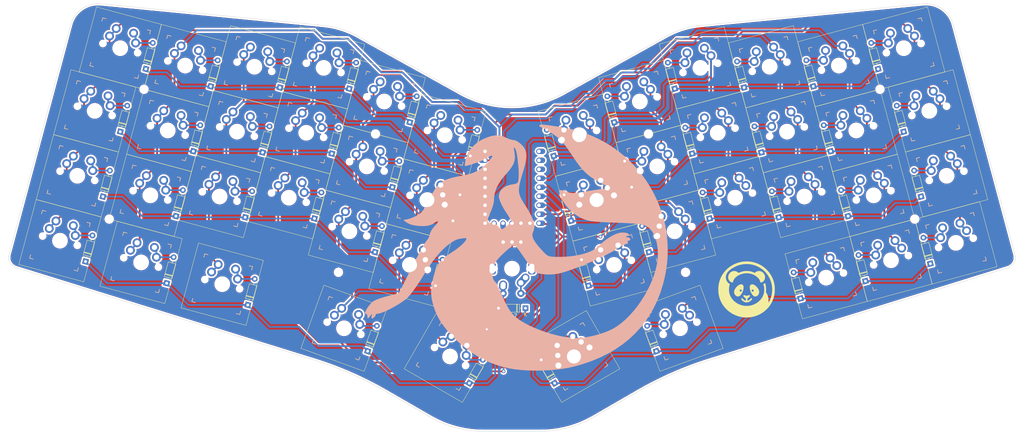
<source format=kicad_pcb>
(kicad_pcb (version 20221018) (generator pcbnew)
  (layers (0 "F.Cu" signal) (31 "B.Cu" signal) (34 "B.Paste" user) (35 "F.Paste" user) (36 "B.SilkS" user "B.Silkscreen") (37 "F.SilkS" user "F.Silkscreen") (38 "B.Mask" user) (39 "F.Mask" user) (44 "Edge.Cuts" user))
  (net 0 "")
  (net 1 "L0")
  (net 2 "Net-(D1-A)")
  (net 3 "Net-(D2-A)")
  (net 4 "Net-(D3-A)")
  (net 5 "Net-(D4-A)")
  (net 6 "Net-(D5-A)")
  (net 7 "Net-(D6-A)")
  (net 8 "L1")
  (net 9 "Net-(D7-A)")
  (net 10 "Net-(D8-A)")
  (net 11 "Net-(D9-A)")
  (net 12 "Net-(D10-A)")
  (net 13 "Net-(D11-A)")
  (net 14 "Net-(D12-A)")
  (net 15 "L2")
  (net 16 "Net-(D13-A)")
  (net 17 "Net-(D14-A)")
  (net 18 "Net-(D15-A)")
  (net 19 "Net-(D16-A)")
  (net 20 "Net-(D17-A)")
  (net 21 "Net-(D18-A)")
  (net 22 "L3")
  (net 23 "Net-(D19-A)")
  (net 24 "Net-(D20-A)")
  (net 25 "Net-(D21-A)")
  (net 26 "Net-(D22-A)")
  (net 27 "Net-(D23-A)")
  (net 28 "Net-(D24-A)")
  (net 29 "L4")
  (net 30 "Net-(D25-A)")
  (net 31 "Net-(D26-A)")
  (net 32 "Net-(D27-A)")
  (net 33 "Net-(D28-A)")
  (net 34 "Net-(D29-A)")
  (net 35 "Net-(D30-A)")
  (net 36 "L5")
  (net 37 "Net-(D31-A)")
  (net 38 "Net-(D32-A)")
  (net 39 "Net-(D33-A)")
  (net 40 "Net-(D34-A)")
  (net 41 "Net-(D35-A)")
  (net 42 "Net-(D36-A)")
  (net 43 "L6")
  (net 44 "Net-(D37-A)")
  (net 45 "Net-(D38-A)")
  (net 46 "Net-(D39-A)")
  (net 47 "Net-(D40-A)")
  (net 48 "Net-(D41-A)")
  (net 49 "L7")
  (net 50 "Net-(D42-A)")
  (net 51 "Net-(D43-A)")
  (net 52 "Net-(D44-A)")
  (net 53 "Net-(D45-A)")
  (net 54 "Net-(D46-A)")
  (net 55 "C0")
  (net 56 "C1")
  (net 57 "C2")
  (net 58 "C3")
  (net 59 "C4")
  (net 60 "C5")
  (net 61 "Net-(U1-10)")
  (net 62 "Net-(U1-12)")
  (net 66 "Net-(D47-A)")
  (net 70 "GND")
  (footprint "lib:SW_MX_reversible" (layer "F.Cu") (at 287.7574 126.2582 15)
    (fp_text reference "MX22" hide)
    (fp_text value "MX" hide)
  )
  (footprint "lib:SW_MX_reversible" (layer "F.Cu") (at 156.7422 108.235 -15)
    (fp_text reference "MX4" hide)
    (fp_text value "MX" hide)
  )
  (footprint "lib:SW_MX_reversible" (layer "F.Cu") (at 255.9697 154.4459 15)
    (fp_text reference "MX32" hide)
    (fp_text value "MX" hide)
  )
  (footprint "lib:SW_MX_reversible" (layer "F.Cu") (at 320.7744 102.6586 15)
    (fp_text reference "MX12" hide)
    (fp_text value "MX" hide)
  )
  (footprint "Diode_THT:D_DO-35_SOD27_P7.62mm_Horizontal" (layer "F.Cu") (at 226.7047 151.4791 105)
    (fp_text reference "D19" hide)
    (fp_text value "1N4148" hide)
  )
  (footprint "Diode_THT:D_DO-35_SOD27_P7.62mm_Horizontal" (layer "F.Cu") (at 328.3028 163.5965 105)
    (fp_text reference "D46" hide)
    (fp_text value "1N4148" hide)
  )
  (footprint "Diode_THT:D_DO-35_SOD27_P7.62mm_Horizontal" (layer "F.Cu") (at 213.81 176.1937 180)
    (fp_text reference "D47")
    (fp_text value "1N4148")
  )
  (footprint "Diode_THT:D_DO-35_SOD27_P7.62mm_Horizontal" (layer "F.Cu") (at 231.6223 169.8317 105)
    (fp_text reference "D31" hide)
    (fp_text value "1N4148" hide)
  )
  (footprint "Diode_THT:D_DO-35_SOD27_P7.62mm_Horizontal" (layer "F.Cu") (at 176.1721 141.9734 75)
    (fp_text reference "D17" hide)
    (fp_text value "1N4148" hide)
  )
  (footprint "Diode_THT:D_DO-35_SOD27_P7.62mm_Horizontal" (layer "F.Cu") (at 256.0336 114.1151 105)
    (fp_text reference "D9" hide)
    (fp_text value "1N4148" hide)
  )
  (footprint "Diode_THT:D_DO-35_SOD27_P7.62mm_Horizontal" (layer "F.Cu") (at 238.9104 123.6208 105)
    (fp_text reference "D8" hide)
    (fp_text value "1N4148" hide)
  )
  (footprint "Diode_THT:D_DO-35_SOD27_P7.62mm_Horizontal" (layer "F.Cu") (at 193.2953 151.4791 75)
    (fp_text reference "D18" hide)
    (fp_text value "1N4148" hide)
  )
  (footprint "Diode_THT:D_DO-35_SOD27_P7.62mm_Horizontal" (layer "F.Cu") (at 159.0489 132.4677 75)
    (fp_text reference "D16" hide)
    (fp_text value "1N4148" hide)
  )
  (footprint "Diode_THT:D_DO-35_SOD27_P7.62mm_Horizontal" (layer "F.Cu") (at 197.9391 197.3902 60)
    (fp_text reference "D41" hide)
    (fp_text value "1N4148" hide)
  )
  (footprint "lib:SW_MX_reversible" (layer "F.Cu") (at 292.6749 144.6107 15)
    (fp_text reference "MX34" hide)
    (fp_text value "MX" hide)
  )
  (footprint "lib:SW_MX_reversible" (layer "F.Cu") (at 251.0522 136.0933 15)
    (fp_text reference "MX20" hide)
    (fp_text value "MX" hide)
  )
  (footprint "lib:SW_MX_reversible" (layer "F.Cu") (at 181.1535 163.9516 -15)
    (fp_text reference "MX30" hide)
    (fp_text value "MX" hide)
  )
  (footprint "MountingHole:MountingHole_2.2mm_M2" (layer "F.Cu") (at 314.0569 114.2937)
    (fp_text reference "H1" hide)
    (fp_text value "MountingHole" hide)
  )
  (footprint "lib:SW_MX_reversible" (layer "F.Cu") (at 302.4218 107.5762 15)
    (fp_text reference "MX11" hide)
    (fp_text value "MX" hide)
  )
  (footprint "lib:SW_MX_reversible" (layer "F.Cu") (at 82.1789 157.1017 -15)
    (fp_text reference "MX37" hide)
    (fp_text value "MX" hide)
  )
  (footprint "Diode_THT:D_DO-35_SOD27_P7.62mm_Horizontal" (layer "F.Cu") (at 198.2129 133.1265 75)
    (fp_text reference "D6" hide)
    (fp_text value "1N4148" hide)
  )
  (footprint "lib:SW_MX_reversible" (layer "F.Cu") (at 327.986 120.3965 15)
    (fp_text reference "MX24" hide)
    (fp_text value "MX" hide)
  )
  (footprint "lib:SW_MX_reversible" (layer "F.Cu") (at 146.9071 144.9402 -15)
    (fp_text reference "MX28" hide)
    (fp_text value "MX" hide)
  )
  (footprint "Diode_THT:D_DO-35_SOD27_P7.62mm_Horizontal" (layer "F.Cu") (at 89.4031 162.9818 75)
    (fp_text reference "D37" hide)
    (fp_text value "1N4148" hide)
  )
  (footprint "lib:SW_MX_reversible" (layer "F.Cu") (at 263.2578 108.235 15)
    (fp_text reference "MX9" hide)
    (fp_text value "MX" hide)
  )
  (footprint "lib:SW_MX_reversible" (layer "F.Cu") (at 186.071 145.599 -15)
    (fp_text reference "MX18" hide)
    (fp_text value "MX" hide)
  )
  (footprint "lib:SW_MX_reversible" (layer "F.Cu") (at 312.2569 144.2813 15)
    (fp_text reference "MX35" hide)
    (fp_text value "MX" hide)
  )
  (footprint "Diode_THT:D_DO-35_SOD27_P7.62mm_Horizontal" (layer "F.Cu") (at 135.2846 175.2757 75)
    (fp_text reference "D39" hide)
    (fp_text value "1N4148" hide)
  )
  (footprint "Diode_THT:D_DO-35_SOD27_P7.62mm_Horizontal" (layer "F.Cu") (at 243.8279 141.9734 105)
    (fp_text reference "D20" hide)
    (fp_text value "1N4148" hide)
  )
  (footprint "Diode_THT:D_DO-35_SOD27_P7.62mm_Horizontal" (layer "F.Cu") (at 181.0897 123.6208 75)
    (fp_text reference "D5" hide)
    (fp_text value "1N4148" hide)
  )
  (footprint "Diode_THT:D_DO-35_SOD27_P7.62mm_Horizontal" (layer "F.Cu") (at 295.1975 113.4563 105)
    (fp_text reference "D11" hide)
    (fp_text value "1N4148" hide)
  )
  (footprint "Diode_THT:D_DO-35_SOD27_P7.62mm_Horizontal" (layer "F.Cu") (at 320.7617 126.2766 105)
    (fp_text reference "D24" hide)
    (fp_text value "1N4148" hide)
  )
  (footprint "lib:SW_MX_reversible" (layer "F.Cu") (at 307.3393 125.9287 15)
    (fp_text reference "MX23" hide)
    (fp_text value "MX" hide)
  )
  (footprint "Diode_THT:D_DO-35_SOD27_P7.62mm_Horizontal" (layer "F.Cu") (at 221.7872 133.1265 105)
    (fp_text reference "D7" hide)
    (fp_text value "1N4148" hide)
  )
  (footprint "lib:SW_MX_reversible" (layer "F.Cu") (at 268.1754 126.5876 15)
    (fp_text reference "MX21" hide)
    (fp_text value "MX" hide)
  )
  (footprint "Diode_THT:D_DO-35_SOD27_P7.62mm_Horizontal" (layer "F.Cu") (at 250.8228 188.348 110)
    (fp_text reference "D43" hide)
    (fp_text value "1N4148" hide)
  )
  (footprint "Diode_THT:D_DO-35_SOD27_P7.62mm_Horizontal" (layer "F.Cu") (at 248.7455 160.326 105)
    (fp_text reference "D32" hide)
    (fp_text value "1N4148" hide)
  )
  (footprint "lib:SW_MX_reversible" (layer "F.Cu") (at 238.8465 163.9516 15)
    (fp_text reference "MX31" hide)
    (fp_text value "MX" hide)
  )
  (footprint "lib:SW_MX_reversible" (layer "F.Cu") (at 227.5172 189.8406 30)
    (fp_text reference "MX42" hide)
    (fp_text value "MX" hide)
  )
  (footprint "Diode_THT:D_DO-35_SOD27_P7.62mm_Horizontal" (layer "F.Cu") (at 134.5493 150.4909 75)
    (fp_text reference "D27" hide)
    (fp_text value "1N4148" hide)
  )
  (footprint "MountingHole:MountingHole_2.2mm_M2" (layer "F.Cu") (at 96.108 150.9988)
    (fp_text reference "H3" hide)
    (fp_text value "MountingHole" hide)
  )
  (footprint "lib:EC11-MX-Alps" (layer "F.Cu") (at 210 165 180)
    (fp_text reference "SW1" hide)
    (fp_text value "EC11-MX-Alps" hide)
  )
  (footprint "MountingHole:MountingHole_2.2mm_M2" (layer "F.Cu") (at 323.892 150.9988)
    (fp_text reference "H9" hide)
    (fp_text value "MountingHole" hide)
  )
  (footprint "lib:SW_MX_reversible" (layer "F.Cu") (at 233.929 145.599 15)
    (fp_text reference "MX19" hide)
    (fp_text value "MX" hide)
  )
  (footprint "Diode_THT:D_DO-35_SOD27_P7.62mm_Horizontal" (layer "F.Cu") (at 114.9674 150.1615 75)
    (fp_text reference "D26" hide)
    (fp_text value "1N4148" hide)
  )
  (footprint "lib:SW_MX_reversible" (layer "F.Cu") (at 335.5271 157.7164 15)
    (fp_text reference "MX46" hide)
    (fp_text value "MX" hide)
  )
  (footprint "Diode_THT:D_DO-35_SOD27_P7.62mm_Horizontal" (layer "F.Cu") (at 265.8687 150.8203 105)
    (fp_text reference "D33" hide)
    (fp_text value "1N4148" hide)
  )
  (footprint "lib:SW_MX_reversible" (layer "F.Cu") (at 105.1196 163.2486 -15)
    (fp_text reference "MX38" hide)
    (fp_text value "MX" hide)
  )
  (footprint "lib:SW_MX_reversible" (layer "F.Cu") (at 257.5071 181.8606 20)
    (fp_text reference "MX43" hide)
    (fp_text value "MX" hide)
  )
  (footprint "MountingHole:MountingHole_2.2mm_M2" (layer "F.Cu") (at 105.9431 114.2937)
    (fp_text reference "H2" hide)
    (fp_text value "MountingHole" hide)
  )
  (footprint "lib:SW_MX_reversible" (layer "F.Cu") (at 112.6607 125.9287 -15)
    (fp_text reference "MX14" hide)
    (fp_text value "MX" hide)
  )
  (footprint "lib:SW_MX_reversible" (layer "F.Cu") (at 128.0603 169.3956 -15)
    (fp_text reference "MX39" hide)
    (fp_text value "MX" hide)
  )
  (footprint "lib:SW_MX_reversible" (layer "F.Cu") (at 282.8398 107.9056 15)
    (fp_text reference "MX10" hide)
    (fp_text value "MX" hide)
  )
  (footprint "lib:SW_MX_reversible" (layer "F.Cu") (at 317.1745 162.6339 15)
    (fp_text reference "MX45" hide)
    (fp_text value "MX" hide)
  )
  (footprint "Diode_THT:D_DO-35_SOD27_P7.62mm_Horizontal" (layer "F.Cu") (at 169.1772 188.348 70)
    (fp_text reference "D40" hide)
    (fp_text value "1N4148" hide)
  )
  (footprint "lib:SW_MX_reversible" (layer "F.Cu") (at 298.8219 167.5515 15)
    (fp_text reference "MX44" hide)
    (fp_text value "MX" hide)
  )
  (footprint "Diode_THT:D_DO-35_SOD27_P7.62mm_Horizontal" (layer "F.Cu") (at 188.3777 169.8317 75)
    (fp_text reference "D30" hide)
    (fp_text value "1N4148" hide)
  )
  (footprint "Diode_THT:D_DO-35_SOD27_P7.62mm_Horizontal" (layer "F.Cu") (at 163.9665 114.1151 75)
    (fp_text reference "D4" hide)
    (fp_text value "1N4148" hide)
  )
  (footprint "lib:SW_MX_reversible" (layer "F.Cu") (at 92.014 120.3965 -15)
    (fp_text reference "MX13" hide)
    (fp_text value "MX" hide)
  )
  (footprint "MountingHole:MountingHole_2.2mm_M2" (layer "F.Cu") (at 248.5934 126.917)
    (fp_text reference "H7" hide)
    (fp_text value "MountingHole" hide)
  )
  (footprint "lib:SW_MX_reversible" (layer "F.Cu") (at 273.0929 144.9402 15)
    (fp_text reference "MX33" hide)
    (fp_text value "MX" hide)
  )
  (footprint "lib:SW_MX_reversible" (layer "F.Cu") (at 332.9036 138.7491 15)
    (fp_text reference "MX36" hide)
    (fp_text value "MX" hide)
  )
  (footprint "Diode_THT:D_DO-35_SOD27_P7.62mm_Horizontal" (layer "F.Cu") (at 325.6793 144.6292 105)
    (fp_text reference "D36" hide)
    (fp_text value "1N4148" hide)
  )
  (footprint "lib:SW_MX_reversible" (layer "F.Cu") (at 229.0114 127.2464 15)
    (fp_text reference "MX7" hide)
    (fp_text value "MX" hide)
  )
  (footprint "Diode_THT:D_DO-35_SOD27_P7.62mm_Horizontal" (layer "F.Cu") (at 280.5331 132.1383 105)
    (fp_text reference "D22" hide)
    (fp_text value "1N4148" hide)
  )
  (footprint "lib:SW_MX_reversible" (layer "F.Cu") (at 137.1602 107.9056 -15)
    (fp_text reference "MX3" hide)
    (fp_text value "MX" hide)
  )
  (footprint "lib:SW_MX_reversible" (layer "F.Cu") (at 168.9478 136.0933 -15)
    (fp_text reference "MX17" hide)
    (fp_text value "MX" hide)
  )
  (footprint "lib:SW_MX_reversible" (layer "F.Cu") (at 117.5782 107.5762 -15)
    (fp_text reference "MX2" hide)
    (fp_text value "MX" hide)
  )
  (footprint "Diode_THT:D_DO-35_SOD27_P7.62mm_Horizontal" (layer "F.Cu") (at 291.5976 173.4316 105)
    (fp_text reference "D44" hide)
    (fp_text value "1N4148" hide)
  )
  (footprint "Diode_THT:D_DO-35_SOD27_P7.62mm_Horizontal" (layer "F.Cu") (at 154.1313 150.8203 75)
    (fp_text reference "D28" hide)
    (fp_text value "1N4148" hide)
  )
  (footprint "Diode_THT:D_DO-35_SOD27_P7.62mm_Horizontal" (layer "F.Cu") (at 106.4499 108.5387 75)
    (fp_text reference "D1" hide)
    (fp_text value "1N4148" hide)
  )
  (footprint "Diode_THT:D_DO-35_SOD27_P7.62mm_Horizontal" (layer "F.Cu") (at 139.4669 132.1383 75)
    (fp_text reference "D15" hide)
    (fp_text value "1N4148" hide)
  )
  (footprint "Diode_THT:D_DO-35_SOD27_P7.62mm_Horizontal" (layer "F.Cu") (at 285.4507 150.4909 105)
    (fp_text reference "D34" hide)
    (fp_text value "1N4148" hide)
  )
  (footprint "Diode_THT:D_DO-35_SOD27_P7.62mm_Horizontal" (layer "F.Cu") (at 124.8025 113.4563 75)
    (fp_text reference "D2" hide)
    (fp_text value "1N4148" hide)
  )
  (footprint "Diode_THT:D_DO-35_SOD27_P7.62mm_Horizontal" (layer "F.Cu") (at 222.0609 197.3902 120)
    (fp_text reference "D42" hide)
    (fp_text value "1N4148" hide)
  )
  (footprint "Diode_THT:D_DO-35_SOD27_P7.62mm_Horizontal" (layer "F.Cu") (at 275.6155 113.7857 105)
    (fp_text reference "D10" hide)
    (fp_text value "1N4148" hide)
  )
  (footprint "lib:SW_MX_reversible" (layer "F.Cu") (at 246.1346 117.7407 15)
    (fp_text reference "MX8" hide)
    (fp_text value "MX" hide)
  )
  (footprint "lib:SW_MX_reversible" (layer "F.Cu") (at 151.8246 126.5876 -15)
    (fp_text reference "MX16" hide)
    (fp_text value "MX" hide)
  )
  (footprint "MountingHole:MountingHole_2.2mm_M2" (layer "F.Cu") (at 259.0756 166.037)
    (fp_text reference "H8" hide)
    (fp_text value "MountingHole" hide)
  )
  (footprint "lib:SW_MX_reversible" (layer "F.Cu") (at 99.2256 102.6586 -15)
    (fp_text reference "MX1" hide)
    (fp_text value "MX" hide)
  )
  (footprint "lib:SW_MX_reversible" (layer "F.Cu") (at 87.0964 138.7491 -15)
    (fp_text reference "MX25" hide)
    (fp_text value "MX" hide)
  )
  (footprint "Diode_THT:D_DO-35_SOD27_P7.62mm_Horizontal" (layer "F.Cu") (at 309.9502 168.5141 105)
    (fp_text reference "D45" hide)
    (fp_text value "1N4148" hide)
  )
  (footprint "MountingHole:MountingHole_2.2mm_M2" (layer "F.Cu") (at 171.4066 126.917)
    (fp_text reference "H5" hide)
    (fp_text value "MountingHole" hide)
  )
  (footprint "Diode_THT:D_DO-35_SOD27_P7.62mm_Horizontal" (layer "F.Cu") (at 99.2383 126.2766 75)
    (fp_text reference "D13" hide)
    (fp_text value "1N4148" hide)
  )
  (footprint "lib:SW_MX_reversible" (layer "F.Cu") (at 162.4929 181.8606 -20)
    (fp_text reference "MX40" hide)
    (fp_text value "MX" hide)
  )
  (footprint "lib:SW_MX_reversible" (layer "F.Cu") (at 173.8654 117.7407 -15)
    (fp_text reference "MX5" hide)
    (fp_text value "MX" hide)
  )
  (footprint "lib:SW_MX_reversible" (layer "F.Cu") (at 164.0303 154.4459 -15)
    (fp_text reference "MX29" hide)
    (fp_text value "MX" hide)
  )
  (footprint "Diode_THT:D_DO-35_SOD27_P7.62mm_Horizontal" (layer "F.Cu") (at 171.2545 160.326 75)
    (fp_text reference "D29" hide)
    (fp_text value "1N4148" hide)
  )
  (footprint "lib:SW_MX_reversible" (layer "F.Cu") (at 107.7431 144.2813 -15)
    (fp_text reference "MX26" hide)
    (fp_text value "MX" hide)
  )
  (footprint "Diode_THT:D_DO-35_SOD27_P7.62mm_Horizontal" (layer "F.Cu") (at 112.3439 169.1288 75)
    (fp_text reference "D38" hide)
    (fp_text value "1N4148" hide)
  )
  (footprint "Diode_THT:D_DO-35_SOD27_P7.62mm_Horizontal" (layer "F.Cu") (at 300.1151 131.8089 105)
    (fp_text reference "D23" hide)
    (fp_text value "1N4148" hide)
  )
  (footprint "lib:SW_MX_reversible" (layer "F.Cu") (at 132.2426 126.2582 -15)
    (fp_text reference "MX15" hide)
    (fp_text value "MX" hide)
  )
  (footprint "_mcu:rp2040-zero-tht" (layer "F.Cu") (at 210 142)
    (fp_text reference "U1" hide)
    (fp_text value "rp2040-zero" hide)
  )
  (footprint "MountingHole:MountingHole_2.2mm_M2" (layer "F.Cu") (at 160.9244 166.037)
    (fp_text reference "H4" hide)
    (fp_text value "MountingHole" hide)
  )
  (footprint "Diode_THT:D_DO-35_SOD27_P7.62mm_Horizontal" (layer "F.Cu") (at 144.3845 113.7857 75)
    (fp_text reference "D3" hide)
    (fp_text value "1N4148" hide)
  )
  (footprint "Diode_THT:D_DO-35_SOD27_P7.62mm_Horizontal" (layer "F.Cu") (at 94.3207 144.6292 75)
    (fp_text reference "D25" hide)
    (fp_text value "1N4148" hide)
  )
  (footprint "lib:SW_MX_reversible" (layer "F.Cu") (at 127.3251 144.6107 -15)
    (fp_text reference "MX27" hide)
    (fp_text value "MX" hide)
  )
  (footprint "Diode_THT:D_DO-35_SOD27_P7.62mm_Horizontal" (layer "F.Cu") (at 305.0326 150.1615 105)
    (fp_text reference "D35" hide)
    (fp_text value "1N4148" hide)
  )
  (footprint "Diode_THT:D_DO-35_SOD27_P7.62mm_Horizontal" (layer "F.Cu") (at 260.9511 132.4677 105)
    (fp_text reference "D21" hide)
    (fp_text value "1N4148" hide)
  )
  (footprint "Diode_THT:D_DO-35_SOD27_P7.62mm_Horizontal" (layer "F.Cu") (at 119.8849 131.8089 75)
    (fp_text reference "D14" hide)
    (fp_text value "1N4148" hide)
  )
  (footprint "lib:SW_MX_reversible" (layer "F.Cu") (at 190.9886 127.2464 -15)
    (fp_text reference "MX6" hide)
    (fp_text value "MX" hide)
  )
  (footprint "Diode_THT:D_DO-35_SOD27_P7.62mm_Horizontal" (layer "F.Cu") (at 313.5501 108.5387 105)
    (fp_text reference "D12" hide)
    (fp_text value "1N4148" hide)
  )
  (footprint "lib:SW_MX_reversible" (layer "F.Cu") (at 192.4828 189.8406 -30)
    (fp_text reference "MX41" hide)
    (fp_text value "MX" hide)
  )
  (gr_poly (pts (xy 218.475926 124.277377) (xy 218.611668 124.28128) (xy 218.761939 124.288821) (xy 218.927357 124.300047) (xy 219.108538 124.315005) (xy 219.3061 124.33374) (xy 219.752838 124.382733) (xy 220.272509 124.447398) (xy 220.870052 124.528109) (xy 221.550406 124.625238) (xy 222.318509 124.73916) (xy 223.179302 124.870246) (xy 224.137723 125.018871) (xy 225.983261 125.35661) (xy 227.788419 125.785531) (xy 229.55121 126.302783) (xy 231.26965 126.905516) (xy 232.941752 127.590879) (xy 234.565532 128.356021) (xy 236.139003 129.198092) (xy 237.66018 130.114239) (xy 239.127077 131.101614) (xy 240.537709 132.157365) (xy 241.890089 133.278641) (xy 243.182234 134.462591) (xy 244.412156 135.706366) (xy 245.57787 137.007113) (xy 246.677391 138.361982) (xy 247.708734 139.768123) (xy 248.669911 141.222685) (xy 249.558939 142.722816) (xy 250.373831 144.265667) (xy 251.112601 145.848386) (xy 251.773265 147.468122) (xy 252.353836 149.122025) (xy 252.852328 150.807245) (xy 253.266758 152.52093) (xy 253.595137 154.260229) (xy 253.835482 156.022292) (xy 253.985807 157.804268) (xy 254.044125 159.603307) (xy 254.008451 161.416556) (xy 253.8768 163.241167) (xy 253.647187 165.074287) (xy 253.317624 166.913067) (xy 252.729537 169.362337) (xy 251.999689 171.705006) (xy 251.129159 173.939993) (xy 250.119027 176.066223) (xy 248.97037 178.082615) (xy 247.684269 179.988093) (xy 246.261802 181.781578) (xy 244.704049 183.461991) (xy 243.012089 185.028256) (xy 241.187 186.479292) (xy 239.229862 187.814023) (xy 237.141754 189.03137) (xy 234.923755 190.130255) (xy 232.576944 191.1096) (xy 230.1024 191.968327) (xy 227.501203 192.705357) (xy 226.404102 192.95849) (xy 225.24 193.18) (xy 224.019456 193.369781) (xy 222.753032 193.527727) (xy 221.45129 193.653733) (xy 220.124789 193.747694) (xy 218.784091 193.809504) (xy 217.439756 193.839058) (xy 216.102347 193.836251) (xy 214.782424 193.800977) (xy 213.490547 193.733131) (xy 212.237278 193.632607) (xy 211.033178 193.499301) (xy 209.888807 193.333106) (xy 208.814728 193.133918) (xy 207.8215 192.901631) (xy 207.821498 192.901633) (xy 207.821497 192.901636) (xy 207.821495 192.901639) (xy 207.821493 192.901642) (xy 207.821491 192.901644) (xy 207.821489 192.901647) (xy 207.821487 192.901649) (xy 207.821485 192.901652) (xy 207.821483 192.901654) (xy 207.82148 192.901655) (xy 207.821478 192.901657) (xy 207.821476 192.901658) (xy 207.821474 192.90166) (xy 207.821473 192.90166) (xy 207.821472 192.901661) (xy 207.821471 192.901661) (xy 207.82147 192.901661) (xy 207.821469 192.901661) (xy 206.729821 192.594909) (xy 205.66052 192.252651) (xy 204.612556 191.874259) (xy 203.584921 191.459109) (xy 202.576606 191.006575) (xy 201.586602 190.516031) (xy 200.613901 189.986852) (xy 199.657494 189.418412) (xy 198.716371 188.810086) (xy 197.789524 188.161247) (xy 196.875945 187.471271) (xy 195.974624 186.739532) (xy 195.084552 185.965403) (xy 194.204722 185.14826) (xy 193.334123 184.287477) (xy 192.471747 183.382427) (xy 191.960989 182.81722) (xy 191.480112 182.256797) (xy 191.028266 181.699588) (xy 190.604601 181.144022) (xy 190.208266 180.588527) (xy 189.838409 180.031532) (xy 189.494181 179.471466) (xy 189.174729 178.906758) (xy 188.879205 178.335838) (xy 188.606756 177.757133) (xy 188.356532 177.169074) (xy 188.127683 176.570087) (xy 187.919356 175.958604) (xy 187.730703 175.333052) (xy 187.560871 174.691861) (xy 187.409011 174.033459) (xy 187.318168 173.577075) (xy 187.244548 173.131848) (xy 187.188525 172.694159) (xy 187.15047 172.260389) (xy 187.130756 171.826922) (xy 187.129754 171.390137) (xy 187.147838 170.946417) (xy 187.185379 170.492144) (xy 187.242749 170.023698) (xy 187.320322 169.537463) (xy 187.418468 169.029819) (xy 187.537561 168.497148) (xy 187.677973 167.935831) (xy 187.840075 167.342251) (xy 188.024241 166.712789) (xy 188.230842 166.043827) (xy 188.395655 165.537405) (xy 188.557995 165.075766) (xy 188.722605 164.653382) (xy 188.894225 164.264723) (xy 189.077597 163.904261) (xy 189.277464 163.566466) (xy 189.498565 163.245811) (xy 189.745645 162.936766) (xy 190.023443 162.633802) (xy 190.336702 162.331391) (xy 190.690163 162.024003) (xy 191.088568 161.706109) (xy 191.536659 161.372182) (xy 192.039177 161.016692) (xy 192.600864 160.634109) (xy 193.226462 160.218907) (xy 193.676866 159.915649) (xy 194.109466 159.610353) (xy 194.521977 159.305319) (xy 194.912111 159.002843) (xy 195.277583 158.705225) (xy 195.616107 158.414762) (xy 195.925397 158.133753) (xy 196.203165 157.864496) (xy 196.447127 157.60929) (xy 196.654995 157.370432) (xy 196.824484 157.150221) (xy 196.953307 156.950955) (xy 197.039178 156.774932) (xy 197.065293 156.696355) (xy 197.079812 156.624451) (xy 197.08245 156.559506) (xy 197.072921 156.501809) (xy 197.050939 156.451646) (xy 197.016219 156.409306) (xy 197.006537 156.402692) (xy 196.992689 156.396928) (xy 196.952962 156.387908) (xy 196.897961 156.382165) (xy 196.828612 156.379617) (xy 196.745837 156.380182) (xy 196.65056 156.383781) (xy 196.543707 156.390332) (xy 196.4262 156.399753) (xy 196.298964 156.411963) (xy 196.162923 156.426882) (xy 195.86812 156.46452) (xy 195.549184 156.512016) (xy 195.213508 156.568722) (xy 194.948277 156.625546) (xy 194.67664 156.702234) (xy 194.398917 156.798466) (xy 194.115428 156.913922) (xy 193.826491 157.048284) (xy 193.532426 157.20123) (xy 192.930191 157.561602) (xy 192.311278 157.992479) (xy 191.678241 158.491306) (xy 191.033637 159.055526) (xy 190.380022 159.682582) (xy 189.71995 160.369917) (xy 189.055977 161.114974) (xy 188.390658 161.915197) (xy 187.72655 162.768029) (xy 187.066207 163.670913) (xy 186.412185 164.621292) (xy 185.76704 165.616609) (xy 185.133327 166.654308) (xy 184.51228 167.673736) (xy 183.859521 168.693812) (xy 183.194585 169.687275) (xy 182.537004 170.626861) (xy 181.906311 171.485308) (xy 181.32204 172.235353) (xy 180.803724 172.849735) (xy 180.575403 173.097532) (xy 180.370895 173.30119) (xy 180.000305 173.625517) (xy 179.559326 173.970292) (xy 179.058694 174.329807) (xy 178.509149 174.698352) (xy 177.921427 175.070219) (xy 177.306266 175.4397) (xy 176.674404 175.801085) (xy 176.036579 176.148667) (xy 175.403527 176.476735) (xy 174.785986 176.779583) (xy 174.194695 177.051501) (xy 173.64039 177.28678) (xy 173.13381 177.479713) (xy 172.685691 177.62459) (xy 172.306772 177.715702) (xy 172.00779 177.747341) (xy 171.974672 177.748242) (xy 171.941289 177.750913) (xy 171.907701 177.755311) (xy 171.873964 177.761392) (xy 171.840137 177.769112) (xy 171.806277 177.778426) (xy 171.738693 177.801663) (xy 171.671673 177.830748) (xy 171.605683 177.865329) (xy 171.541184 177.905053) (xy 171.47864 177.949568) (xy 171.418514 177.99852) (xy 171.36127 178.051556) (xy 171.30737 178.108324) (xy 171.257279 178.16847) (xy 171.211458 178.231641) (xy 171.170372 178.297485) (xy 171.134484 178.365649) (xy 171.118634 178.400491) (xy 171.104256 178.43578) (xy 171.068277 178.523675) (xy 171.030398 178.605278) (xy 170.990884 178.680626) (xy 170.950002 178.74976) (xy 170.908015 178.812718) (xy 170.865189 178.86954) (xy 170.82179 178.920264) (xy 170.778082 178.96493) (xy 170.73433 179.003577) (xy 170.690801 179.036244) (xy 170.647758 179.06297) (xy 170.605468 179.083794) (xy 170.564195 179.098755) (xy 170.524204 179.107893) (xy 170.485761 179.111246) (xy 170.449131 179.108853) (xy 170.414579 179.100755) (xy 170.382371 179.086989) (xy 170.35277 179.067595) (xy 170.326043 179.042613) (xy 170.302455 179.01208) (xy 170.282271 178.976037) (xy 170.265756 178.934522) (xy 170.253175 178.887574) (xy 170.244794 178.835233) (xy 170.240877 178.777538) (xy 170.24169 178.714528) (xy 170.247497 178.646241) (xy 170.258566 178.572718) (xy 170.275159 178.493997) (xy 170.297543 178.410117) (xy 170.325982 178.321118) (xy 170.364444 178.206712) (xy 170.395322 178.108175) (xy 170.418323 178.025578) (xy 170.433155 177.958996) (xy 170.437415 177.931733) (xy 170.439524 177.9085) (xy 170.439443 177.889309) (xy 170.437136 177.874166) (xy 170.432568 177.863082) (xy 170.4257 177.856065) (xy 170.416497 177.853126) (xy 170.404922 177.854272) (xy 170.390938 177.859513) (xy 170.374509 177.868859) (xy 170.355598 177.882318) (xy 170.334168 177.8999) (xy 170.283605 177.947468) (xy 170.222528 178.011637) (xy 170.150644 178.092479) (xy 170.067659 178.190068) (xy 169.97328 178.304477) (xy 169.867215 178.43578) (xy 169.7504 178.580406) (xy 169.646426 178.706167) (xy 169.55454 178.813178) (xy 169.473988 178.901554) (xy 169.404016 178.97141) (xy 169.372762 178.999429) (xy 169.34387 179.022861) (xy 169.317247 179.04172) (xy 169.292797 179.056022) (xy 169.270427 179.06578) (xy 169.250043 179.071009) (xy 169.23155 179.071723) (xy 169.214853 179.067936) (xy 169.19986 179.059664) (xy 169.186475 179.04692) (xy 169.174605 179.029719) (xy 169.164154 179.008074) (xy 169.155029 178.982002) (xy 169.147136 178.951515) (xy 169.140381 178.916629) (xy 169.134668 178.877357) (xy 169.125996 178.785715) (xy 169.120366 178.676705) (xy 169.117024 178.550442) (xy 169.112911 178.468624) (xy 169.104002 178.389099) (xy 169.090551 178.312281) (xy 169.07281 178.23858) (xy 169.051034 178.168409) (xy 169.025474 178.102179) (xy 168.996385 178.040302) (xy 168.964019 177.98319) (xy 168.92863 177.931254) (xy 168.89047 177.884908) (xy 168.849793 177.844562) (xy 168.82859 177.826767) (xy 168.806852 177.810628) (xy 168.784612 177.796194) (xy 168.7619 177.783517) (xy 168.738749 177.77265) (xy 168.71519 177.763643) (xy 168.691255 177.756548) (xy 168.666975 177.751417) (xy 168.642383 177.7483) (xy 168.617509 177.74725) (xy 168.558189 177.739352) (xy 168.51246 177.716229) (xy 168.47979 177.678742) (xy 168.459645 177.627747) (xy 168.451495 177.564103) (xy 168.454804 177.48867) (xy 168.469042 177.402304) (xy 168.493674 177.305866) (xy 168.528168 177.200213) (xy 168.571992 177.086203) (xy 168.685496 176.83655) (xy 168.829924 176.563774) (xy 169.001014 176.274742) (xy 169.194503 175.976323) (xy 169.40613 175.675385) (xy 169.631631 175.378795) (xy 169.866745 175.093421) (xy 170.10721 174.826131) (xy 170.348763 174.583792) (xy 170.468616 174.474126) (xy 170.587143 174.373274) (xy 170.70381 174.282093) (xy 170.818085 174.201443) (xy 170.938687 174.127808) (xy 171.087227 174.048334) (xy 171.261603 173.963769) (xy 171.459709 173.874861) (xy 171.918699 173.68701) (xy 172.447364 173.49077) (xy 173.02887 173.292128) (xy 173.646385 173.09707) (xy 174.283075 172.911584) (xy 174.922108 172.741657) (xy 177.998932 171.965168) (xy 181.468449 165.035969) (xy 182.885005 162.268785) (xy 184.177203 159.856671) (xy 184.732071 158.864784) (xy 185.202333 158.058887) (xy 185.57015 157.471387) (xy 185.817683 157.134693) (xy 185.907645 157.030935) (xy 185.995768 156.920803) (xy 186.081567 156.805262) (xy 186.164558 156.685279) (xy 186.244253 156.56182) (xy 186.320169 156.435849) (xy 186.391818 156.308334) (xy 186.458717 156.180241) (xy 186.520379 156.052534) (xy 186.576318 155.926181) (xy 186.62605 155.802147) (xy 186.669089 155.681398) (xy 186.704949 155.5649) (xy 186.733145 155.453618) (xy 186.753191 155.34852) (xy 186.764602 155.25057) (xy 186.778285 155.150522) (xy 186.805005 155.039272) (xy 186.844052 154.917992) (xy 186.894716 154.787856) (xy 186.956285 154.650037) (xy 187.028049 154.505708) (xy 187.109298 154.356041) (xy 187.199322 154.202211) (xy 187.29741 154.045391) (xy 187.402852 153.886752) (xy 187.514937 153.727469) (xy 187.632955 153.568714) (xy 187.756195 153.41166) (xy 187.883947 153.257481) (xy 188.015501 153.10735) (xy 188.150146 152.962439) (xy 188.388544 152.70585) (xy 188.589135 152.474108) (xy 188.752436 152.268019) (xy 188.878965 152.088386) (xy 188.928601 152.008743) (xy 188.969239 151.936016) (xy 189.000942 151.870306) (xy 189.023776 151.811712) (xy 189.037804 151.760337) (xy 189.043093 151.71628) (xy 189.039705 151.679642) (xy 189.027707 151.650524) (xy 189.007163 151.629026) (xy 188.978137 151.61525) (xy 188.940694 151.609294) (xy 188.894899 151.611261) (xy 188.840816 151.62125) (xy 188.778511 151.639363) (xy 188.708048 151.6657) (xy 188.629491 151.700361) (xy 188.542905 151.743447) (xy 188.448355 151.795059) (xy 188.235622 151.924262) (xy 187.991809 152.088776) (xy 187.717433 152.289404) (xy 187.582484 152.381593) (xy 187.431088 152.467002) (xy 187.264274 152.545664) (xy 187.083071 152.617613) (xy 186.681618 152.741511) (xy 186.234964 152.838967) (xy 185.751344 152.910256) (xy 185.238993 152.955648) (xy 184.706145 152.975418) (xy 184.161037 152.969837) (xy 183.611904 152.939179) (xy 183.06698 152.883717) (xy 182.534501 152.803722) (xy 182.022701 152.699469) (xy 181.539817 152.571229) (xy 181.094082 152.419275) (xy 180.693733 152.24388) (xy 180.513151 152.147477) (xy 180.347004 152.045317) (xy 180.150915 151.914042) (xy 179.978287 151.79525) (xy 179.828821 151.688381) (xy 179.702219 151.592878) (xy 179.598183 151.508185) (xy 179.516415 151.433742) (xy 179.483788 151.40019) (xy 179.456617 151.368992) (xy 179.447883 151.357383) (xy 203.135372 151.357383) (xy 203.13581 151.447786) (xy 203.14353 151.53056) (xy 203.158546 151.605983) (xy 203.18087 151.674333) (xy 203.210515 151.735888) (xy 203.247495 151.790923) (xy 203.291823 151.839718) (xy 203.343511 151.882548) (xy 203.402573 151.919693) (xy 203.469022 151.951428) (xy 203.542871 151.978032) (xy 203.712821 152.016956) (xy 203.912527 152.038682) (xy 204.142095 152.045431) (xy 204.256043 152.050194) (xy 204.375252 152.064167) (xy 204.498744 152.08688) (xy 204.625542 152.117863) (xy 204.754667 152.156645) (xy 204.885143 152.202755) (xy 205.015991 152.255723) (xy 205.146235 152.315077) (xy 205.274895 152.380348) (xy 205.400995 152.451064) (xy 205.523557 152.526755) (xy 205.641603 152.606951) (xy 205.754156 152.69118) (xy 205.860237 152.778972) (xy 205.95887 152.869856) (xy 206.049077 152.963362) (xy 206.232049 153.163964) (xy 206.395855 153.337376) (xy 206.471695 153.413789) (xy 206.544091 153.483291) (xy 206.613495 153.545842) (xy 206.680355 153.601404) (xy 206.74512 153.649939) (xy 206.808242 153.69141) (xy 206.870168 153.725777) (xy 206.93135 153.753003) (xy 206.992235 153.77305) (xy 207.053274 153.785878) (xy 207.114917 153.791451) (xy 207.177613 153.78973) (xy 207.241812 153.780677) (xy 207.307963 153.764253) (xy 207.376516 153.740421) (xy 207.44792 153.709142) (xy 207.522625 153.670378) (xy 207.601081 153.624091) (xy 207.683737 153.570242) (xy 207.771042 153.508794) (xy 207.863448 153.439709) (xy 207.961402 153.362948) (xy 208.175755 153.186245) (xy 208.417699 152.978381) (xy 208.690831 152.73905) (xy 208.690694 152.739065) (xy 209.955556 151.625845) (xy 208.116986 148.781241) (xy 207.923628 148.475587) (xy 207.737085 148.167876) (xy 207.38757 147.553328) (xy 207.074689 146.951699) (xy 206.804689 146.37709) (xy 206.68772 146.104324) (xy 206.583814 145.8436) (xy 206.493752 145.596683) (xy 206.418313 145.365333) (xy 206.35828 145.151313) (xy 206.314432 144.956387) (xy 206.287551 144.782317) (xy 206.278417 144.630865) (xy 206.282543 144.468768) (xy 206.29485 144.309238) (xy 206.315232 144.152376) (xy 206.343585 143.998279) (xy 206.379801 143.847047) (xy 206.423775 143.698779) (xy 206.475402 143.553572) (xy 206.534575 143.411527) (xy 206.60119 143.272741) (xy 206.675139 143.137314) (xy 206.756317 143.005344) (xy 206.844619 142.87693) (xy 206.939938 142.752171) (xy 207.04217 142.631166) (xy 207.151207 142.514014) (xy 207.266945 142.400812) (xy 207.389277 142.291661) (xy 207.518098 142.186659) (xy 207.653303 142.085905) (xy 207.794784 141.989497) (xy 207.942437 141.897534) (xy 208.096155 141.810116) (xy 208.255833 141.72734) (xy 208.421365 141.649307) (xy 208.592646 141.576113) (xy 208.769569 141.507859) (xy 208.952029 141.444644) (xy 209.13992 141.386565) (xy 209.333136 141.333722) (xy 209.531571 141.286213) (xy 209.73512 141.244137) (xy 209.943677 141.207594) (xy 210.250588 141.157071) (xy 210.521727 141.108047) (xy 210.759426 141.058149) (xy 210.966018 141.005006) (xy 211.058378 140.976476) (xy 211.143836 140.946245) (xy 211.222683 140.914016) (xy 211.295212 140.879493) (xy 211.361713 140.842379) (xy 211.422478 140.802377) (xy 211.477798 140.759192) (xy 211.527967 140.712527) (xy 211.573274 140.662084) (xy 211.614011 140.607568) (xy 211.65047 140.548682) (xy 211.682943 140.485129) (xy 211.711721 140.416613) (xy 211.737096 140.342837) (xy 211.759359 140.263504) (xy 211.778802 140.178319) (xy 211.810392 139.989204) (xy 211.834201 139.773119) (xy 211.852561 139.527691) (xy 211.867803 139.250549) (xy 211.882176 138.897859) (xy 211.89153 138.532614) (xy 211.895953 138.165398) (xy 211.895533 137.806795) (xy 211.890356 137.467387) (xy 211.880511 137.157758) (xy 211.866085 136.888491) (xy 211.847165 136.670169) (xy 211.715477 135.440587) (xy 211.542836 133.773349) (xy 211.492589 133.360013) (xy 211.426959 132.943834) (xy 211.348725 132.536106) (xy 211.260661 132.148126) (xy 211.165546 131.791187) (xy 211.066156 131.476585) (xy 211.015726 131.33869) (xy 210.965268 131.215615) (xy 210.91513 131.108772) (xy 210.865659 131.019573) (xy 210.80242 130.92021) (xy 210.773505 130.877817) (xy 210.746382 130.84034) (xy 210.721042 130.807823) (xy 210.697477 130.780309) (xy 210.675677 130.757842) (xy 210.655636 130.740464) (xy 210.637343 130.728219) (xy 210.620791 130.72115) (xy 210.613165 130.71957) (xy 210.60597 130.719301) (xy 210.599207 130.720347) (xy 210.592874 130.722714) (xy 210.586969 130.726408) (xy 210.581492 130.731433) (xy 210.571816 130.745502) (xy 210.563839 130.764963) (xy 210.55755 130.789859) (xy 210.552943 130.820235) (xy 210.550008 130.856133) (xy 210.548736 130.897597) (xy 210.54912 130.94467) (xy 210.55115 130.997394) (xy 210.554819 131.055814) (xy 210.567036 131.189914) (xy 210.585703 131.347314) (xy 210.610752 131.528361) (xy 210.642115 131.7334) (xy 210.679723 131.96278) (xy 210.749172 132.424814) (xy 210.795777 132.860039) (xy 210.817901 133.272648) (xy 210.813908 133.66683) (xy 210.78216 134.046777) (xy 210.755366 134.232723) (xy 210.72102 134.416681) (xy 210.678917 134.599176) (xy 210.628853 134.780732) (xy 210.570623 134.961873) (xy 210.504022 135.143122) (xy 210.428845 135.325004) (xy 210.344889 135.508042) (xy 210.149819 135.879683) (xy 209.917173 136.262236) (xy 209.645317 136.659892) (xy 209.332613 137.076843) (xy 208.977424 137.517279) (xy 208.578114 137.985392) (xy 208.133046 138.485374) (xy 207.735208 138.938295) (xy 207.364473 139.388666) (xy 207.020636 139.836947) (xy 206.703488 140.283602) (xy 206.412823 140.729091) (xy 206.148435 141.173877) (xy 205.910115 141.61842) (xy 205.697657 142.063182) (xy 205.510854 142.508626) (xy 205.349498 142.955212) (xy 205.213384 143.403402) (xy 205.102303 143.853659) (xy 205.01605 144.306442) (xy 204.954416 144.762216) (xy 204.917195 145.22144) (xy 204.90418 145.684576) (xy 204.89921 145.818421) (xy 204.885137 145.96888) (xy 204.862429 146.134305) (xy 204.831552 146.313049) (xy 204.792973 146.503465) (xy 204.747159 146.703906) (xy 204.694577 146.912724) (xy 204.635693 147.128273) (xy 204.500887 147.572975) (xy 204.346477 148.024834) (xy 204.263087 148.249329) (xy 204.176196 148.470672) (xy 204.086271 148.687217) (xy 203.993779 148.897314) (xy 203.786412 149.361757) (xy 203.607442 149.780151) (xy 203.456973 150.154716) (xy 203.33511 150.487672) (xy 203.241958 150.781237) (xy 203.177621 151.037632) (xy 203.142203 151.259075) (xy 203.135372 151.357383) (xy 179.447883 151.357383) (xy 179.434863 151.340078) (xy 179.41849 151.313378) (xy 179.40746 151.288822) (xy 179.401737 151.266341) (xy 179.401282 151.245865) (xy 179.406059 151.227325) (xy 179.41603 151.21065) (xy 179.431159 151.195771) (xy 179.451407 151.182619) (xy 179.476737 151.171123) (xy 179.507113 151.161213) (xy 179.542497 151.152821) (xy 179.628139 151.140309) (xy 179.733366 151.133029) (xy 179.85788 151.130423) (xy 179.958514 151.125171) (xy 180.076338 151.11038) (xy 180.209889 151.086539) (xy 180.357704 151.054138) (xy 180.51832 151.013665) (xy 180.690274 150.96561) (xy 180.872103 150.910463) (xy 181.062344 150.848713) (xy 181.46221 150.70736) (xy 181.878167 150.545467) (xy 182.298512 150.366948) (xy 182.506672 150.272678) (xy 182.71154 150.175718) (xy 183.010236 150.026229) (xy 183.286066 149.876724) (xy 183.541842 149.723897) (xy 183.780376 149.564441) (xy 184.004478 149.39505) (xy 184.111997 149.305595) (xy 184.216961 149.212417) (xy 184.319724 149.115101) (xy 184.420636 149.013235) (xy 184.520049 148.906405) (xy 184.618314 148.794198) (xy 184.812807 148.551999) (xy 185.006927 148.283332) (xy 185.203483 147.98489) (xy 185.40529 147.653366) (xy 185.615156 147.285453) (xy 185.835895 146.877846) (xy 186.070317 146.427237) (xy 186.321235 145.930319) (xy 186.806196 144.97546) (xy 187.261714 144.120927) (xy 187.696999 143.359661) (xy 188.121265 142.684601) (xy 188.543724 142.088689) (xy 188.757153 141.818206) (xy 188.973586 141.564864) (xy 189.194172 141.327778) (xy 189.420064 141.106067) (xy 189.652413 140.898848) (xy 189.892371 140.705238) (xy 190.141088 140.524356) (xy 190.399717 140.355319) (xy 190.66941 140.197244) (xy 190.951316 140.049249) (xy 191.246589 139.910452) (xy 191.556379 139.779969) (xy 192.224119 139.54042) (xy 192.963746 139.323541) (xy 193.784473 139.122273) (xy 194.695513 138.929558) (xy 195.706077 138.738334) (xy 196.350618 138.616121) (xy 196.949219 138.490725) (xy 197.506028 138.360128) (xy 198.025193 138.222307) (xy 198.510862 138.075245) (xy 198.967184 137.91692) (xy 199.398306 137.745312) (xy 199.808378 137.558403) (xy 200.201548 137.354171) (xy 200.581963 137.130596) (xy 200.953772 136.885659) (xy 201.321123 136.61734) (xy 201.688165 136.323618) (xy 202.059045 136.002474) (xy 202.437913 135.651888) (xy 202.828916 135.269839) (xy 203.168802 134.920849) (xy 203.468284 134.595107) (xy 203.726936 134.29463) (xy 203.944333 134.021432) (xy 204.120049 133.777528) (xy 204.253661 133.564933) (xy 204.344741 133.385663) (xy 204.374199 133.309154) (xy 204.392865 133.241731) (xy 204.400686 133.183648) (xy 204.397608 133.135154) (xy 204.383579 133.096503) (xy 204.358545 133.067946) (xy 204.322452 133.049735) (xy 204.275249 133.042122) (xy 204.216881 133.045358) (xy 204.147296 133.059697) (xy 204.066441 133.085388) (xy 203.974261 133.122685) (xy 203.755719 133.233103) (xy 203.491243 133.392965) (xy 203.18041 133.604285) (xy 202.952679 133.748759) (xy 202.653121 133.911627) (xy 202.292115 134.089064) (xy 201.880037 134.277247) (xy 200.944178 134.670552) (xy 199.928566 135.06095) (xy 198.916222 135.417847) (xy 197.990167 135.71065) (xy 197.585442 135.823457) (xy 197.233423 135.908767) (xy 196.944486 135.962758) (xy 196.729011 135.981605) (xy 196.718971 135.979664) (xy 196.709827 135.973905) (xy 196.701573 135.964424) (xy 196.694202 135.951314) (xy 196.687709 135.934672) (xy 196.682088 135.914592) (xy 196.677332 135.891169) (xy 196.673436 135.8645) (xy 196.6682 135.801798) (xy 196.666331 135.727249) (xy 196.667781 135.641612) (xy 196.672504 135.545649) (xy 196.68045 135.44012) (xy 196.691572 135.325786) (xy 196.705823 135.203409) (xy 196.723155 135.073749) (xy 196.74352 134.937567) (xy 196.766869 134.795623) (xy 196.793156 134.64868) (xy 196.822333 134.497497) (xy 196.935315 134.016609) (xy 197.079962 133.542776) (xy 197.255207 133.077298) (xy 197.459986 132.621476) (xy 197.693234 132.176611) (xy 197.953884 131.744004) (xy 198.240871 131.324957) (xy 198.55313 130.920771) (xy 198.889595 130.532747) (xy 199.2492 130.162185) (xy 199.63088 129.810388) (xy 200.03357 129.478656) (xy 200.456203 129.16829) (xy 200.897715 128.880592) (xy 201.35704 128.616862) (xy 201.833112 128.378402) (xy 202.336736 128.152642) (xy 202.820676 127.953849) (xy 203.286275 127.781934) (xy 203.734878 127.636808) (xy 204.167828 127.518383) (xy 204.586469 127.42657) (xy 204.992145 127.36128) (xy 205.386199 127.322425) (xy 205.769976 127.309916) (xy 206.144818 127.323665) (xy 206.512071 127.363582) (xy 206.873077 127.429579) (xy 207.229181 127.521568) (xy 207.581726 127.639459) (xy 207.932055 127.783164) (xy 208.281514 127.952595) (xy 208.420105 128.022436) (xy 208.563979 128.090318) (xy 208.712001 128.155891) (xy 208.863033 128.218803) (xy 209.16959 128.335235) (xy 209.474564 128.436804) (xy 209.623617 128.481136) (xy 209.768868 128.520698) (xy 209.90918 128.555137) (xy 210.043418 128.584103) (xy 210.170445 128.607244) (xy 210.289126 128.624209) (xy 210.398325 128.634645) (xy 210.496907 128.638202) (xy 210.544834 128.639957) (xy 210.595626 128.645163) (xy 210.705234 128.665584) (xy 210.824581 128.69878) (xy 210.952516 128.744062) (xy 211.087892 128.800742) (xy 211.229558 128.868133) (xy 211.376364 128.945546) (xy 211.527161 129.032293) (xy 211.680799 129.127688) (xy 211.836129 129.231042) (xy 211.992001 129.341667) (xy 212.147265 129.458876) (xy 212.300772 129.581981) (xy 212.451373 129.710293) (xy 212.597917 129.843125) (xy 212.739255 129.979789) (xy 212.887398 130.132549) (xy 213.026607 130.285894) (xy 213.156908 130.44028) (xy 213.278328 130.596164) (xy 213.390896 130.754004) (xy 213.494638 130.914256) (xy 213.589581 131.077378) (xy 213.675753 131.243827) (xy 213.753181 131.414059) (xy 213.821893 131.588532) (xy 213.881915 131.767703) (xy 213.933275 131.952028) (xy 213.976 132.141966) (xy 214.010117 132.337972) (xy 214.035654 132.540504) (xy 214.052638 132.750019) (xy 214.061096 132.966975) (xy 214.061056 133.191827) (xy 214.052544 133.425033) (xy 214.035589 133.667051) (xy 214.010216 133.918337) (xy 213.976455 134.179348) (xy 213.883872 134.732374) (xy 213.758058 135.329785) (xy 213.599232 135.975238) (xy 213.407612 136.67239) (xy 213.183415 137.424895) (xy 212.615004 139.322468) (xy 212.395176 140.121359) (xy 212.219308 140.836289) (xy 212.088178 141.479236) (xy 212.002567 142.062176) (xy 211.963253 142.597087) (xy 211.971017 143.095946) (xy 211.992797 143.335599) (xy 212.026638 143.57073) (xy 212.130897 144.033416) (xy 212.284572 144.495983) (xy 212.488444 144.970406) (xy 212.743293 145.468663) (xy 213.049897 146.002731) (xy 213.409037 146.584588) (xy 213.821492 147.22621) (xy 214.236044 147.877507) (xy 214.611165 148.496681) (xy 214.947294 149.085244) (xy 215.244869 149.64471) (xy 215.504328 150.176595) (xy 215.726111 150.682412) (xy 215.910655 151.163674) (xy 216.058398 151.621897) (xy 216.16978 152.058593) (xy 216.245239 152.475278) (xy 216.285214 152.873465) (xy 216.290142 153.254668) (xy 216.260462 153.620401) (xy 216.196612 153.972178) (xy 216.099032 154.311514) (xy 215.96816 154.639921) (xy 215.91772 154.759091) (xy 215.874859 154.878953) (xy 215.839723 154.999791) (xy 215.812457 155.121884) (xy 215.793206 155.245515) (xy 215.782114 155.370963) (xy 215.779328 155.498511) (xy 215.784992 155.628439) (xy 215.799251 155.76103) (xy 215.822251 155.896562) (xy 215.854137 156.035319) (xy 215.895053 156.177582) (xy 215.945145 156.32363) (xy 216.004558 156.473746) (xy 216.073437 156.628211) (xy 216.151928 156.787306) (xy 216.240175 156.951312) (xy 216.338324 157.12051) (xy 216.446519 157.295181) (xy 216.564906 157.475607) (xy 216.832836 157.854848) (xy 217.143275 158.26048) (xy 217.497384 158.694755) (xy 217.896324 159.15992) (xy 218.341256 159.658226) (xy 218.833341 160.191921) (xy 219.069147 160.441341) (xy 219.285525 160.661355) (xy 219.488171 160.85379) (xy 219.586124 160.940237) (xy 219.682781 161.020474) (xy 219.778853 161.094729) (xy 219.875052 161.163231) (xy 219.97209 161.226208) (xy 220.07068 161.283888) (xy 220.171534 161.3365) (xy 220.275363 161.384272) (xy 220.382879 161.427432) (xy 220.494796 161.466209) (xy 220.611824 161.50083) (xy 220.734676 161.531525) (xy 220.864064 161.55852) (xy 221.0007 161.582046) (xy 221.145296 161.602329) (xy 221.298565 161.619599) (xy 221.461217 161.634083) (xy 221.633966 161.64601) (xy 222.012601 161.663106) (xy 222.440166 161.672712) (xy 222.922357 161.676655) (xy 223.464872 161.676762) (xy 224.318392 161.662126) (xy 225.162507 161.622711) (xy 225.99374 161.559405) (xy 226.808614 161.473094) (xy 227.603653 161.364666) (xy 228.37538 161.235007) (xy 229.12032 161.085005) (xy 229.834995 160.915547) (xy 230.51593 160.727519) (xy 231.159649 160.521808) (xy 231.762673 160.299302) (xy 232.321529 160.060888) (xy 232.832738 159.807452) (xy 233.292826 159.539881) (xy 233.698314 159.259064) (xy 234.045728 158.965885) (xy 234.586424 158.466531) (xy 235.116004 157.998384) (xy 235.634226 157.561585) (xy 236.140852 157.156273) (xy 236.635641 156.782586) (xy 237.118354 156.440663) (xy 237.588751 156.130644) (xy 238.046592 155.852669) (xy 238.491637 155.606875) (xy 238.923647 155.393402) (xy 239.342381 155.21239) (xy 239.7476 155.063977) (xy 240.139064 154.948302) (xy 240.516533 154.865506) (xy 240.879768 154.815725) (xy 241.228528 154.799101) (xy 241.536192 154.805927) (xy 241.818248 154.825702) (xy 242.073524 154.857373) (xy 242.300848 154.899885) (xy 242.499048 154.952185) (xy 242.666951 155.013218) (xy 242.739175 155.04668) (xy 242.803386 155.08193) (xy 242.859436 155.118837) (xy 242.90718 155.157269) (xy 242.94647 155.197093) (xy 242.977161 155.238179) (xy 242.999106 155.280394) (xy 243.012158 155.323606) (xy 243.01617 155.367685) (xy 243.010997 155.412498) (xy 242.996491 155.457913) (xy 242.972507 155.503799) (xy 242.938897 155.550024) (xy 242.895515 155.596456) (xy 242.842215 155.642964) (xy 242.77885 155.689415) (xy 242.705274 155.735678) (xy 242.62134 155.781622) (xy 242.526901 155.827114) (xy 242.421811 155.872023) (xy 242.390952 155.884893) (xy 242.362634 155.897575) (xy 242.336849 155.910058) (xy 242.313586 155.922332) (xy 242.292839 155.934387) (xy 242.274597 155.946213) (xy 242.258852 155.957799) (xy 242.245596 155.969136) (xy 242.23482 155.980213) (xy 242.226515 155.991019) (xy 242.220672 156.001545) (xy 242.217283 156.011781) (xy 242.216338 156.021716) (xy 242.217829 156.031339) (xy 242.221748 156.040642) (xy 242.228086 156.049613) (xy 242.236833 156.058243) (xy 242.247981 156.066521) (xy 242.261522 156.074436) (xy 242.277447 156.08198) (xy 242.295746 156.089141) (xy 242.316412 156.09591) (xy 242.339435 156.102275) (xy 242.364807 156.108228) (xy 242.392519 156.113757) (xy 242.422562 156.118853) (xy 242.454927 156.123505) (xy 242.489607 156.127703) (xy 242.565872 156.134698) (xy 242.651288 156.139753) (xy 242.729123 156.145848) (xy 242.803667 156.156758) (xy 242.874811 156.172155) (xy 242.942447 156.19171) (xy 243.006464 156.215094) (xy 243.066754 156.24198) (xy 243.123208 156.272039) (xy 243.175716 156.304942) (xy 243.22417 156.340361) (xy 243.26846 156.377967) (xy 243.308477 156.417433) (xy 243.344111 156.458429) (xy 243.375255 156.500627) (xy 243.401797 156.543698) (xy 243.42363 156.587315) (xy 243.440644 156.631149) (xy 243.45273 156.67487) (xy 243.459779 156.718151) (xy 243.461682 156.760664) (xy 243.458329 156.802079) (xy 243.449611 156.842069) (xy 243.43542 156.880305) (xy 243.415645 156.916458) (xy 243.390179 156.9502) (xy 243.358911 156.981202) (xy 243.321732 157.009136) (xy 243.278534 157.033675) (xy 243.229207 157.054488) (xy 243.173642 157.071247) (xy 243.11173 157.083625) (xy 243.043361 157.091293) (xy 242.968427 157.093922) (xy 242.943883 157.094522) (xy 242.920385 157.096303) (xy 242.897945 157.099235) (xy 242.876577 157.103289) (xy 242.856294 157.108436) (xy 242.837109 157.114645) (xy 242.819034 157.121888) (xy 242.802083 157.130136) (xy 242.786268 157.139358) (xy 242.771603 157.149526) (xy 242.7581 157.16061) (xy 242.745773 157.17258) (xy 242.734633 157.185407) (xy 242.724696 157.199063) (xy 242.715972 157.213516) (xy 242.708476 157.228739) (xy 242.70222 157.244701) (xy 242.697217 157.261373) (xy 242.693481 157.278726) (xy 242.691023 157.29673) (xy 242.689857 157.315356) (xy 242.689997 157.334575) (xy 242.691454 157.354357) (xy 242.694243 157.374672) (xy 242.698375 157.395491) (xy 242.703864 157.416786) (xy 242.710723 157.438525) (xy 242.718965 157.460681) (xy 242.728602 157.483223) (xy 242.739649 157.506123) (xy 242.752116 157.52935) (xy 242.766019 157.552876) (xy 242.779683 157.576401) (xy 242.791454 157.599629) (xy 242.801355 157.622528) (xy 242.809411 157.645071) (xy 242.815648 157.667226) (xy 242.820089 157.688966) (xy 242.82276 157.710261) (xy 242.823684 157.731081) (xy 242.822888 157.751396) (xy 242.820396 157.771178) (xy 242.816232 157.790397) (xy 242.810422 157.809023) (xy 242.802989 157.827028) (xy 242.793959 157.844381) (xy 242.783356 157.861054) (xy 242.771205 157.877016) (xy 242.757531 157.892239) (xy 242.742359 157.906693) (xy 242.725713 157.920349) (xy 242.707618 157.933177) (xy 242.688098 157.945147) (xy 242.667179 157.956231) (xy 242.644886 157.966399) (xy 242.621242 157.975622) (xy 242.596273 157.98387) (xy 242.570003 157.991113) (xy 242.542457 157.997323) (xy 242.513661 158.00247) (xy 242.483637 158.006524) (xy 242.452413 158.009456) (xy 242.420011 158.011237) (xy 242.386457 158.011837) (xy 242.348939 158.01416) (xy 242.30493 158.021051) (xy 242.198292 158.048086) (xy 242.068264 158.092031) (xy 241.916565 158.151976) (xy 241.744915 158.22701) (xy 241.555034 158.316223) (xy 241.348642 158.418703) (xy 241.127458 158.533541) (xy 240.893202 158.659826) (xy 240.647595 158.796646) (xy 240.129204 159.098254) (xy 239.586044 159.43108) (xy 239.031873 159.787838) (xy 238.436728 160.156566) (xy 237.716202 160.562607) (xy 235.964216 161.459086) (xy 233.906333 162.422188) (xy 231.672971 163.396825) (xy 229.394548 164.327911) (xy 227.201481 165.160357) (xy 225.22419 165.839079) (xy 224.357215 166.103577) (xy 223.593091 166.308987) (xy 223.089652 166.418584) (xy 222.564091 166.506997) (xy 222.022473 166.574671) (xy 221.470866 166.622053) (xy 220.915336 166.649591) (xy 220.36195 166.65773) (xy 219.816775 166.646918) (xy 219.285876 166.617602) (xy 218.775322 166.570227) (xy 218.291178 166.505242) (xy 217.839511 166.423092) (xy 217.426388 166.324224) (xy 217.057875 166.209085) (xy 216.74004 166.078123) (xy 216.478948 165.931783) (xy 216.371577 165.852986) (xy 216.280667 165.770512) (xy 216.203697 165.68632) (xy 216.103879 165.568159) (xy 215.842026 165.238573) (xy 215.507771 164.799035) (xy 215.113776 164.266829) (xy 214.672702 163.659237) (xy 214.197211 162.993541) (xy 213.699964 162.287026) (xy 213.193624 161.556973) (xy 212.391711 160.397764) (xy 212.061828 159.930357) (xy 211.772966 159.532607) (xy 211.520356 159.200657) (xy 211.299227 158.930649) (xy 211.104808 158.718729) (xy 210.932329 158.561038) (xy 210.852827 158.501324) (xy 210.77702 158.453721) (xy 210.704314 158.417747) (xy 210.634111 158.39292) (xy 210.565815 158.378758) (xy 210.498831 158.374779) (xy 210.432561 158.380501) (xy 210.366409 158.395441) (xy 210.299779 158.419118) (xy 210.232076 158.45105) (xy 210.09106 158.537749) (xy 209.938593 158.651681) (xy 209.769902 158.78899) (xy 208.857397 159.559092) (xy 208.041074 160.278776) (xy 207.319666 160.949348) (xy 206.691901 161.572119) (xy 206.412739 161.865987) (xy 206.156511 162.148396) (xy 205.92306 162.419508) (xy 205.712226 162.679487) (xy 205.523852 162.928497) (xy 205.357777 163.166702) (xy 205.213844 163.394264) (xy 205.091893 163.611347) (xy 204.943734 163.924441) (xy 204.815606 164.256994) (xy 204.707491 164.604716) (xy 204.619368 164.963319) (xy 204.551219 165.328513) (xy 204.503024 165.696011) (xy 204.474764 166.061522) (xy 204.466418 166.420758) (xy 204.477969 166.769431) (xy 204.509395 167.103251) (xy 204.560679 167.417929) (xy 204.6318 167.709176) (xy 204.722739 167.972704) (xy 204.833477 168.204223) (xy 204.896264 168.306639) (xy 204.963994 168.399445) (xy 205.036663 168.482104) (xy 205.11427 168.554081) (xy 205.190473 168.629897) (xy 205.279807 168.74093) (xy 205.381159 168.885013) (xy 205.493416 169.05998) (xy 205.615464 169.263664) (xy 205.746191 169.493899) (xy 205.884483 169.748519) (xy 206.029225 170.025356) (xy 206.333611 170.637016) (xy 206.650442 171.311548) (xy 206.970811 172.031618) (xy 207.28581 172.779896) (xy 207.62657 173.569476) (xy 208.000957 174.358666) (xy 208.398475 175.129423) (xy 208.808629 175.863701) (xy 209.220923 176.543457) (xy 209.624861 177.150646) (xy 209.820417 177.421389) (xy 210.009948 177.667223) (xy 210.192143 177.885894) (xy 210.365689 178.075146) (xy 211.020307 178.678581) (xy 211.804155 179.280174) (xy 212.70305 179.874776) (xy 213.702808 180.457235) (xy 214.789243 181.022402) (xy 215.948172 181.565126) (xy 217.165411 182.080257) (xy 218.426774 182.562644) (xy 219.718078 183.007137) (xy 221.025138 183.408586) (xy 222.33377 183.76184) (xy 223.62979 184.061749) (xy 224.899013 184.303163) (xy 226.127255 184.480931) (xy 227.300331 184.589903) (xy 228.404058 184.624928) (xy 228.963042 184.609231) (xy 229.558012 184.567012) (xy 230.183326 184.49973) (xy 230.833341 184.408845) (xy 231.502416 184.295815) (xy 232.184909 184.1621) (xy 232.875179 184.009159) (xy 233.567582 183.838451) (xy 234.256478 183.651434) (xy 234.936225 183.449569) (xy 235.60118 183.234315) (xy 236.245702 183.00713) (xy 236.864148 182.769473) (xy 237.450878 182.522804) (xy 238.000249 182.268583) (xy 238.50662 182.008267) (xy 239.117893 181.655453) (xy 239.726322 181.264762) (xy 240.330813 180.838001) (xy 240.930278 180.376978) (xy 241.523626 179.883499) (xy 242.109765 179.359372) (xy 243.256058 178.226403) (xy 244.360432 176.992529) (xy 245.414164 175.672207) (xy 246.408528 174.279897) (xy 247.3348 172.830055) (xy 248.184256 171.337141) (xy 248.948171 169.815613) (xy 249.617822 168.279928) (xy 250.184483 166.744545) (xy 250.639431 165.223921) (xy 250.822286 164.473663) (xy 250.97394 163.732516) (xy 251.093304 163.002288) (xy 251.179287 162.284786) (xy 251.230798 161.581818) (xy 251.246747 160.895191) (xy 251.231643 160.216502) (xy 251.191174 159.557944) (xy 251.1258 158.920698) (xy 251.03598 158.305948) (xy 250.922172 157.714874) (xy 250.784837 157.14866) (xy 250.624432 156.608486) (xy 250.441417 156.095535) (xy 250.236251 155.610988) (xy 250.009393 155.156028) (xy 249.761303 154.731838) (xy 249.492439 154.339597) (xy 249.20326 153.98049) (xy 248.894226 153.655697) (xy 248.565795 153.366401) (xy 248.218427 153.113783) (xy 248.013355 152.989412) (xy 247.790914 152.876063) (xy 247.544838 152.772959) (xy 247.268865 152.679319) (xy 246.956729 152.594365) (xy 246.602166 152.517317) (xy 246.198912 152.447398) (xy 245.740703 152.383827) (xy 245.221274 152.325827) (xy 244.634361 152.272617) (xy 243.9737 152.223419) (xy 243.233026 152.177454) (xy 242.406076 152.133943) (xy 241.486585 152.092107) (xy 239.344922 152.010344) (xy 237.099384 151.925191) (xy 235.288348 151.836595) (xy 233.840914 151.735045) (xy 232.686181 151.611033) (xy 232.196421 151.537631) (xy 231.753247 151.455048) (xy 231.347798 151.362095) (xy 230.971211 151.257583) (xy 230.614624 151.140323) (xy 230.269173 151.009127) (xy 229.57623 150.700171) (xy 229.125427 150.468805) (xy 228.678846 150.210925) (xy 228.23831 149.928403) (xy 227.805643 149.623111) (xy 227.382668 149.296919) (xy 226.971209 148.951701) (xy 226.573089 148.589327) (xy 226.19013 148.211669) (xy 225.824158 147.820599) (xy 225.476994 147.417989) (xy 225.150463 147.005711) (xy 224.846387 146.585635) (xy 224.566591 146.159634) (xy 224.312897 145.72958) (xy 224.087129 145.297344) (xy 223.89111 144.864798) (xy 223.72764 144.467207) (xy 223.590572 144.116769) (xy 223.481277 143.811742) (xy 223.401124 143.550385) (xy 223.372403 143.435539) (xy 223.351482 143.330957) (xy 223.33853 143.236422) (xy 223.333719 143.151716) (xy 223.33722 143.076622) (xy 223.349205 143.010922) (xy 223.369844 142.954398) (xy 223.399309 142.906832) (xy 223.437771 142.868007) (xy 223.4854 142.837706) (xy 223.542369 142.81571) (xy 223.608848 142.801802) (xy 223.685008 142.795764) (xy 223.771021 142.797378) (xy 223.867057 142.806428) (xy 223.973288 142.822695) (xy 224.217019 142.876009) (xy 224.503582 142.955581) (xy 224.834347 143.059668) (xy 225.210683 143.186529) (xy 225.523247 143.291086) (xy 225.816867 143.381495) (xy 226.097238 143.457706) (xy 226.370057 143.519667) (xy 226.64102 143.567326) (xy 226.915824 143.600632) (xy 227.200164 143.619533) (xy 227.499737 143.623978) (xy 227.820239 143.613915) (xy 228.167366 143.589293) (xy 228.546815 143.550061) (xy 228.964281 143.496166) (xy 229.425461 143.427557) (xy 229.936052 143.344183) (xy 231.128247 143.132933) (xy 231.956564 142.986689) (xy 232.790096 142.849365) (xy 234.382451 142.613753) (xy 235.096093 142.521605) (xy 235.724592 142.450653) (xy 236.245358 142.403968) (xy 236.6358 142.384619) (xy 236.894044 142.37969) (xy 237.114434 142.371696) (xy 237.295129 142.358629) (xy 237.370015 142.349566) (xy 237.434285 142.338481) (xy 237.487709 142.325124) (xy 237.530058 142.309244) (xy 237.5611 142.290589) (xy 237.580605 142.26891) (xy 237.585959 142.256857) (xy 237.588343 142.243953) (xy 237.584083 142.21547) (xy 237.567594 142.183208) (xy 237.538648 142.146918) (xy 237.497012 142.106346) (xy 237.442457 142.061244) (xy 237.374752 142.011359) (xy 237.293667 141.956441) (xy 237.090434 141.830501) (xy 236.830915 141.681417) (xy 236.513267 141.507179) (xy 236.135646 141.30578) (xy 235.193112 140.813467) (xy 234.49087 140.441272) (xy 233.841754 140.079381) (xy 233.239319 139.721536) (xy 232.67712 139.361481) (xy 232.14871 138.992957) (xy 231.647645 138.609707) (xy 231.167478 138.205475) (xy 230.701765 137.774003) (xy 230.24406 137.309033) (xy 229.787916 136.804309) (xy 229.32689 136.253573) (xy 228.854534 135.650568) (xy 228.364404 134.989037) (xy 227.850055 134.262722) (xy 227.305039 133.465367) (xy 226.722913 132.590713) (xy 225.969068 131.47077) (xy 225.620411 130.974359) (xy 225.286444 130.515858) (xy 224.964054 130.09192) (xy 224.650126 129.699198) (xy 224.341546 129.334344) (xy 224.0352 128.994011) (xy 223.727974 128.674851) (xy 223.416753 128.373519) (xy 223.098423 128.086665) (xy 222.76987 127.810943) (xy 222.42798 127.543005) (xy 222.069638 127.279505) (xy 221.69173 127.017094) (xy 221.291143 126.752426) (xy 220.728197 126.393693) (xy 220.187717 126.059026) (xy 219.682625 125.75575) (xy 219.225845 125.491191) (xy 218.830301 125.272672) (xy 218.508916 125.107519) (xy 218.274614 125.003055) (xy 218.194157 124.975871) (xy 218.140317 124.966606) (xy 218.120438 124.966044) (xy 218.100812 124.964375) (xy 218.081462 124.961627) (xy 218.062415 124.957827) (xy 218.043694 124.953004) (xy 218.025324 124.947185) (xy 218.007331 124.940397) (xy 217.989739 124.932667) (xy 217.972573 124.924024) (xy 217.955858 124.914495) (xy 217.939619 124.904108) (xy 217.923881 124.89289) (xy 217.908668 124.880868) (xy 217.894005 124.868071) (xy 217.879918 124.854526) (xy 217.86643 124.84026) (xy 217.853568 124.825301) (xy 217.841355 124.809676) (xy 217.829817 124.793414) (xy 217.818978 124.776541) (xy 217.808864 124.759085) (xy 217.799498 124.741074) (xy 217.790907 124.722536) (xy 217.783114 124.703498) (xy 217.776146 124.683987) (xy 217.770025 124.664031) (xy 217.764778 124.643657) (xy 217.76043 124.622894) (xy 217.757004 124.601769) (xy 217.754527 124.580309) (xy 217.753022 124.558542) (xy 217.752515 124.536495) (xy 217.755561 124.497346) (xy 217.76511 124.461228) (xy 217.781779 124.428189) (xy 217.792977 124.412839) (xy 217.806187 124.398275) (xy 217.838949 124.371533) (xy 217.880685 124.348009) (xy 217.93201 124.327751) (xy 217.993543 124.310804) (xy 218.0659 124.297215) (xy 218.1497 124.287031) (xy 218.245559 124.280299) (xy 218.354096 124.277066)) (fill solid) (layer "B.SilkS"))
  (gr_poly (pts (xy 276.553756 162.964799) (xy 276.782264 162.972209) (xy 277.006494 162.985112) (xy 277.226925 163.003612) (xy 277.444034 163.027811) (xy 277.658301 163.057811) (xy 277.870202 163.093716) (xy 278.080217 163.135628) (xy 278.288824 163.18365) (xy 278.496501 163.237884) (xy 278.703726 163.298434) (xy 278.910978 163.365402) (xy 279.118735 163.438892) (xy 279.327475 163.519004) (xy 279.537677 163.605844) (xy 279.749818 163.699512) (xy 280.145249 163.894013) (xy 280.528219 164.111273) (xy 280.897868 164.350253) (xy 281.253337 164.609915) (xy 281.593768 164.889219) (xy 281.918302 165.187127) (xy 282.226079 165.5026) (xy 282.516241 165.834599) (xy 282.787928 166.182086) (xy 283.040282 166.54402) (xy 283.272443 166.919364) (xy 283.483552 167.307078) (xy 283.672751 167.706124) (xy 283.839181 168.115463) (xy 283.981982 168.534056) (xy 284.100295 168.960864) (xy 284.160537 169.214875) (xy 284.208424 169.440701) (xy 284.22815 169.546841) (xy 284.245285 169.65049) (xy 284.259996 169.753168) (xy 284.272449 169.856392) (xy 284.28281 169.961681) (xy 284.291245 170.070554) (xy 284.303003 170.305126) (xy 284.309051 170.572257) (xy 284.310718 170.884095) (xy 284.309671 171.172231) (xy 284.305905 171.411942) (xy 284.298258 171.616279) (xy 284.285566 171.798295) (xy 284.266669 171.971043) (xy 284.240402 172.147574) (xy 284.205605 172.340943) (xy 284.161115 172.5642) (xy 284.109205 172.797335) (xy 284.04927 173.029808) (xy 283.981495 173.261241) (xy 283.906066 173.491258) (xy 283.823169 173.719482) (xy 283.732987 173.945535) (xy 283.635706 174.169041) (xy 283.531512 174.389624) (xy 283.42059 174.606905) (xy 283.303124 174.820508) (xy 283.1793 175.030056) (xy 283.049303 175.235173) (xy 282.913319 175.435481) (xy 282.771532 175.630603) (xy 282.624127 175.820163) (xy 282.471291 176.003783) (xy 282.226374 176.276157) (xy 281.972224 176.535345) (xy 281.708954 176.781286) (xy 281.436675 177.013918) (xy 281.155499 177.233178) (xy 280.865539 177.439005) (xy 280.566905 177.631338) (xy 280.25971 177.810114) (xy 279.944066 177.975272) (xy 279.620085 178.12675) (xy 279.287878 178.264486) (xy 278.947558 178.388418) (xy 278.599236 178.498485) (xy 278.243025 178.594625) (xy 277.879036 178.676775) (xy 277.50738 178.744875) (xy 277.307818 178.769819) (xy 277.058058 178.789513) (xy 276.774685 178.803667) (xy 276.474286 178.811991) (xy 276.173445 178.814194) (xy 275.888749 178.809986) (xy 275.636784 178.799077) (xy 275.434135 178.781176) (xy 275.434137 178.781176) (xy 275.178322 178.745335) (xy 274.924117 178.701807) (xy 274.671691 178.650657) (xy 274.421213 178.591948) (xy 274.172852 178.525747) (xy 273.926778 178.452118) (xy 273.683161 178.371126) (xy 273.442168 178.282835) (xy 273.203969 178.187312) (xy 272.968734 178.08462) (xy 272.736632 177.974825) (xy 272.507832 177.857992) (xy 272.282503 177.734184) (xy 272.060814 177.603468) (xy 271.842934 177.465909) (xy 271.629034 177.32157) (xy 271.44335 177.187372) (xy 271.260343 177.045666) (xy 271.080356 176.89685) (xy 270.903735 176.741319) (xy 270.730825 176.579471) (xy 270.561969 176.411703) (xy 270.397514 176.23841) (xy 270.237804 176.05999) (xy 270.083183 175.876838) (xy 269.933997 175.689353) (xy 269.79059 175.49793) (xy 269.653308 175.302966) (xy 269.522495 175.104858) (xy 269.398495 174.904003) (xy 269.281654 174.700796) (xy 269.172317 174.495635) (xy 269.067905 174.284594) (xy 268.97084 174.073561) (xy 268.881035 173.862164) (xy 268.798403 173.650026) (xy 268.722855 173.436776) (xy 268.654305 173.222037) (xy 268.592665 173.005438) (xy 268.537848 172.786602) (xy 268.489766 172.565157) (xy 268.448332 172.340729) (xy 268.413459 172.112942) (xy 268.385058 171.881424) (xy 268.363043 171.6458) (xy 268.347327 171.405697) (xy 268.337821 171.160739) (xy 268.334438 170.910553) (xy 268.335282 170.689912) (xy 268.338885 170.495094) (xy 268.345841 170.318723) (xy 268.356742 170.153421) (xy 268.372182 169.99181) (xy 268.392754 169.826512) (xy 268.419052 169.650149) (xy 268.451669 169.455344) (xy 268.507973 169.165655) (xy 268.575414 168.878528) (xy 268.653794 168.594343) (xy 268.742918 168.31348) (xy 268.842589 168.036318) (xy 268.952611 167.763236) (xy 269.071558 167.497364) (xy 270.474702 167.497364) (xy 270.476398 167.568016) (xy 270.479825 167.637487) (xy 270.48499 167.705208) (xy 270.491902 167.77061) (xy 270.500565 167.833125) (xy 270.510989 167.892185) (xy 270.523179 167.947221) (xy 270.550818 168.048981) (xy 270.582814 168.148623) (xy 270.619101 168.246055) (xy 270.659616 168.341185) (xy 270.704295 168.433921) (xy 270.753073 168.524173) (xy 270.805886 168.611848) (xy 270.862669 168.696856) (xy 270.923359 168.779103) (xy 270.987891 168.8585) (xy 271.0562 168.934954) (xy 271.128223 169.008373) (xy 271.203895 169.078667) (xy 271.283151 169.145744) (xy 271.365928 169.209511) (xy 271.452161 169.269878) (xy 271.548274 169.334246) (xy 271.593583 169.365136) (xy 271.593962 169.365802) (xy 271.59416 169.367065) (xy 271.594029 169.371316) (xy 271.593219 169.377766) (xy 271.591761 169.386291) (xy 271.587023 169.409073) (xy 271.580054 169.438677) (xy 271.571097 169.474117) (xy 271.560392 169.514406) (xy 271.548182 169.558559) (xy 271.534707 169.605588) (xy 271.496388 169.74466) (xy 271.463958 169.879757) (xy 271.436952 170.014177) (xy 271.414904 170.151215) (xy 271.397346 170.29417) (xy 271.383813 170.446336) (xy 271.373839 170.611012) (xy 271.366956 170.791492) (xy 271.36384 170.919959) (xy 271.362476 171.034007) (xy 271.362966 171.1363) (xy 271.365415 171.229503) (xy 271.369925 171.316278) (xy 271.376599 171.399289) (xy 271.385539 171.481201) (xy 271.39685 171.564676) (xy 271.426805 171.741179) (xy 271.464334 171.915649) (xy 271.509281 172.087935) (xy 271.561492 172.257884) (xy 271.620813 172.425344) (xy 271.687088 172.590162) (xy 271.760163 172.752187) (xy 271.839883 172.911265) (xy 271.926092 173.067245) (xy 272.018637 173.219974) (xy 272.117362 173.3693) (xy 272.222113 173.51507) (xy 272.449073 173.795334) (xy 272.698277 174.059548) (xy 272.968488 174.306493) (xy 273.258466 174.53495) (xy 273.566974 174.7437) (xy 273.892773 174.931525) (xy 274.234624 175.097205) (xy 274.591289 175.239522) (xy 274.77479 175.301539) (xy 274.96153 175.357258) (xy 275.151354 175.406527) (xy 275.344108 175.449193) (xy 275.53842 175.484305) (xy 275.735893 175.511579) (xy 275.936672 175.531018) (xy 276.1409 175.54263) (xy 276.348721 175.546419) (xy 276.56028 175.54239) (xy 276.775719 175.53055) (xy 276.995182 175.510903) (xy 276.995179 175.510901) (xy 277.163148 175.489496) (xy 277.332834 175.460921) (xy 277.503701 175.425399) (xy 277.675211 175.383154) (xy 277.846827 175.334407) (xy 278.018013 175.279384) (xy 278.188232 175.218306) (xy 278.356947 175.151397) (xy 278.523621 175.078881) (xy 278.687717 175.000979) (xy 278.848699 174.917916) (xy 279.006029 174.829915) (xy 279.159171 174.737199) (xy 279.307587 174.639991) (xy 279.450741 174.538514) (xy 279.588096 174.432991) (xy 279.680811 174.355594) (xy 279.783242 174.264532) (xy 279.891454 174.163693) (xy 280.00151 174.056967) (xy 280.109475 173.948245) (xy 280.211413 173.841415) (xy 280.303387 173.740367) (xy 280.381462 173.64899) (xy 280.459626 173.550372) (xy 280.534832 173.449034) (xy 280.607045 173.345047) (xy 280.676234 173.238479) (xy 280.742366 173.1294) (xy 280.805408 173.017879) (xy 280.865327 172.903987) (xy 280.922091 172.787792) (xy 280.975666 172.669364) (xy 281.026022 172.548773) (xy 281.073124 172.426087) (xy 281.11694 172.301377) (xy 281.157437 172.174711) (xy 281.194583 172.04616) (xy 281.228345 171.915792) (xy 281.25869 171.783678) (xy 281.276015 171.698914) (xy 281.283294 171.659035) (xy 281.289717 171.619886) (xy 281.295335 171.58076) (xy 281.300199 171.540953) (xy 281.30436 171.499759) (xy 281.307868 171.456473) (xy 281.310773 171.41039) (xy 281.313127 171.360804) (xy 281.316383 171.248303) (xy 281.31804 171.113329) (xy 281.318502 170.95024) (xy 281.316754 170.738974) (xy 281.310798 170.555562) (xy 281.305908 170.471994) (xy 281.299565 170.392621) (xy 281.291635 170.31652) (xy 281.281986 170.242768) (xy 281.270482 170.170442) (xy 281.25699 170.09862) (xy 281.241378 170.026377) (xy 281.223511 169.952793) (xy 281.180477 169.797904) (xy 281.12682 169.626571) (xy 281.051442 169.395298) (xy 281.12967 169.352563) (xy 281.1487 169.341423) (xy 281.172863 169.326093) (xy 281.201171 169.307261) (xy 281.232637 169.285616) (xy 281.266274 169.261846) (xy 281.301095 169.23664) (xy 281.336114 169.210686) (xy 281.370342 169.184673) (xy 281.403361 169.159523) (xy 281.434914 169.136038) (xy 281.464257 169.114736) (xy 281.490647 169.096131) (xy 281.513338 169.080739) (xy 281.531586 169.069076) (xy 281.544648 169.061656) (xy 281.549002 169.059699) (xy 281.55178 169.058996) (xy 281.552838 169.059253) (xy 281.554053 169.060073) (xy 281.555417 169.06144) (xy 281.556926 169.063342) (xy 281.560356 169.068692) (xy 281.5643 169.076011) (xy 281.568714 169.085187) (xy 281.573556 169.096108) (xy 281.578782 169.108663) (xy 281.584348 169.12274) (xy 281.590213 169.138228) (xy 281.596333 169.155015) (xy 281.609164 169.192037) (xy 281.622495 169.232914) (xy 281.635982 169.276753) (xy 281.66869 169.392243) (xy 281.698919 169.511259) (xy 281.726628 169.633379) (xy 281.751774 169.75818) (xy 281.774316 169.885238) (xy 281.794211 170.014131) (xy 281.811416 170.144436) (xy 281.825891 170.27573) (xy 281.837593 170.40759) (xy 281.84648 170.539593) (xy 281.852509 170.671316) (xy 281.85564 170.802336) (xy 281.855829 170.932231) (xy 281.853034 171.060577) (xy 281.847215 171.186952) (xy 281.838327 171.310932) (xy 281.807639 171.671622) (xy 281.930944 171.86223) (xy 281.976362 171.934489) (xy 282.020495 172.008835) (xy 282.063299 172.085158) (xy 282.104729 172.163349) (xy 282.14474 172.243299) (xy 282.183289 172.324898) (xy 282.220331 172.408039) (xy 282.255821 172.49261) (xy 282.289715 172.578503) (xy 282.321968 172.665609) (xy 282.352537 172.753818) (xy 282.381375 172.843022) (xy 282.40844 172.93311) (xy 282.433686 173.023975) (xy 282.457069 173.115505) (xy 282.478545 173.207593) (xy 282.494729 173.285073) (xy 282.501578 173.322304) (xy 282.507659 173.359348) (xy 282.513014 173.396817) (xy 282.51769 173.435328) (xy 282.521731 173.475494) (xy 282.52518 173.517928) (xy 282.528082 173.563245) (xy 282.530482 173.61206) (xy 282.533954 173.722636) (xy 282.535949 173.85457) (xy 282.536824 174.012774) (xy 282.538421 174.225931) (xy 282.541699 174.400479) (xy 282.546191 174.518405) (xy 282.548746 174.550506) (xy 282.550076 174.558856) (xy 282.55143 174.561698) (xy 282.554587 174.560367) (xy 282.558974 174.556468) (xy 282.571184 174.541433) (xy 282.587562 174.517514) (xy 282.607611 174.485635) (xy 282.656726 174.401686) (xy 282.714543 174.296966) (xy 282.777074 174.178859) (xy 282.840335 174.054746) (xy 282.900338 173.932007) (xy 282.953098 173.818026) (xy 283.118331 173.41478) (xy 283.257729 173.004449) (xy 283.371369 172.58824) (xy 283.459325 172.167362) (xy 283.521673 171.743024) (xy 283.558489 171.316434) (xy 283.569848 170.888802) (xy 283.555826 170.461335) (xy 283.516498 170.035242) (xy 283.451941 169.611733) (xy 283.362228 169.192016) (xy 283.247437 168.777299) (xy 283.107642 168.368791) (xy 282.942919 167.9677) (xy 282.753343 167.575237) (xy 282.538991 167.192608) (xy 282.469882 167.079911) (xy 282.398516 166.968056) (xy 282.249583 166.74757) (xy 282.093323 166.532549) (xy 281.930869 166.324394) (xy 281.763352 166.124503) (xy 281.678048 166.028094) (xy 281.591904 165.934277) (xy 281.50506 165.843225) (xy 281.417657 165.755115) (xy 281.329838 165.67012) (xy 281.241744 165.588417) (xy 281.009202 165.386908) (xy 280.767011 165.195312) (xy 280.515874 165.013924) (xy 280.256494 164.843037) (xy 279.989575 164.682944) (xy 279.71582 164.533937) (xy 279.435932 164.396312) (xy 279.150616 164.27036) (xy 278.860574 164.156375) (xy 278.56651 164.054652) (xy 278.269128 163.965482) (xy 277.96913 163.889159) (xy 277.667221 163.825977) (xy 277.364103 163.776229) (xy 277.060481 163.740209) (xy 276.757057 163.718209) (xy 276.464529 163.708823) (xy 276.176016 163.709664) (xy 275.891258 163.720798) (xy 275.60999 163.742293) (xy 275.331952 163.774215) (xy 275.05688 163.816632) (xy 274.784513 163.869612) (xy 274.514588 163.933222) (xy 274.246843 164.007528) (xy 273.981015 164.092599) (xy 273.716842 164.188502) (xy 273.454063 164.295303) (xy 273.192414 164.41307) (xy 272.931633 164.541871) (xy 272.671458 164.681772) (xy 272.411627 164.832842) (xy 272.213572 164.955719) (xy 272.027232 165.078424) (xy 271.852406 165.201178) (xy 271.688893 165.324202) (xy 271.536494 165.447717) (xy 271.395007 165.571944) (xy 271.264232 165.697106) (xy 271.143968 165.823423) (xy 271.034015 165.951117) (xy 270.934172 166.080409) (xy 270.844238 166.211521) (xy 270.764012 166.344673) (xy 270.693295 166.480087) (xy 270.631886 166.617985) (xy 270.579583 166.758588) (xy 270.536186 166.902117) (xy 270.522618 166.957823) (xy 270.510717 167.017464) (xy 270.500491 167.080471) (xy 270.491947 167.146275) (xy 270.485092 167.214308) (xy 270.479932 167.284003) (xy 270.476476 167.354789) (xy 270.47473 167.426099) (xy 270.474702 167.497364) (xy 269.071558 167.497364) (xy 269.072788 167.494614) (xy 269.202924 167.230833) (xy 269.342822 166.97227) (xy 269.492286 166.719307) (xy 269.65112 166.472322) (xy 269.819128 166.231695) (xy 269.996113 165.997806) (xy 270.18188 165.771034) (xy 270.376232 165.551758) (xy 270.578973 165.340359) (xy 270.798707 165.128634) (xy 271.026811 164.925392) (xy 271.262868 164.730853) (xy 271.506459 164.545235) (xy 271.757169 164.368756) (xy 272.014578 164.201637) (xy 272.278269 164.044095) (xy 272.547825 163.896351) (xy 272.822827 163.758622) (xy 273.102859 163.631128) (xy 273.387503 163.514087) (xy 273.676341 163.407718) (xy 273.968956 163.312242) (xy 274.264929 163.227875) (xy 274.563844 163.154838) (xy 274.865283 163.093348) (xy 275.065004 163.057961) (xy 275.245081 163.029327) (xy 275.41279 163.006793) (xy 275.575408 162.989707) (xy 275.740211 162.977415) (xy 275.914475 162.969265) (xy 276.105477 162.964604) (xy 276.320492 162.96278)) (fill solid) (layer "F.SilkS"))
  (gr_poly (pts (xy 277.089692 172.499229) (xy 277.116958 172.502995) (xy 277.14221 172.509326) (xy 277.165618 172.518222) (xy 277.18735 172.529682) (xy 277.207575 172.543706) (xy 277.226462 172.560293) (xy 277.244181 172.579442) (xy 277.251158 172.587964) (xy 277.257938 172.596698) (xy 277.264486 172.605579) (xy 277.270767 172.614543) (xy 277.276746 172.623526) (xy 277.282387 172.632462) (xy 277.287657 172.641288) (xy 277.292519 172.649939) (xy 277.296938 172.658351) (xy 277.30088 172.666459) (xy 277.30431 172.674199) (xy 277.307192 172.681506) (xy 277.309492 172.688316) (xy 277.311174 172.694565) (xy 277.312203 172.700187) (xy 277.312545 172.70512) (xy 277.311986 172.716027) (xy 277.310377 172.727424) (xy 277.307704 172.739325) (xy 277.303955 172.751746) (xy 277.299117 172.764699) (xy 277.293177 172.778198) (xy 277.286123 172.792258) (xy 277.277941 172.806893) (xy 277.268618 172.822116) (xy 277.258143 172.837943) (xy 277.233681 172.871459) (xy 277.204454 172.907556) (xy 277.170358 172.946343) (xy 277.131292 172.987935) (xy 277.087153 173.032442) (xy 277.037837 173.079978) (xy 276.983244 173.130655) (xy 276.923271 173.184584) (xy 276.857814 173.241879) (xy 276.786773 173.302651) (xy 276.710044 173.367012) (xy 276.571846 173.481925) (xy 276.571846 174.064971) (xy 276.671064 174.047637) (xy 276.718316 174.037695) (xy 276.766038 174.024294) (xy 276.814238 174.00743) (xy 276.862924 173.987095) (xy 276.912103 173.963286) (xy 276.961785 173.935995) (xy 277.011976 173.905217) (xy 277.062685 173.870947) (xy 277.11392 173.833179) (xy 277.165689 173.791907) (xy 277.218 173.747126) (xy 277.27086 173.69883) (xy 277.324278 173.647013) (xy 277.378262 173.59167) (xy 277.43282 173.532796) (xy 277.48796 173.470383) (xy 277.5119 173.443879) (xy 277.535318 173.420434) (xy 277.546843 173.409857) (xy 277.558252 173.400042) (xy 277.56955 173.390989) (xy 277.580741 173.382696) (xy 277.591831 173.375163) (xy 277.602823 173.368389) (xy 277.613724 173.362373) (xy 277.624536 173.357115) (xy 277.635267 173.352613) (xy 277.645919 173.348866) (xy 277.656499 173.345874) (xy 277.66701 173.343635) (xy 277.677458 173.34215) (xy 277.687847 173.341417) (xy 277.698182 173.341435) (xy 277.708468 173.342204) (xy 277.71871 173.343722) (xy 277.728913 173.345988) (xy 277.739081 173.349003) (xy 277.749218 173.352765) (xy 277.759331 173.357273) (xy 277.769424 173.362526) (xy 277.779501 173.368523) (xy 277.789567 173.375265) (xy 277.799627 173.382749) (xy 277.809686 173.390974) (xy 277.819749 173.399941) (xy 277.82982 173.409649) (xy 277.840557 173.420995) (xy 277.850267 173.432548) (xy 277.858944 173.444325) (xy 277.866582 173.456342) (xy 277.873176 173.468617) (xy 277.878719 173.481167) (xy 277.883205 173.494007) (xy 277.886628 173.507156) (xy 277.888982 173.52063) (xy 277.890262 173.534445) (xy 277.890461 173.548619) (xy 277.889573 173.563168) (xy 277.887592 173.57811) (xy 277.884513 173.593461) (xy 277.880329 173.609237) (xy 277.875034 173.625457) (xy 277.868622 173.642136) (xy 277.861088 173.659292) (xy 277.852425 173.676941) (xy 277.842627 173.695101) (xy 277.831688 173.713787) (xy 277.819603 173.733017) (xy 277.806365 173.752809) (xy 277.791968 173.773177) (xy 277.776407 173.794141) (xy 277.759675 173.815715) (xy 277.722674 173.860766) (xy 277.680919 173.908464) (xy 277.634362 173.958944) (xy 277.552492 174.041137) (xy 277.467463 174.117614) (xy 277.37953 174.188279) (xy 277.288951 174.253035) (xy 277.195983 174.311788) (xy 277.100883 174.364441) (xy 277.003907 174.410899) (xy 276.905314 174.451066) (xy 276.80536 174.484847) (xy 276.704303 174.512144) (xy 276.602398 174.532864) (xy 276.499904 174.54691) (xy 276.397077 174.554186) (xy 276.294175 174.554596) (xy 276.191455 174.548045) (xy 276.089173 174.534438) (xy 276.089172 174.534453) (xy 276.01854 174.520907) (xy 275.94828 174.504146) (xy 275.878517 174.484237) (xy 275.809373 174.461249) (xy 275.740972 174.435251) (xy 275.673437 174.406311) (xy 275.606891 174.374497) (xy 275.541457 174.339879) (xy 275.477259 174.302523) (xy 275.41442 174.262499) (xy 275.353063 174.219876) (xy 275.293311 174.174721) (xy 275.235288 174.127102) (xy 275.179116 174.07709) (xy 275.12492 174.024751) (xy 275.072822 173.970154) (xy 275.027758 173.919615) (xy 274.987245 173.871361) (xy 274.951263 173.825335) (xy 274.919791 173.781474) (xy 274.892811 173.73972) (xy 274.870302 173.700012) (xy 274.852246 173.662289) (xy 274.838622 173.626493) (xy 274.833466 173.609299) (xy 274.82941 173.592563) (xy 274.826453 173.576279) (xy 274.824592 173.560439) (xy 274.823824 173.545035) (xy 274.824147 173.53006) (xy 274.825558 173.515506) (xy 274.828055 173.501367) (xy 274.831636 173.487633) (xy 274.836298 173.474299) (xy 274.842038 173.461356) (xy 274.848855 173.448797) (xy 274.856745 173.436614) (xy 274.865706 173.4248) (xy 274.875736 173.413347) (xy 274.886832 173.402248) (xy 274.897719 173.392308) (xy 274.908374 173.383207) (xy 274.918841 173.374964) (xy 274.92917 173.367599) (xy 274.939405 173.361132) (xy 274.949595 173.355582) (xy 274.959786 173.350969) (xy 274.970025 173.347313) (xy 274.980358 173.344633) (xy 274.990833 173.342949) (xy 275.001497 173.342282) (xy 275.012396 173.342649) (xy 275.023577 173.344072) (xy 275.035087 173.34657) (xy 275.046974 173.350162) (xy 275.059282 173.354869) (xy 275.072061 173.36071) (xy 275.085356 173.367704) (xy 275.099214 173.375872) (xy 275.113683 173.385234) (xy 275.128808 173.395807) (xy 275.144638 173.407614) (xy 275.161218 173.420673) (xy 275.178596 173.435003) (xy 275.196818 173.450625) (xy 275.215931 173.467559) (xy 275.25702 173.505439) (xy 275.302236 173.548801) (xy 275.351954 173.597802) (xy 275.400374 173.64499) (xy 275.448354 173.689694) (xy 275.49588 173.731904) (xy 275.54294 173.771612) (xy 275.589522 173.80881) (xy 275.63561 173.843489) (xy 275.681194 173.875643) (xy 275.726259 173.905261) (xy 275.770792 173.932336) (xy 275.814781 173.95686) (xy 275.858213 173.978824) (xy 275.901074 173.998221) (xy 275.943351 174.015041) (xy 275.985031 174.029277) (xy 276.026102 174.04092) (xy 276.066549 174.049962) (xy 276.156564 174.067321) (xy 276.138372 173.765552) (xy 276.132574 173.675514) (xy 276.126874 173.604103) (xy 276.12068 173.548624) (xy 276.117213 173.526017) (xy 276.1134 173.506383) (xy 276.109168 173.489384) (xy 276.104443 173.474684) (xy 276.09915 173.461946) (xy 276.093215 173.450833) (xy 276.086566 173.441009) (xy 276.079127 173.432136) (xy 276.070825 173.423878) (xy 276.061586 173.415897) (xy 275.965678 173.335894) (xy 275.868027 173.251519) (xy 275.772452 173.166342) (xy 275.682772 173.08393) (xy 275.602807 173.007852) (xy 275.536377 172.941676) (xy 275.487301 172.888972) (xy 275.470465 172.868787) (xy 275.4594 172.853307) (xy 275.449007 172.835568) (xy 275.439839 172.818001) (xy 275.431882 172.80063) (xy 275.425121 172.783482) (xy 275.419542 172.766582) (xy 275.415129 172.749956) (xy 275.411868 172.73363) (xy 275.409745 172.717628) (xy 275.408744 172.701978) (xy 275.408852 172.686705) (xy 275.410053 172.671835) (xy 275.412333 172.657392) (xy 275.415677 172.643403) (xy 275.420071 172.629894) (xy 275.425499 172.616891) (xy 275.431948 172.604418) (xy 275.439402 172.592502) (xy 275.447847 172.581168) (xy 275.457268 172.570443) (xy 275.467651 172.560352) (xy 275.478981 172.55092) (xy 275.491243 172.542173) (xy 275.504422 172.534137) (xy 275.518505 172.526838) (xy 275.533476 172.520302) (xy 275.54932 172.514553) (xy 275.566024 172.509619) (xy 275.583572 172.505524) (xy 275.601949 172.502294) (xy 275.621142 172.499955) (xy 275.641134 172.498533) (xy 275.661913 172.498053) (xy 275.675194 172.498452) (xy 275.689937 172.499628) (xy 275.706023 172.501549) (xy 275.723331 172.504185) (xy 275.74174 172.507506) (xy 275.761129 172.511479) (xy 275.781379 172.516075) (xy 275.802369 172.521262) (xy 275.846086 172.533286) (xy 275.891315 172.547304) (xy 275.937095 172.563068) (xy 275.982459 172.580332) (xy 276.033408 172.599887) (xy 276.082175 172.616838) (xy 276.129098 172.631185) (xy 276.174518 172.642928) (xy 276.218773 172.652068) (xy 276.262203 172.658604) (xy 276.305147 172.662537) (xy 276.347945 172.663868) (xy 276.390936 172.662595) (xy 276.434459 172.658721) (xy 276.478854 172.652244) (xy 276.524461 172.643165) (xy 276.571618 172.631484) (xy 276.620665 172.617201) (xy 276.671941 172.600317) (xy 276.725786 172.580832) (xy 276.778783 172.561493) (xy 276.828245 172.544723) (xy 276.87434 172.530522) (xy 276.917239 172.518889) (xy 276.957109 172.509823) (xy 276.994121 172.503325) (xy 277.028442 172.499393) (xy 277.060243 172.498028)) (fill solid) (layer "F.SilkS"))
  (gr_poly (pts (xy 276.541977 165.667345) (xy 276.67962 165.671941) (xy 276.813275 165.679568) (xy 276.943418 165.690329) (xy 277.070528 165.704327) (xy 277.195082 165.721667) (xy 277.317556 165.742452) (xy 277.438429 165.766787) (xy 277.558178 165.794774) (xy 277.677279 165.826518) (xy 277.79621 165.862122) (xy 277.91545 165.901691) (xy 278.035474 165.945328) (xy 278.15676 165.993137) (xy 278.279787 166.045222) (xy 278.40503 166.101686) (xy 278.637484 166.209522) (xy 278.722531 166.130928) (xy 278.800618 166.062844) (xy 278.88172 166.000033) (xy 278.965605 165.942562) (xy 279.052046 165.890496) (xy 279.14081 165.843899) (xy 279.23167 165.802836) (xy 279.324396 165.767373) (xy 279.418757 165.737574) (xy 279.514524 165.713506) (xy 279.611467 165.695232) (xy 279.709356 165.682818) (xy 279.807963 165.676329) (xy 279.907056 165.675831) (xy 280.006407 165.681387) (xy 280.105785 165.693064) (xy 280.204962 165.710926) (xy 280.263094 165.724256) (xy 280.31965 165.739307) (xy 280.37476 165.756153) (xy 280.428552 165.774867) (xy 280.481156 165.795523) (xy 280.532701 165.818192) (xy 280.583317 165.84295) (xy 280.633133 165.869868) (xy 280.682278 165.899021) (xy 280.730882 165.930481) (xy 280.779073 165.964322) (xy 280.826982 166.000616) (xy 280.874736 166.039439) (xy 280.922466 166.080861) (xy 280.970302 166.124958) (xy 281.018371 166.171801) (xy 281.084968 166.24119) (xy 281.146953 166.311559) (xy 281.20437 166.383011) (xy 281.257261 166.455651) (xy 281.305671 166.529582) (xy 281.349642 166.604908) (xy 281.389218 166.681733) (xy 281.424443 166.76016) (xy 281.455358 166.840294) (xy 281.482009 166.922239) (xy 281.504438 167.006098) (xy 281.522688 167.091975) (xy 281.536803 167.179974) (xy 281.546826 167.270199) (xy 281.552801 167.362753) (xy 281.55477 167.457742) (xy 281.554028 167.515869) (xy 281.551796 167.572237) (xy 281.548033 167.626994) (xy 281.542699 167.680294) (xy 281.535755 167.732286) (xy 281.52716 167.783123) (xy 281.516874 167.832955) (xy 281.504856 167.881934) (xy 281.491068 167.93021) (xy 281.475468 167.977937) (xy 281.458017 168.025263) (xy 281.438675 168.072341) (xy 281.417401 168.119322) (xy 281.394156 168.166358) (xy 281.368899 168.213599) (xy 281.34159 168.261196) (xy 281.303467 168.321209) (xy 281.261012 168.380202) (xy 281.214664 168.437848) (xy 281.164866 168.493821) (xy 281.112057 168.547793) (xy 281.056678 168.599438) (xy 280.999171 168.648428) (xy 280.939976 168.694437) (xy 280.879535 168.737138) (xy 280.818287 168.776204) (xy 280.756675 168.811308) (xy 280.695139 168.842123) (xy 280.63412 168.868322) (xy 280.574058 168.889578) (xy 280.515395 168.905564) (xy 280.486726 168.911479) (xy 280.458572 168.915954) (xy 280.426951 168.91967) (xy 280.398146 168.921853) (xy 280.371987 168.92238) (xy 280.359847 168.921982) (xy 280.348305 168.921123) (xy 280.337339 168.919786) (xy 280.326929 168.917957) (xy 280.317053 168.915619) (xy 280.30769 168.912757) (xy 280.298818 168.909355) (xy 280.290418 168.905397) (xy 280.282466 168.900867) (xy 280.274943 168.89575) (xy 280.267826 168.890031) (xy 280.261096 168.883693) (xy 280.254729 168.87672) (xy 280.248706 168.869098) (xy 280.243005 168.860809) (xy 280.237605 168.85184) (xy 280.232484 168.842173) (xy 280.227621 168.831794) (xy 280.222996 168.820686) (xy 280.218587 168.808833) (xy 280.210331 168.782833) (xy 280.202683 168.753667) (xy 280.195475 168.721211) (xy 280.174872 168.631828) (xy 280.150193 168.543781) (xy 280.121377 168.456972) (xy 280.08836 168.371303) (xy 280.05108 168.286678) (xy 280.009474 168.202998) (xy 279.96348 168.120168) (xy 279.913034 168.038089) (xy 279.858075 167.956665) (xy 279.798539 167.875798) (xy 279.734364 167.795391) (xy 279.665488 167.715347) (xy 279.591846 167.635568) (xy 279.513378 167.555957) (xy 279.430019 167.476417) (xy 279.341708 167.396851) (xy 279.111168 167.208754) (xy 278.868956 167.038004) (xy 278.616051 166.884779) (xy 278.353431 166.749258) (xy 278.082075 166.63162) (xy 277.802961 166.532042) (xy 277.517066 166.450703) (xy 277.225371 166.387781) (xy 276.928852 166.343456) (xy 276.628488 166.317904) (xy 276.325258 166.311305) (xy 276.02014 166.323837) (xy 275.714113 166.355679) (xy 275.408154 166.407008) (xy 275.103242 166.478003) (xy 274.800355 166.568842) (xy 274.657886 166.618865) (xy 274.518894 166.672492) (xy 274.383428 166.729691) (xy 274.251534 166.790432) (xy 274.123259 166.854684) (xy 273.998652 166.922414) (xy 273.877759 166.993592) (xy 273.760628 167.068185) (xy 273.647305 167.146164) (xy 273.53784 167.227496) (xy 273.432278 167.31215) (xy 273.330667 167.400095) (xy 273.233055 167.491299) (xy 273.139489 167.585731) (xy 273.050015 167.68336) (xy 272.964683 167.784155) (xy 272.921629 167.838846) (xy 272.880036 167.895182) (xy 272.840004 167.952951) (xy 272.801636 168.011941) (xy 272.765033 168.07194) (xy 272.730297 168.132736) (xy 272.697528 168.194117) (xy 272.666829 168.255871) (xy 272.638301 168.317787) (xy 272.612045 168.379651) (xy 272.588163 168.441253) (xy 272.566757 168.502381) (xy 272.547927 168.562822) (xy 272.531776 168.622364) (xy 272.518405 168.680796) (xy 272.507916 168.737905) (xy 272.506003 168.749021) (xy 272.503842 168.760068) (xy 272.501455 168.77098) (xy 272.498867 168.781687) (xy 272.496102 168.792124) (xy 272.493183 168.802222) (xy 272.490136 168.811914) (xy 272.486984 168.821132) (xy 272.483752 168.829808) (xy 272.480463 168.837876) (xy 272.477141 168.845266) (xy 272.473811 168.851913) (xy 272.470497 168.857748) (xy 272.467223 168.862704) (xy 272.464012 168.866713) (xy 272.46089 168.869708) (xy 272.455997 168.873364) (xy 272.450636 168.876856) (xy 272.438575 168.883342) (xy 272.42482 168.889156) (xy 272.409488 168.894287) (xy 272.392694 168.898725) (xy 272.374553 168.902458) (xy 272.355181 168.905476) (xy 272.334693 168.907769) (xy 272.313204 168.909326) (xy 272.29083 168.910136) (xy 272.267686 168.910189) (xy 272.243887 168.909475) (xy 272.219549 168.907982) (xy 272.194787 168.9057) (xy 272.169717 168.902619) (xy 272.144453 168.898728) (xy 272.144452 168.898727) (xy 272.109526 168.891665) (xy 272.074248 168.882318) (xy 272.038683 168.870756) (xy 272.002899 168.857048) (xy 271.966961 168.841265) (xy 271.930935 168.823474) (xy 271.894887 168.803747) (xy 271.858884 168.782153) (xy 271.787275 168.73364) (xy 271.716639 168.678492) (xy 271.647503 168.617266) (xy 271.580397 168.550518) (xy 271.515849 168.478805) (xy 271.45439 168.402683) (xy 271.396548 168.322707) (xy 271.342852 168.239436) (xy 271.293831 168.153425) (xy 271.250015 168.065231) (xy 271.211931 167.97541) (xy 271.180111 167.884519) (xy 271.16814 167.840447) (xy 271.157958 167.791068) (xy 271.149552 167.737096) (xy 271.14291 167.679242) (xy 271.138021 167.618221) (xy 271.134871 167.554745) (xy 271.133448 167.489527) (xy 271.13374 167.42328) (xy 271.135735 167.356716) (xy 271.139421 167.29055) (xy 271.144785 167.225493) (xy 271.151815 167.162258) (xy 271.160498 167.101559) (xy 271.170823 167.044108) (xy 271.182777 166.990619) (xy 271.196348 166.941804) (xy 271.224507 166.857947) (xy 271.256082 166.776356) (xy 271.290956 166.6971) (xy 271.329016 166.620247) (xy 271.370147 166.545867) (xy 271.414234 166.474028) (xy 271.461162 166.404799) (xy 271.510816 166.338249) (xy 271.563083 166.274448) (xy 271.617847 166.213464) (xy 271.674993 166.155366) (xy 271.734407 166.100223) (xy 271.795975 166.048103) (xy 271.859581 165.999077) (xy 271.925111 165.953213) (xy 271.99245 165.910579) (xy 272.061483 165.871245) (xy 272.132097 165.835279) (xy 272.204175 165.802751) (xy 272.277603 165.77373) (xy 272.352268 165.748284) (xy 272.428053 165.726482) (xy 272.504844 165.708394) (xy 272.582527 165.694087) (xy 272.660987 165.683632) (xy 272.74011 165.677097) (xy 272.819779 165.674552) (xy 272.899882 165.676064) (xy 272.980303 165.681703) (xy 273.060927 165.691537) (xy 273.14164 165.705637) (xy 273.222327 165.72407) (xy 273.269238 165.736729) (xy 273.315194 165.750478) (xy 273.360275 165.765359) (xy 273.40456 165.781416) (xy 273.448131 165.798688) (xy 273.491065 165.81722) (xy 273.533445 165.837051) (xy 273.575349 165.858225) (xy 273.616859 165.880784) (xy 273.658053 165.904768) (xy 273.699011 165.930221) (xy 273.739815 165.957185) (xy 273.780544 165.9857) (xy 273.821278 166.01581) (xy 273.862096 166.047556) (xy 273.90308 166.080979) (xy 274.071534 166.221492) (xy 274.170504 166.171133) (xy 274.266478 166.125065) (xy 274.37877 166.075778) (xy 274.502329 166.025162) (xy 274.632101 165.97511) (xy 274.763036 165.927514) (xy 274.89008 165.884267) (xy 275.008181 165.847261) (xy 275.112288 165.818388) (xy 275.279004 165.778194) (xy 275.435569 165.745038) (xy 275.586234 165.718416) (xy 275.735251 165.697825) (xy 275.886872 165.682759) (xy 276.045347 165.672715) (xy 276.214928 165.667188) (xy 276.399868 165.665674)) (fill solid) (layer "F.SilkS"))
  (gr_poly (pts (xy 278.01541 169.443321) (xy 278.044988 169.444236) (xy 278.072216 169.445625) (xy 278.097476 169.447571) (xy 278.121149 169.450153) (xy 278.143616 169.453453) (xy 278.165257 169.45755) (xy 278.186455 169.462526) (xy 278.20759 169.46846) (xy 278.229044 169.475435) (xy 278.251197 169.483529) (xy 278.274431 169.492825) (xy 278.299127 169.503402) (xy 278.35443 169.528722) (xy 278.407592 169.554486) (xy 278.459945 169.581332) (xy 278.511538 169.609297) (xy 278.562425 169.638418) (xy 278.612655 169.668732) (xy 278.662281 169.700276) (xy 278.711354 169.733086) (xy 278.759924 169.7672) (xy 278.808044 169.802655) (xy 278.855765 169.839488) (xy 278.903139 169.877735) (xy 278.950215 169.917434) (xy 278.997047 169.958621) (xy 279.043685 170.001333) (xy 279.090181 170.045609) (xy 279.136586 170.091483) (xy 279.235721 170.195226) (xy 279.328434 170.300299) (xy 279.414608 170.406437) (xy 279.494125 170.513379) (xy 279.566866 170.620861) (xy 279.632713 170.72862) (xy 279.691549 170.836393) (xy 279.743256 170.943917) (xy 279.787716 171.050928) (xy 279.824811 171.157165) (xy 279.854422 171.262363) (xy 279.876433 171.366259) (xy 279.890725 171.468591) (xy 279.89718 171.569096) (xy 279.89568 171.66751) (xy 279.886108 171.76357) (xy 279.878467 171.812236) (xy 279.869725 171.859655) (xy 279.859859 171.905886) (xy 279.848845 171.950987) (xy 279.836659 171.995017) (xy 279.823279 172.038034) (xy 279.80868 172.080097) (xy 279.792838 172.121265) (xy 279.77573 172.161596) (xy 279.757332 172.201148) (xy 279.737621 172.23998) (xy 279.716573 172.278151) (xy 279.694163 172.315719) (xy 279.67037 172.352743) (xy 279.645168 172.389281) (xy 279.618534 172.425391) (xy 279.566855 172.488748) (xy 279.511613 172.548032) (xy 279.453192 172.603082) (xy 279.391978 172.653736) (xy 279.328358 172.699834) (xy 279.262717 172.741214) (xy 279.195441 172.777714) (xy 279.126914 172.809172) (xy 279.057524 172.835429) (xy 278.987656 172.856322) (xy 278.917695 172.871689) (xy 278.8828 172.877251) (xy 278.848027 172.88137) (xy 278.813423 172.884028) (xy 278.779038 172.885203) (xy 278.744918 172.884876) (xy 278.711113 172.883026) (xy 278.677671 172.879634) (xy 278.644639 172.874679) (xy 278.612066 172.868141) (xy 278.58 172.86) (xy 278.579998 172.86) (xy 278.550855 172.851335) (xy 278.522806 172.842011) (xy 278.495663 172.831904) (xy 278.469239 172.820894) (xy 278.443347 172.808858) (xy 278.417801 172.795675) (xy 278.392411 172.781223) (xy 278.366993 172.765381) (xy 278.341357 172.748026) (xy 278.315318 172.729038) (xy 278.288687 172.708293) (xy 278.261279 172.685671) (xy 278.232904 172.661049) (xy 278.203377 172.634307) (xy 278.17251 172.605322) (xy 278.140116 172.573972) (xy 278.047055 172.475748) (xy 277.956711 172.366673) (xy 277.869529 172.247847) (xy 277.785954 172.120371) (xy 277.706432 171.985344) (xy 277.631407 171.843867) (xy 277.561325 171.69704) (xy 277.496631 171.545963) (xy 277.437771 171.391737) (xy 277.385189 171.235461) (xy 277.360539 171.15095) (xy 277.764495 171.15095) (xy 277.764829 171.16592) (xy 277.765874 171.182468) (xy 277.767541 171.200844) (xy 277.769738 171.221297) (xy 277.772542 171.241314) (xy 277.776355 171.26072) (xy 277.781142 171.279496) (xy 277.78687 171.297623) (xy 277.793505 171.315083) (xy 277.801014 171.331854) (xy 277.809363 171.34792) (xy 277.81852 171.36326) (xy 277.82845 171.377855) (xy 277.83912 171.391686) (xy 277.850497 171.404734) (xy 277.862547 171.416979) (xy 277.875237 171.428404) (xy 277.888533 171.438988) (xy 277.902402 171.448712) (xy 277.916811 171.457557) (xy 277.931726 171.465504) (xy 277.947113 171.472534) (xy 277.962939 171.478628) (xy 277.979171 171.483766) (xy 277.995775 171.48793) (xy 278.012717 171.4911) (xy 278.029965 171.493257) (xy 278.047485 171.494382) (xy 278.065243 171.494455) (xy 278.083206 171.493458) (xy 278.101341 171.491372) (xy 278.119614 171.488177) (xy 278.137991 171.483854) (xy 278.156439 171.478384) (xy 278.174925 171.471747) (xy 278.193415 171.463926) (xy 278.193416 171.463924) (xy 278.200064 171.460612) (xy 278.206974 171.456634) (xy 278.214091 171.452042) (xy 278.221361 171.44689) (xy 278.228728 171.441231) (xy 278.236138 171.435116) (xy 278.243535 171.4286) (xy 278.250865 171.421736) (xy 278.258073 171.414576) (xy 278.265103 171.407173) (xy 278.271902 171.39958) (xy 278.278414 171.39185) (xy 278.284584 171.384037) (xy 278.290357 171.376193) (xy 278.295679 171.368371) (xy 278.300494 171.360624) (xy 278.310894 171.341559) (xy 278.31974 171.322278) (xy 278.327065 171.302835) (xy 278.332902 171.283284) (xy 278.337284 171.263679) (xy 278.340244 171.244073) (xy 278.341815 171.22452) (xy 278.342029 171.205075) (xy 278.34092 171.185791) (xy 278.33852 171.166721) (xy 278.334862 171.147921) (xy 278.32998 171.129443) (xy 278.323905 171.111341) (xy 278.316671 171.09367) (xy 278.308311 171.076483) (xy 278.298858 171.059833) (xy 278.288343 171.043776) (xy 278.276802 171.028364) (xy 278.264265 171.013652) (xy 278.250767 170.999694) (xy 278.236339 170.986542) (xy 278.221015 170.974252) (xy 278.204828 170.962876) (xy 278.187811 170.95247) (xy 278.169996 170.943086) (xy 278.151417 170.934778) (xy 278.132105 170.927601) (xy 278.112095 170.921608) (xy 278.091419 170.916853) (xy 278.070109 170.91339) (xy 278.048199 170.911273) (xy 278.025722 170.910555) (xy 278.014576 170.910864) (xy 278.003641 170.911805) (xy 277.992874 170.913401) (xy 277.982234 170.915675) (xy 277.971678 170.918647) (xy 277.961165 170.922341) (xy 277.950651 170.92678) (xy 277.940095 170.931984) (xy 277.929455 170.937977) (xy 277.918688 170.94478) (xy 277.907753 170.952417) (xy 277.896606 170.960909) (xy 277.885207 170.970278) (xy 277.873512 170.980547) (xy 277.86148 170.991739) (xy 277.849069 171.003875) (xy 277.833777 171.01931) (xy 277.820288 171.033338) (xy 277.808508 171.046208) (xy 277.798349 171.058167) (xy 277.793849 171.063883) (xy 277.789719 171.069465) (xy 277.785949 171.074944) (xy 277.782527 171.080352) (xy 277.779442 171.085718) (xy 277.776683 171.091074) (xy 277.774238 171.096452) (xy 277.772095 171.101883) (xy 277.770244 171.107397) (xy 277.768673 171.113026) (xy 277.767371 171.1188) (xy 277.766327 171.124752) (xy 277.765528 171.130912) (xy 277.764964 171.13731) (xy 277.764624 171.14398) (xy 277.764495 171.15095) (xy 277.360539 171.15095) (xy 277.339331 171.078236) (xy 277.300642 170.921162) (xy 277.269567 170.765339) (xy 277.246553 170.611868) (xy 277.232043 170.461849) (xy 277.226483 170.316381) (xy 277.22743 170.240334) (xy 277.231294 170.167748) (xy 277.238083 170.098609) (xy 277.247802 170.032904) (xy 277.260457 169.970619) (xy 277.276055 169.91174) (xy 277.294603 169.856253) (xy 277.316105 169.804144) (xy 277.34057 169.755401) (xy 277.368002 169.710008) (xy 277.398409 169.667952) (xy 277.431796 169.62922) (xy 277.468169 169.593798) (xy 277.507536 169.561671) (xy 277.549902 169.532827) (xy 277.595274 169.507251) (xy 277.614682 169.497577) (xy 277.633235 169.488874) (xy 277.651191 169.481096) (xy 277.668808 169.474195) (xy 277.686344 169.468125) (xy 277.704058 169.462837) (xy 277.722206 169.458285) (xy 277.741047 169.45442) (xy 277.760839 169.451197) (xy 277.781841 169.448567) (xy 277.804308 169.446483) (xy 277.828501 169.444897) (xy 277.854677 169.443763) (xy 277.883093 169.443034) (xy 277.94768 169.442597)) (fill solid) (layer "F.SilkS"))
  (gr_poly (pts (xy 274.851349 169.431363) (xy 274.928583 169.440227) (xy 274.966214 169.447531) (xy 275.003153 169.456765) (xy 275.02072 169.462105) (xy 275.038333 169.468325) (xy 275.073583 169.483291) (xy 275.108679 169.501429) (xy 275.143396 169.522506) (xy 275.177511 169.54629) (xy 275.2108 169.572549) (xy 275.243039 169.601049) (xy 275.274003 169.631558) (xy 275.30347 169.663844) (xy 275.331215 169.697673) (xy 275.357015 169.732813) (xy 275.380645 169.769032) (xy 275.401881 169.806096) (xy 275.420501 169.843774) (xy 275.436279 169.881832) (xy 275.448992 169.920038) (xy 275.458277 169.958148) (xy 275.466016 170.002745) (xy 275.472228 170.053095) (xy 275.476933 170.108465) (xy 275.480151 170.16812) (xy 275.481901 170.231328) (xy 275.482202 170.297354) (xy 275.481075 170.365464) (xy 275.478538 170.434925) (xy 275.474611 170.505003) (xy 275.469314 170.574963) (xy 275.462666 170.644072) (xy 275.454688 170.711597) (xy 275.445397 170.776803) (xy 275.434815 170.838957) (xy 275.42296 170.897324) (xy 275.38424 171.05464) (xy 275.33835 171.211191) (xy 275.285862 171.366041) (xy 275.227346 171.518255) (xy 275.163373 171.666897) (xy 275.094514 171.811032) (xy 275.02134 171.949724) (xy 274.944422 172.082037) (xy 274.864329 172.207037) (xy 274.781634 172.323787) (xy 274.696908 172.431352) (xy 274.61072 172.528796) (xy 274.523642 172.615185) (xy 274.436245 172.689582) (xy 274.349099 172.751052) (xy 274.262776 172.798659) (xy 274.224434 172.815658) (xy 274.185502 172.830858) (xy 274.146103 172.844248) (xy 274.106361 172.855818) (xy 274.066401 172.865558) (xy 274.026346 172.873458) (xy 273.986321 172.879508) (xy 273.946449 172.883697) (xy 273.906853 172.886016) (xy 273.867659 172.886454) (xy 273.82899 172.885) (xy 273.790969 172.881646) (xy 273.753722 172.876381) (xy 273.717371 172.869194) (xy 273.682041 172.860076) (xy 273.647855 172.849016) (xy 273.587635 172.825873) (xy 273.529464 172.800352) (xy 273.473344 172.772453) (xy 273.419274 172.742177) (xy 273.367257 172.709525) (xy 273.317292 172.674498) (xy 273.269381 172.637096) (xy 273.223525 172.597322) (xy 273.179725 172.555174) (xy 273.137981 172.510655) (xy 273.098294 172.463766) (xy 273.060666 172.414506) (xy 273.025098 172.362877) (xy 272.99159 172.308879) (xy 272.960143 172.252514) (xy 272.930758 172.193782) (xy 272.903628 172.132847) (xy 272.879658 172.071396) (xy 272.858845 172.009443) (xy 272.841183 171.947005) (xy 272.826667 171.884096) (xy 272.815293 171.820731) (xy 272.807055 171.756926) (xy 272.80195 171.692695) (xy 272.799973 171.628053) (xy 272.801117 171.563015) (xy 272.80538 171.497598) (xy 272.812756 171.431814) (xy 272.82324 171.365681) (xy 272.836827 171.299212) (xy 272.853513 171.232423) (xy 272.864484 171.195209) (xy 274.380393 171.195209) (xy 274.380463 171.219911) (xy 274.382686 171.244038) (xy 274.386958 171.267515) (xy 274.393173 171.290266) (xy 274.401228 171.312213) (xy 274.411017 171.333282) (xy 274.422435 171.353395) (xy 274.435379 171.372476) (xy 274.449743 171.390449) (xy 274.465423 171.407238) (xy 274.482314 171.422765) (xy 274.500311 171.436956) (xy 274.519309 171.449733) (xy 274.539205 171.461021) (xy 274.559892 171.470742) (xy 274.581267 171.478821) (xy 274.603224 171.485181) (xy 274.62566 171.489746) (xy 274.648469 171.49244) (xy 274.671546 171.493186) (xy 274.694787 171.491908) (xy 274.718088 171.48853) (xy 274.741343 171.482975) (xy 274.764448 171.475167) (xy 274.787297 171.465029) (xy 274.809788 171.452486) (xy 274.831813 171.437461) (xy 274.85327 171.419878) (xy 274.85327 171.419877) (xy 274.86182 171.411848) (xy 274.870043 171.403349) (xy 274.877934 171.394408) (xy 274.885486 171.385054) (xy 274.899546 171.365219) (xy 274.912171 171.344076) (xy 274.92331 171.321851) (xy 274.932908 171.298777) (xy 274.940916 171.27508) (xy 274.947279 171.250992) (xy 274.951945 171.226741) (xy 274.954863 171.202557) (xy 274.955979 171.178669) (xy 274.955242 171.155307) (xy 274.954162 171.143895) (xy 274.952599 171.1327) (xy 274.950547 171.121751) (xy 274.947998 171.111077) (xy 274.944947 171.100706) (xy 274.941387 171.090668) (xy 274.937311 171.08099) (xy 274.932712 171.071701) (xy 274.928636 171.064603) (xy 274.923999 171.057462) (xy 274.918827 171.050298) (xy 274.913152 171.043127) (xy 274.900403 171.028835) (xy 274.885984 171.014728) (xy 274.870126 171.000944) (xy 274.85306 170.987625) (xy 274.835017 170.974909) (xy 274.816229 170.962937) (xy 274.796927 170.95185) (xy 274.777342 170.941786) (xy 274.757705 170.932887) (xy 274.738249 170.925292) (xy 274.719203 170.919141) (xy 274.7008 170.914573) (xy 274.691912 170.912928) (xy 274.683271 170.911731) (xy 274.674906 170.910999) (xy 274.666846 170.910752) (xy 274.657649 170.911006) (xy 274.648299 170.911758) (xy 274.629226 170.914699) (xy 274.609799 170.919454) (xy 274.590192 170.925905) (xy 274.570578 170.933932) (xy 274.551128 170.943417) (xy 274.532017 170.95424) (xy 274.513417 170.966281) (xy 274.4955 170.979422) (xy 274.47844 170.993544) (xy 274.462409 171.008527) (xy 274.44758 171.024252) (xy 274.434126 171.040601) (xy 274.42222 171.057453) (xy 274.412034 171.07469) (xy 274.40764 171.083416) (xy 274.403741 171.092193) (xy 274.394151 171.118426) (xy 274.387133 171.144391) (xy 274.382582 171.170011) (xy 274.380393 171.195209) (xy 272.864484 171.195209) (xy 272.873293 171.165329) (xy 272.896162 171.097944) (xy 272.922115 171.030285) (xy 272.983256 170.894202) (xy 273.056676 170.757199) (xy 273.142339 170.619397) (xy 273.240205 170.480917) (xy 273.350236 170.341879) (xy 273.472395 170.202404) (xy 273.606642 170.062612) (xy 273.699369 169.973496) (xy 273.792339 169.890792) (xy 273.885344 169.814592) (xy 273.978177 169.744986) (xy 274.07063 169.682062) (xy 274.162495 169.625912) (xy 274.253565 169.576626) (xy 274.343632 169.534293) (xy 274.432489 169.499004) (xy 274.519927 169.470848) (xy 274.60574 169.449916) (xy 274.68972 169.436298) (xy 274.771658 169.430084)) (fill solid) (layer "F.SilkS"))
  (gr_arc (start 69.791887 164.729099) (mid 68.053059 163.313023) (end 67.781824 161.086989) (stroke (width 0.1)) (layer "Edge.Cuts"))
  (gr_line (start 186.920471 206.980762) (end 174.321739 199.70688) (stroke (width 0.1)) (layer "Edge.Cuts"))
  (gr_line (start 233.079529 206.980762) (end 245.678261 199.70688) (stroke (width 0.1)) (layer "Edge.Cuts"))
  (gr_line (start 85.214373 96.02783) (end 67.781824 161.086989) (stroke (width 0.1)) (layer "Edge.Cuts"))
  (gr_line (start 326.286218 90.135719) (end 263.34392 96.23815) (stroke (width 0.1)) (layer "Edge.Cuts"))
  (gr_arc (start 253.622358 99.263653) (mid 258.32749 97.25077) (end 263.34392 96.23815) (stroke (width 0.1)) (layer "Edge.Cuts"))
  (gr_line (start 201.920471 211) (end 218.079529 211) (stroke (width 0.1)) (layer "Edge.Cuts"))
  (gr_line (start 334.785627 96.02783) (end 352.218176 161.086989) (stroke (width 0.1)) (layer "Edge.Cuts"))
  (gr_line (start 253.622358 99.263653) (end 224.560883 115.396732) (stroke (width 0.1)) (layer "Edge.Cuts"))
  (gr_arc (start 153.912217 190.787677) (mid 164.366076 194.677276) (end 174.321739 199.70688) (stroke (width 0.1)) (layer "Edge.Cuts"))
  (gr_arc (start 326.286218 90.135719) (mid 331.616026 91.523716) (end 334.785627 96.02783) (stroke (width 0.1)) (layer "Edge.Cuts"))
  (gr_line (start 93.713782 90.135719) (end 156.65608 96.23815) (stroke (width 0.1)) (layer "Edge.Cuts"))
  (gr_line (start 69.791887 164.729099) (end 153.912217 190.787677) (stroke (width 0.1)) (layer "Edge.Cuts"))
  (gr_arc (start 352.218176 161.086989) (mid 351.946917 163.312996) (end 350.208113 164.729099) (stroke (width 0.1)) (layer "Edge.Cuts"))
  (gr_arc (start 224.560883 115.396732) (mid 210 119.167346) (end 195.439117 115.396732) (stroke (width 0.1)) (layer "Edge.Cuts"))
  (gr_arc (start 233.079529 206.980762) (mid 225.844101 209.977782) (end 218.079529 211) (stroke (width 0.1)) (layer "Edge.Cuts"))
  (gr_arc (start 201.920471 211) (mid 194.155902 209.977768) (end 186.920471 206.980762) (stroke (width 0.1)) (layer "Edge.Cuts"))
  (gr_arc (start 85.214373 96.02783) (mid 88.383969 91.523709) (end 93.713782 90.135719) (stroke (width 0.1)) (layer "Edge.Cuts"))
  (gr_arc (start 156.65608 96.23815) (mid 161.672515 97.250757) (end 166.377642 99.263653) (stroke (width 0.1)) (layer "Edge.Cuts"))
  (gr_line (start 166.377642 99.263653) (end 195.439117 115.396732) (stroke (width 0.1)) (layer "Edge.Cuts"))
  (gr_line (start 350.208113 164.729099) (end 266.087783 190.787677) (stroke (width 0.1)) (layer "Edge.Cuts"))
  (gr_arc (start 245.678261 199.70688) (mid 255.63392 194.677266) (end 266.087783 190.787677) (stroke (width 0.1)) (layer "Edge.Cuts"))
  (segment (start 198.2129 133.1265) (end 196.903125 134.436275) (width 0.5) (layer "F.Cu") (net 1))
  (segment (start 198.09375 147.08) (end 202.38 147.08) (width 0.5) (layer "F.Cu") (net 1))
  (segment (start 196.903125 145.889375) (end 198.09375 147.08) (width 0.5) (layer "F.Cu") (net 1))
  (segment (start 196.903125 134.436275) (end 196.903125 145.889375) (width 0.5) (layer "F.Cu") (net 1))
  (segment (start 190.5954 133.1265) (end 181.0897 123.6208) (width 0.5) (layer "B.Cu") (net 1))
  (segment (start 112.36875 109.51875) (end 107.42995 109.51875) (width 0.5) (layer "B.Cu") (net 1))
  (segment (start 171.2764 121.425) (end 163.9665 114.1151) (width 0.5) (layer "B.Cu") (net 1))
  (segment (start 116.3063 113.4563) (end 112.36875 109.51875) (width 0.5) (layer "B.Cu") (net 1))
  (segment (start 144.7139 114.1151) (end 144.3845 113.7857) (width 0.5) (layer "B.Cu") (net 1))
  (segment (start 198.2129 133.1265) (end 190.5954 133.1265) (width 0.5) (layer "B.Cu") (net 1))
  (segment (start 181.0897 123.6208) (end 178.8939 121.425) (width 0.5) (layer "B.Cu") (net 1))
  (segment (start 124.8025 113.4563) (end 116.3063 113.4563) (width 0.5) (layer "B.Cu") (net 1))
  (segment (start 125.1319 113.7857) (end 124.8025 113.4563) (width 0.5) (layer "B.Cu") (net 1))
  (segment (start 107.42995 109.51875) (end 106.4499 108.5387) (width 0.5) (layer "B.Cu") (net 1))
  (segment (start 178.8939 121.425) (end 171.2764 121.425) (width 0.5) (layer "B.Cu") (net 1))
  (segment (start 163.9665 114.1151) (end 144.7139 114.1151) (width 0.5) (layer "B.Cu") (net 1))
  (segment (start 144.3845 113.7857) (end 125.1319 113.7857) (width 0.5) (layer "B.Cu") (net 1))
  (segment (start 103.563178 98.978423) (end 102.993852 98.409097) (width 0.5) (layer "B.Cu") (net 2))
  (segment (start 103.576082 101.178345) (end 103.563178 101.191249) (width 0.5) (layer "B.Cu") (net 2))
  (segment (start 108.422101 101.178345) (end 103.576082 101.178345) (width 0.5) (layer "B.Cu") (net 2))
  (segment (start 103.563178 101.191249) (end 103.563178 98.978423) (width 0.5) (layer "B.Cu") (net 2))
  (segment (start 121.928682 106.095945) (end 121.915778 106.108849) (width 0.5) (layer "B.Cu") (net 3))
  (segment (start 126.774701 106.095945) (end 121.928682 106.095945) (width 0.5) (layer "B.Cu") (net 3))
  (segment (start 121.915778 103.896023) (end 121.346452 103.326697) (width 0.5) (layer "B.Cu") (net 3))
  (segment (start 121.915778 106.108849) (end 121.915778 103.896023) (width 0.5) (layer "B.Cu") (net 3))
  (segment (start 141.510682 106.425345) (end 141.497778 106.438249) (width 0.5) (layer "B.Cu") (net 4))
  (segment (start 146.356701 106.425345) (end 141.510682 106.425345) (width 0.5) (layer "B.Cu") (net 4))
  (segment (start 140.928452 103.656097) (end 140.928452 105.868923) (width 0.5) (layer "B.Cu") (net 4))
  (segment (start 140.928452 105.868923) (end 141.497778 106.438249) (width 0.5) (layer "B.Cu") (net 4))
  (segment (start 161.092682 106.754745) (end 161.079778 106.767649) (width 0.5) (layer "B.Cu") (net 5))
  (segment (start 165.938701 106.754745) (end 161.092682 106.754745) (width 0.5) (layer "B.Cu") (net 5))
  (segment (start 161.079778 104.554823) (end 160.510452 103.985497) (width 0.5) (layer "B.Cu") (net 5))
  (segment (start 161.079778 106.767649) (end 161.079778 104.554823) (width 0.5) (layer "B.Cu") (net 5))
  (segment (start 178.202978 116.273349) (end 178.202978 114.060523) (width 0.5) (layer "B.Cu") (net 6))
  (segment (start 178.215882 116.260445) (end 178.202978 116.273349) (width 0.5) (layer "B.Cu") (net 6))
  (segment (start 178.202978 114.060523) (end 177.633652 113.491197) (width 0.5) (layer "B.Cu") (net 6))
  (segment (start 183.061901 116.260445) (end 178.215882 116.260445) (width 0.5) (layer "B.Cu") (net 6))
  (segment (start 195.326178 125.779049) (end 195.326178 123.566223) (width 0.5) (layer "B.Cu") (net 7))
  (segment (start 195.339082 125.766145) (end 195.326178 125.779049) (width 0.5) (layer "B.Cu") (net 7))
  (segment (start 195.326178 123.566223) (end 194.756852 122.996897) (width 0.5) (layer "B.Cu") (net 7))
  (segment (start 200.185101 125.766145) (end 195.339082 125.766145) (width 0.5) (layer "B.Cu") (net 7))
  (segment (start 275.2861 114.1151) (end 275.6155 113.7857) (width 0.5) (layer "B.Cu") (net 8))
  (segment (start 275.9449 113.4563) (end 275.6155 113.7857) (width 0.5) (layer "B.Cu") (net 8))
  (segment (start 255.24375 120.234375) (end 255.24375 114.90495) (width 0.5) (layer "B.Cu") (net 8))
  (segment (start 238.9104 123.6208) (end 251.857325 123.6208) (width 0.5) (layer "B.Cu") (net 8))
  (segment (start 220.54 139.46) (end 217.62 139.46) (width 0.5) (layer "B.Cu") (net 8))
  (segment (start 221.7872 133.1265) (end 221.7872 138.2128) (width 0.5) (layer "B.Cu") (net 8))
  (segment (start 255.24375 114.90495) (end 256.0336 114.1151) (width 0.5) (layer "B.Cu") (net 8))
  (segment (start 256.0336 114.1151) (end 275.2861 114.1151) (width 0.5) (layer "B.Cu") (net 8))
  (segment (start 238.9104 129.423975) (end 238.9104 123.6208) (width 0.5) (layer "B.Cu") (net 8))
  (segment (start 313.5501 108.5387) (end 308.6325 113.4563) (width 0.5) (layer "B.Cu") (net 8))
  (segment (start 295.1975 113.4563) (end 275.9449 113.4563) (width 0.5) (layer "B.Cu") (net 8))
  (segment (start 221.7872 138.2128) (end 220.54 139.46) (width 0.5) (layer "B.Cu") (net 8))
  (segment (start 235.207875 133.1265) (end 238.9104 129.423975) (width 0.5) (layer "B.Cu") (net 8))
  (segment (start 251.857325 123.6208) (end 255.24375 120.234375) (width 0.5) (layer "B.Cu") (net 8))
  (segment (start 221.7872 133.1265) (end 235.207875 133.1265) (width 0.5) (layer "B.Cu") (net 8))
  (segment (start 308.6325 113.4563) (end 295.1975 113.4563) (width 0.5) (layer "B.Cu") (net 8))
  (segment (start 224.673822 125.779049) (end 224.673822 123.566223) (width 0.5) (layer "B.Cu") (net 9))
  (segment (start 219.814999 125.766145) (end 224.660918 125.766145) (width 0.5) (layer "B.Cu") (net 9))
  (segment (start 224.673822 123.566223) (end 225.243148 122.996897) (width 0.5) (layer "B.Cu") (net 9))
  (segment (start 224.660918 125.766145) (end 224.673822 125.779049) (width 0.5) (layer "B.Cu") (net 9))
  (segment (start 241.784118 116.260445) (end 241.797022 116.273349) (width 0.5) (layer "B.Cu") (net 10))
  (segment (start 242.366348 115.704023) (end 241.797022 116.273349) (width 0.5) (layer "B.Cu") (net 10))
  (segment (start 236.938199 116.260445) (end 241.784118 116.260445) (width 0.5) (layer "B.Cu") (net 10))
  (segment (start 242.366348 113.491197) (end 242.366348 115.704023) (width 0.5) (layer "B.Cu") (net 10))
  (segment (start 259.489548 103.985497) (end 259.489548 106.198323) (width 0.5) (layer "B.Cu") (net 11))
  (segment (start 258.907318 106.754745) (end 258.920222 106.767649) (width 0.5) (layer "B.Cu") (net 11))
  (segment (start 259.489548 106.198323) (end 258.920222 106.767649) (width 0.5) (layer "B.Cu") (net 11))
  (segment (start 254.061399 106.754745) (end 258.907318 106.754745) (width 0.5) (layer "B.Cu") (net 11))
  (segment (start 279.071548 103.656097) (end 279.071548 105.868923) (width 0.5) (layer "B.Cu") (net 12))
  (segment (start 278.502222 106.438249) (end 273.656203 106.438249) (width 0.5) (layer "B.Cu") (net 12))
  (segment (start 273.656203 106.438249) (end 273.643299 106.425345) (width 0.5) (layer "B.Cu") (net 12))
  (segment (start 279.071548 105.868923) (end 278.502222 106.438249) (width 0.5) (layer "B.Cu") (net 12))
  (segment (start 298.084222 106.108849) (end 293.238203 106.108849) (width 0.5) (layer "B.Cu") (net 13))
  (segment (start 298.653548 103.326697) (end 298.653548 105.539523) (width 0.5) (layer "B.Cu") (net 13))
  (segment (start 293.238203 106.108849) (end 293.225299 106.095945) (width 0.5) (layer "B.Cu") (net 13))
  (segment (start 298.653548 105.539523) (end 298.084222 106.108849) (width 0.5) (layer "B.Cu") (net 13))
  (segment (start 311.590803 101.191249) (end 311.577899 101.178345) (width 0.5) (layer "B.Cu") (net 14))
  (segment (start 317.006148 100.621923) (end 316.436822 101.191249) (width 0.5) (layer "B.Cu") (net 14))
  (segment (start 317.006148 98.409097) (end 317.006148 100.621923) (width 0.5) (layer "B.Cu") (net 14))
  (segment (start 316.436822 101.191249) (end 311.590803 101.191249) (width 0.5) (layer "B.Cu") (net 14))
  (segment (start 202.38 149.62) (end 195.1544 149.62) (width 0.5) (layer "B.Cu") (net 15))
  (segment (start 176.1721 141.9734) (end 185.6778 151.4791) (width 0.5) (layer "B.Cu") (net 15))
  (segment (start 119.8849 131.8089) (end 139.1375 131.8089) (width 0.5) (layer "B.Cu") (net 15))
  (segment (start 185.6778 151.4791) (end 193.2953 151.4791) (width 0.5) (layer "B.Cu") (net 15))
  (segment (start 158.7195 132.1383) (end 159.0489 132.4677) (width 0.5) (layer "B.Cu") (net 15))
  (segment (start 195.1544 149.62) (end 193.2953 151.4791) (width 0.5) (layer "B.Cu") (net 15))
  (segment (start 168.5546 141.9734) (end 176.1721 141.9734) (width 0.5) (layer "B.Cu") (net 15))
  (segment (start 139.1375 131.8089) (end 139.4669 132.1383) (width 0.5) (layer "B.Cu") (net 15))
  (segment (start 99.2383 126.2766) (end 104.7706 131.8089) (width 0.5) (layer "B.Cu") (net 15))
  (segment (start 159.0489 132.4677) (end 168.5546 141.9734) (width 0.5) (layer "B.Cu") (net 15))
  (segment (start 104.7706 131.8089) (end 119.8849 131.8089) (width 0.5) (layer "B.Cu") (net 15))
  (segment (start 139.4669 132.1383) (end 158.7195 132.1383) (width 0.5) (layer "B.Cu") (net 15))
  (segment (start 95.782252 116.146997) (end 95.782252 118.359823) (width 0.5) (layer "B.Cu") (net 16))
  (segment (start 96.351578 118.929149) (end 101.197597 118.929149) (width 0.5) (layer "B.Cu") (net 16))
  (segment (start 95.782252 118.359823) (end 96.351578 118.929149) (width 0.5) (layer "B.Cu") (net 16))
  (segment (start 101.197597 118.929149) (end 101.210501 118.916245) (width 0.5) (layer "B.Cu") (net 16))
  (segment (start 121.844297 124.461349) (end 121.857101 124.448545) (width 0.5) (layer "B.Cu") (net 17))
  (segment (start 116.428952 123.892023) (end 116.998278 124.461349) (width 0.5) (layer "B.Cu") (net 17))
  (segment (start 116.998278 124.461349) (end 121.844297 124.461349) (width 0.5) (layer "B.Cu") (net 17))
  (segment (start 116.428952 121.679197) (end 116.428952 123.892023) (width 0.5) (layer "B.Cu") (net 17))
  (segment (start 141.426197 124.790849) (end 141.439101 124.777945) (width 0.5) (layer "B.Cu") (net 18))
  (segment (start 136.010852 124.221523) (end 136.580178 124.790849) (width 0.5) (layer "B.Cu") (net 18))
  (segment (start 136.580178 124.790849) (end 141.426197 124.790849) (width 0.5) (layer "B.Cu") (net 18))
  (segment (start 136.010852 122.008697) (end 136.010852 124.221523) (width 0.5) (layer "B.Cu") (net 18))
  (segment (start 155.592852 122.338097) (end 155.592852 124.550923) (width 0.5) (layer "B.Cu") (net 19))
  (segment (start 155.592852 124.550923) (end 156.162178 125.120249) (width 0.5) (layer "B.Cu") (net 19))
  (segment (start 156.162178 125.120249) (end 161.008197 125.120249) (width 0.5) (layer "B.Cu") (net 19))
  (segment (start 161.008197 125.120249) (end 161.021101 125.107345) (width 0.5) (layer "B.Cu") (net 19))
  (segment (start 172.716052 134.056623) (end 173.285378 134.625949) (width 0.5) (layer "B.Cu") (net 20))
  (segment (start 178.131397 134.625949) (end 178.144301 134.613045) (width 0.5) (layer "B.Cu") (net 20))
  (segment (start 172.716052 131.843797) (end 172.716052 134.056623) (width 0.5) (layer "B.Cu") (net 20))
  (segment (start 173.285378 134.625949) (end 178.131397 134.625949) (width 0.5) (layer "B.Cu") (net 20))
  (segment (start 195.254597 144.131649) (end 195.267501 144.118745) (width 0.5) (layer "B.Cu") (net 21))
  (segment (start 189.839252 143.562323) (end 190.408578 144.131649) (width 0.5) (layer "B.Cu") (net 21))
  (segment (start 190.408578 144.131649) (end 195.254597 144.131649) (width 0.5) (layer "B.Cu") (net 21))
  (segment (start 189.839252 141.349497) (end 189.839252 143.562323) (width 0.5) (layer "B.Cu") (net 21))
  (segment (start 280.8625 131.8089) (end 280.5331 132.1383) (width 0.5) (layer "B.Cu") (net 22))
  (segment (start 320.7617 126.2766) (end 315.2294 131.8089) (width 0.5) (layer "B.Cu") (net 22))
  (segment (start 243.8279 141.9734) (end 251.4454 141.9734) (width 0.5) (layer "B.Cu") (net 22))
  (segment (start 219.859375 142) (end 217.62 142) (width 0.5) (layer "B.Cu") (net 22))
  (segment (start 226.7047 151.4791) (end 234.3222 151.4791) (width 0.5) (layer "B.Cu") (net 22))
  (segment (start 315.2294 131.8089) (end 300.1151 131.8089) (width 0.5) (layer "B.Cu") (net 22))
  (segment (start 251.4454 141.9734) (end 260.9511 132.4677) (width 0.5) (layer "B.Cu") (net 22))
  (segment (start 226.7047 151.4791) (end 226.7047 148.845325) (width 0.5) (layer "B.Cu") (net 22))
  (segment (start 300.1151 131.8089) (end 280.8625 131.8089) (width 0.5) (layer "B.Cu") (net 22))
  (segment (start 280.2037 132.4677) (end 280.5331 132.1383) (width 0.5) (layer "B.Cu") (net 22))
  (segment (start 234.3222 151.4791) (end 243.8279 141.9734) (width 0.5) (layer "B.Cu") (net 22))
  (segment (start 226.7047 148.845325) (end 219.859375 142) (width 0.5) (layer "B.Cu") (net 22))
  (segment (start 260.9511 132.4677) (end 280.2037 132.4677) (width 0.5) (layer "B.Cu") (net 22))
  (segment (start 229.591422 144.131649) (end 229.591422 141.918823) (width 0.5) (layer "B.Cu") (net 23))
  (segment (start 229.591422 141.918823) (end 230.160748 141.349497) (width 0.5) (layer "B.Cu") (net 23))
  (segment (start 229.578518 144.118745) (end 229.591422 144.131649) (width 0.5) (layer "B.Cu") (net 23))
  (segment (start 224.732499 144.118745) (end 229.578518 144.118745) (width 0.5) (layer "B.Cu") (net 23))
  (segment (start 241.855699 134.613045) (end 246.701718 134.613045) (width 0.5) (layer "B.Cu") (net 24))
  (segment (start 246.714622 132.413123) (end 247.283948 131.843797) (width 0.5) (layer "B.Cu") (net 24))
  (segment (start 246.701718 134.613045) (end 246.714622 134.625949) (width 0.5) (layer "B.Cu") (net 24))
  (segment (start 246.714622 134.625949) (end 246.714622 132.413123) (width 0.5) (layer "B.Cu") (net 24))
  (segment (start 263.837822 125.120249) (end 263.837822 122.907423) (width 0.5) (layer "B.Cu") (net 25))
  (segment (start 258.978899 125.107345) (end 263.824918 125.107345) (width 0.5) (layer "B.Cu") (net 25))
  (segment (start 263.824918 125.107345) (end 263.837822 125.120249) (width 0.5) (layer "B.Cu") (net 25))
  (segment (start 263.837822 122.907423) (end 264.407148 122.338097) (width 0.5) (layer "B.Cu") (net 25))
  (segment (start 283.419822 124.790849) (end 278.573803 124.790849) (width 0.5) (layer "B.Cu") (net 26))
  (segment (start 283.989148 124.221523) (end 283.419822 124.790849) (width 0.5) (layer "B.Cu") (net 26))
  (segment (start 278.573803 124.790849) (end 278.560899 124.777945) (width 0.5) (layer "B.Cu") (net 26))
  (segment (start 283.989148 122.008697) (end 283.989148 124.221523) (width 0.5) (layer "B.Cu") (net 26))
  (segment (start 298.142899 124.448545) (end 302.988918 124.448545) (width 0.5) (layer "B.Cu") (net 27))
  (segment (start 303.001722 122.248523) (end 303.571048 121.679197) (width 0.5) (layer "B.Cu") (net 27))
  (segment (start 303.001722 124.461349) (end 303.001722 122.248523) (width 0.5) (layer "B.Cu") (net 27))
  (segment (start 302.988918 124.448545) (end 303.001722 124.461349) (width 0.5) (layer "B.Cu") (net 27))
  (segment (start 318.789499 118.916245) (end 323.635518 118.916245) (width 0.5) (layer "B.Cu") (net 28))
  (segment (start 323.648422 116.716323) (end 324.217748 116.146997) (width 0.5) (layer "B.Cu") (net 28))
  (segment (start 323.635518 118.916245) (end 323.648422 118.929149) (width 0.5) (layer "B.Cu") (net 28))
  (segment (start 323.648422 118.929149) (end 323.648422 116.716323) (width 0.5) (layer "B.Cu") (net 28))
  (segment (start 189.1594 169.05) (end 196.903125 169.05) (width 0.5) (layer "B.Cu") (net 29))
  (segment (start 171.2545 160.326) (end 163.637 160.326) (width 0.5) (layer "B.Cu") (net 29))
  (segment (start 163.637 160.326) (end 154.1313 150.8203) (width 0.5) (layer "B.Cu") (net 29))
  (segment (start 196.903125 169.05) (end 198.09375 167.859375) (width 0.5) (layer "B.Cu") (net 29))
  (segment (start 134.5493 150.4909) (end 115.2968 150.4909) (width 0.5) (layer "B.Cu") (net 29))
  (segment (start 105.3865 150.1615) (end 99.8542 144.6292) (width 0.5) (layer "B.Cu") (net 29))
  (segment (start 198.09375 153.571875) (end 199.505625 152.16) (width 0.5) (layer "B.Cu") (net 29))
  (segment (start 188.3777 169.8317) (end 189.1594 169.05) (width 0.5) (layer "B.Cu") (net 29))
  (segment (start 99.8542 144.6292) (end 94.3207 144.6292) (width 0.5) (layer "B.Cu") (net 29))
  (segment (start 198.09375 167.859375) (end 198.09375 153.571875) (width 0.5) (layer "B.Cu") (net 29))
  (segment (start 199.505625 152.16) (end 202.38 152.16) (width 0.5) (layer "B.Cu") (net 29))
  (segment (start 180.7602 169.8317) (end 171.2545 160.326) (width 0.5) (layer "B.Cu") (net 29))
  (segment (start 114.9674 150.1615) (end 105.3865 150.1615) (width 0.5) (layer "B.Cu") (net 29))
  (segment (start 188.3777 169.8317) (end 180.7602 169.8317) (width 0.5) (layer "B.Cu") (net 29))
  (segment (start 115.2968 150.4909) (end 114.9674 150.1615) (width 0.5) (layer "B.Cu") (net 29))
  (segment (start 134.8787 150.8203) (end 134.5493 150.4909) (width 0.5) (layer "B.Cu") (net 29))
  (segment (start 154.1313 150.8203) (end 134.8787 150.8203) (width 0.5) (layer "B.Cu") (net 29))
  (segment (start 91.433978 137.281749) (end 91.433978 135.068923) (width 0.5) (layer "B.Cu") (net 30))
  (segment (start 91.433978 135.068923) (end 90.864652 134.499597) (width 0.5) (layer "B.Cu") (net 30))
  (segment (start 91.446882 137.268845) (end 91.433978 137.281749) (width 0.5) (layer "B.Cu") (net 30))
  (segment (start 96.292901 137.268845) (end 91.446882 137.268845) (width 0.5) (layer "B.Cu") (net 30))
  (segment (start 112.093482 142.801145) (end 112.080678 142.813949) (width 0.5) (layer "B.Cu") (net 31))
  (segment (start 112.080678 140.601123) (end 111.511352 140.031797) (width 0.5) (layer "B.Cu") (net 31))
  (segment (start 116.939601 142.801145) (end 112.093482 142.801145) (width 0.5) (layer "B.Cu") (net 31))
  (segment (start 112.080678 142.813949) (end 112.080678 140.601123) (width 0.5) (layer "B.Cu") (net 31))
  (segment (start 131.675482 143.130545) (end 131.662678 143.143349) (width 0.5) (layer "B.Cu") (net 32))
  (segment (start 131.662678 143.143349) (end 131.662678 140.930523) (width 0.5) (layer "B.Cu") (net 32))
  (segment (start 131.662678 140.930523) (end 131.093352 140.361197) (width 0.5) (layer "B.Cu") (net 32))
  (segment (start 136.521501 143.130545) (end 131.675482 143.130545) (width 0.5) (layer "B.Cu") (net 32))
  (segment (start 156.103501 143.459945) (end 151.257582 143.459945) (width 0.5) (layer "B.Cu") (net 33))
  (segment (start 151.257582 143.459945) (end 151.244678 143.472849) (width 0.5) (layer "B.Cu") (net 33))
  (segment (start 151.244678 143.472849) (end 151.244678 141.260023) (width 0.5) (layer "B.Cu") (net 33))
  (segment (start 151.244678 141.260023) (end 150.675352 140.690697) (width 0.5) (layer "B.Cu") (net 33))
  (segment (start 168.367878 150.765723) (end 167.798552 150.196397) (width 0.5) (layer "B.Cu") (net 34))
  (segment (start 168.367878 152.978549) (end 168.367878 150.765723) (width 0.5) (layer "B.Cu") (net 34))
  (segment (start 173.226701 152.965645) (end 168.380782 152.965645) (width 0.5) (layer "B.Cu") (net 34))
  (segment (start 168.380782 152.965645) (end 168.367878 152.978549) (width 0.5) (layer "B.Cu") (net 34))
  (segment (start 185.503982 162.471345) (end 185.491078 162.484249) (width 0.5) (layer "B.Cu") (net 35))
  (segment (start 185.491078 160.271423) (end 184.921752 159.702097) (width 0.5) (layer "B.Cu") (net 35))
  (segment (start 190.349901 162.471345) (end 185.503982 162.471345) (width 0.5) (layer "B.Cu") (net 35))
  (segment (start 185.491078 162.484249) (end 185.491078 160.271423) (width 0.5) (layer "B.Cu") (net 35))
  (segment (start 323.880375 146.428125) (end 325.6793 144.6292) (width 0.5) (layer "B.Cu") (net 36))
  (segment (start 318.346875 146.428125) (end 323.880375 146.428125) (width 0.5) (layer "B.Cu") (net 36))
  (segment (start 248.7455 160.326) (end 256.363 160.326) (width 0.5) (layer "B.Cu") (net 36))
  (segment (start 285.1213 150.8203) (end 285.4507 150.4909) (width 0.5) (layer "B.Cu") (net 36))
  (segment (start 305.0326 150.1615) (end 314.6135 150.1615) (width 0.5) (layer "B.Cu") (net 36))
  (segment (start 220.018125 144.54) (end 224.644756 149.166631) (width 0.5) (layer "B.Cu") (net 36))
  (segment (start 239.2398 169.8317) (end 248.7455 160.326) (width 0.5) (layer "B.Cu") (net 36))
  (segment (start 231.6223 169.8317) (end 239.2398 169.8317) (width 0.5) (layer "B.Cu") (net 36))
  (segment (start 256.363 160.326) (end 265.8687 150.8203) (width 0.5) (layer "B.Cu") (net 36))
  (segment (start 304.7032 150.4909) (end 305.0326 150.1615) (width 0.5) (layer "B.Cu") (net 36))
  (segment (start 265.8687 150.8203) (end 285.1213 150.8203) (width 0.5) (layer "B.Cu") (net 36))
  (segment (start 224.644756 149.166631) (end 224.644756 162.854156) (width 0.5) (layer "B.Cu") (net 36))
  (segment (start 224.644756 162.854156) (end 231.6223 169.8317) (width 0.5) (layer "B.Cu") (net 36))
  (segment (start 217.62 144.54) (end 220.018125 144.54) (width 0.5) (layer "B.Cu") (net 36))
  (segment (start 285.4507 150.4909) (end 304.7032 150.4909) (width 0.5) (layer "B.Cu") (net 36))
  (segment (start 314.6135 150.1615) (end 318.346875 146.428125) (width 0.5) (layer "B.Cu") (net 36))
  (segment (start 229.650099 162.471345) (end 234.496018 162.471345) (width 0.5) (layer "B.Cu") (net 37))
  (segment (start 234.496018 162.471345) (end 234.508922 162.484249) (width 0.5) (layer "B.Cu") (net 37))
  (segment (start 234.508922 162.484249) (end 234.508922 160.271423) (width 0.5) (layer "B.Cu") (net 37))
  (segment (start 234.508922 160.271423) (end 235.078248 159.702097) (width 0.5) (layer "B.Cu") (net 37))
  (segment (start 252.201448 152.409223) (end 251.632122 152.978549) (width 0.5) (layer "B.Cu") (net 38))
  (segment (start 252.201448 150.196397) (end 252.201448 152.409223) (width 0.5) (layer "B.Cu") (net 38))
  (segment (start 251.619218 152.965645) (end 251.632122 152.978549) (width 0.5) (layer "B.Cu") (net 38))
  (segment (start 246.773299 152.965645) (end 251.619218 152.965645) (width 0.5) (layer "B.Cu") (net 38))
  (segment (start 268.742418 143.459945) (end 268.755322 143.472849) (width 0.5) (layer "B.Cu") (net 39))
  (segment (start 268.755322 143.472849) (end 268.755322 141.260023) (width 0.5) (layer "B.Cu") (net 39))
  (segment (start 263.896499 143.459945) (end 268.742418 143.459945) (width 0.5) (layer "B.Cu") (net 39))
  (segment (start 268.755322 141.260023) (end 269.324648 140.690697) (width 0.5) (layer "B.Cu") (net 39))
  (segment (start 288.324518 143.130545) (end 288.337322 143.143349) (width 0.5) (layer "B.Cu") (net 40))
  (segment (start 283.478499 143.130545) (end 288.324518 143.130545) (width 0.5) (layer "B.Cu") (net 40))
  (segment (start 288.337322 140.930523) (end 288.906648 140.361197) (width 0.5) (layer "B.Cu") (net 40))
  (segment (start 288.337322 143.143349) (end 288.337322 140.930523) (width 0.5) (layer "B.Cu") (net 40))
  (segment (start 307.919322 140.601123) (end 308.488648 140.031797) (width 0.5) (layer "B.Cu") (net 41))
  (segment (start 307.919322 142.813949) (end 307.919322 140.601123) (width 0.5) (layer "B.Cu") (net 41))
  (segment (start 307.906518 142.801145) (end 307.919322 142.813949) (width 0.5) (layer "B.Cu") (net 41))
  (segment (start 303.060399 142.801145) (end 307.906518 142.801145) (width 0.5) (layer "B.Cu") (net 41))
  (segment (start 323.707099 137.268845) (end 328.553118 137.268845) (width 0.5) (layer "B.Cu") (net 42))
  (segment (start 328.553118 137.268845) (end 328.566022 137.281749) (width 0.5) (layer "B.Cu") (net 42))
  (segment (start 328.566022 137.281749) (end 328.566022 135.068923) (width 0.5) (layer "B.Cu") (net 42))
  (segment (start 328.566022 135.068923) (end 329.135348 134.499597) (width 0.5) (layer "B.Cu") (net 42))
  (segment (start 201.665625 177.384375) (end 205.2375 180.95625) (width 0.5) (layer "B.Cu") (net 43))
  (segment (start 118.4908 175.2757) (end 112.3439 169.1288) (width 0.5) (layer "B.Cu") (net 43))
  (segment (start 211.190625 179.765625) (end 213.81 177.14625) (width 0.5) (layer "B.Cu") (net 43))
  (segment (start 205.2375 180.95625) (end 206.428125 179.765625) (width 0.5) (layer "B.Cu") (net 43))
  (segment (start 112.3439 169.1288) (end 95.5501 169.1288) (width 0.5) (layer "B.Cu") (net 43))
  (segment (start 135.2846 175.2757) (end 141.482938 181.474038) (width 0.5) (layer "B.Cu") (net 43))
  (segment (start 203.09105 197.3902) (end 205.2375 195.24375) (width 0.5) (layer "B.Cu") (net 43))
  (segment (start 213.81 177.14625) (end 213.81 176.1937) (width 0.5) (layer "B.Cu") (net 43))
  (segment (start 204.92 157.46125) (end 201.665625 160.715625) (width 0.5) (layer "B.Cu") (net 43))
  (segment (start 155.23125 186.909375) (end 167.738575 186.909375) (width 0.5) (layer "B.Cu") (net 43))
  (segment (start 149.795913 181.474038) (end 155.23125 186.909375) (width 0.5) (layer "B.Cu") (net 43))
  (segment (start 204.92 152.16) (end 204.92 157.46125) (width 0.5) (layer "B.Cu") (net 43))
  (segment (start 206.428125 179.765625) (end 211.190625 179.765625) (width 0.5) (layer "B.Cu") (net 43))
  (segment (start 178.2194 197.3902) (end 169.1772 188.348) (width 0.5) (layer "B.Cu") (net 43))
  (segment (start 197.9391 197.3902) (end 203.09105 197.3902) (width 0.5) (layer "B.Cu") (net 43))
  (segment (start 167.738575 186.909375) (end 169.1772 188.348) (width 0.5) (layer "B.Cu") (net 43))
  (segment (start 201.665625 160.715625) (end 201.665625 177.384375) (width 0.5) (layer "B.Cu") (net 43))
  (segment (start 135.2846 175.2757) (end 118.4908 175.2757) (width 0.5) (layer "B.Cu") (net 43))
  (segment (start 205.2375 195.24375) (end 205.2375 180.95625) (width 0.5) (layer "B.Cu") (net 43))
  (segment (start 95.5501 169.1288) (end 89.4031 162.9818) (width 0.5) (layer "B.Cu") (net 43))
  (segment (start 141.482938 181.474038) (end 149.795913 181.474038) (width 0.5) (layer "B.Cu") (net 43))
  (segment (start 197.9391 197.3902) (end 178.2194 197.3902) (width 0.5) (layer "B.Cu") (net 43))
  (segment (start 91.375301 155.621445) (end 86.529382 155.621445) (width 0.5) (layer "B.Cu") (net 44))
  (segment (start 86.516478 153.421523) (end 85.947152 152.852197) (width 0.5) (layer "B.Cu") (net 44))
  (segment (start 86.516478 155.634349) (end 86.516478 153.421523) (width 0.5) (layer "B.Cu") (net 44))
  (segment (start 86.529382 155.621445) (end 86.516478 155.634349) (width 0.5) (layer "B.Cu") (net 44))
  (segment (start 109.457178 161.781249) (end 109.457178 159.568423) (width 0.5) (layer "B.Cu") (net 45))
  (segment (start 109.469982 161.768445) (end 109.457178 161.781249) (width 0.5) (layer "B.Cu") (net 45))
  (segment (start 114.316101 161.768445) (end 109.469982 161.768445) (width 0.5) (layer "B.Cu") (net 45))
  (segment (start 109.457178 159.568423) (end 108.887852 158.999097) (width 0.5) (layer "B.Cu") (net 45))
  (segment (start 137.256801 167.915345) (end 132.410782 167.915345) (width 0.5) (layer "B.Cu") (net 46))
  (segment (start 132.410782 167.915345) (end 132.397878 167.928249) (width 0.5) (layer "B.Cu") (net 46))
  (segment (start 132.397878 167.928249) (end 132.397878 165.715423) (width 0.5) (layer "B.Cu") (net 46))
  (segment (start 132.397878 165.715423) (end 131.828552 165.146097) (width 0.5) (layer "B.Cu") (net 46))
  (segment (start 166.94186 178.280371) (end 166.617182 177.955693) (width 0.5) (layer "B.Cu") (net 47))
  (segment (start 167.352525 181.187542) (end 166.94186 180.776877) (width 0.5) (layer "B.Cu") (net 47))
  (segment (start 171.783393 181.187542) (end 167.352525 181.187542) (width 0.5) (layer "B.Cu") (net 47))
  (segment (start 166.94186 180.776877) (end 166.94186 178.280371) (width 0.5) (layer "B.Cu") (net 47))
  (segment (start 197.052357 189.545895) (end 197.052357 186.881339) (width 0.5) (layer "B.Cu") (net 48))
  (segment (start 201.7491 190.791086) (end 198.297548 190.791086) (width 0.5) (layer "B.Cu") (net 48))
  (segment (start 197.052357 186.881339) (end 197.222505 186.711191) (width 0.5) (layer "B.Cu") (net 48))
  (segment (start 198.297548 190.791086) (end 197.052357 189.545895) (width 0.5) (layer "B.Cu") (net 48))
  (segment (start 250.8228 188.348) (end 259.75825 188.348) (width 0.5) (layer "B.Cu") (net 49))
  (segment (start 217.62 147.08) (end 220.176875 147.08) (width 0.5) (layer "B.Cu") (net 49))
  (segment (start 291.5976 173.4316) (end 305.0327 173.4316) (width 0.5) (layer "B.Cu") (net 49))
  (segment (start 323.3852 168.5141) (end 328.3028 163.5965) (width 0.5) (layer "B.Cu") (net 49))
  (segment (start 309.9502 168.5141) (end 323.3852 168.5141) (width 0.5) (layer "B.Cu") (net 49))
  (segment (start 222.0609 197.3902) (end 230.475425 197.3902) (width 0.5) (layer "B.Cu") (net 49))
  (segment (start 222.0609 197.3902) (end 218.099575 197.3902) (width 0.5) (layer "B.Cu") (net 49))
  (segment (start 223.096875 178.575) (end 215.953125 185.71875) (width 0.5) (layer "B.Cu") (net 49))
  (segment (start 273.103125 182.146875) (end 281.8184 173.4316) (width 0.5) (layer "B.Cu") (net 49))
  (segment (start 218.099575 197.3902) (end 215.953125 195.24375) (width 0.5) (layer "B.Cu") (net 49))
  (segment (start 281.8184 173.4316) (end 291.5976 173.4316) (width 0.5) (layer "B.Cu") (net 49))
  (segment (start 265.959375 182.146875) (end 273.103125 182.146875) (width 0.5) (layer "B.Cu") (net 49))
  (segment (start 220.176875 147.08) (end 223.096875 150) (width 0.5) (layer "B.Cu") (net 49))
  (segment (start 305.0327 173.4316) (end 309.9502 168.5141) (width 0.5) (layer "B.Cu") (net 49))
  (segment (start 238.575 189.290625) (end 249.880175 189.290625) (width 0.5) (layer "B.Cu") (net 49))
  (segment (start 215.953125 185.71875) (end 215.953125 195.24375) (width 0.5) (layer "B.Cu") (net 49))
  (segment (start 259.75825 188.348) (end 265.959375 182.146875) (width 0.5) (layer "B.Cu") (net 49))
  (segment (start 223.096875 150) (end 223.096875 178.575) (width 0.5) (layer "B.Cu") (net 49))
  (segment (start 230.475425 197.3902) (end 238.575 189.290625) (width 0.5) (layer "B.Cu") (net 49))
  (segment (start 249.880175 189.290625) (end 250.8228 188.348) (width 0.5) (layer "B.Cu") (net 49))
  (segment (start 221.702452 190.791086) (end 222.947643 189.545895) (width 0.5) (layer "B.Cu") (net 50))
  (segment (start 222.777495 186.711191) (end 222.777495 189.375747) (width 0.5) (layer "B.Cu") (net 50))
  (segment (start 218.2509 190.791086) (end 221.702452 190.791086) (width 0.5) (layer "B.Cu") (net 50))
  (segment (start 222.777495 189.375747) (end 222.947643 189.545895) (width 0.5) (layer "B.Cu") (net 50))
  (segment (start 253.382818 177.955693) (end 253.382818 180.452199) (width 0.5) (layer "B.Cu") (net 51))
  (segment (start 248.627272 180.776877) (end 248.216607 181.187542) (width 0.5) (layer "B.Cu") (net 51))
  (segment (start 253.05814 180.776877) (end 248.627272 180.776877) (width 0.5) (layer "B.Cu") (net 51))
  (segment (start 253.382818 180.452199) (end 253.05814 180.776877) (width 0.5) (layer "B.Cu") (net 51))
  (segment (start 289.638303 166.084149) (end 289.625399 166.071245) (width 0.5) (layer "B.Cu") (net 52))
  (segment (start 295.053648 163.301997) (end 295.053648 165.514823) (width 0.5) (layer "B.Cu") (net 52))
  (segment (start 295.053648 165.514823) (end 294.484322 166.084149) (width 0.5) (layer "B.Cu") (net 52))
  (segment (start 294.484322 166.084149) (end 289.638303 166.084149) (width 0.5) (layer "B.Cu") (net 52))
  (segment (start 313.406248 160.597223) (end 312.836922 161.166549) (width 0.5) (layer "B.Cu") (net 53))
  (segment (start 307.977999 161.153745) (end 312.824118 161.153745) (width 0.5) (layer "B.Cu") (net 53))
  (segment (start 312.824118 161.153745) (end 312.836922 161.166549) (width 0.5) (layer "B.Cu") (net 53))
  (segment (start 313.406248 158.384397) (end 313.406248 160.597223) (width 0.5) (layer "B.Cu") (net 53))
  (segment (start 331.758848 155.679723) (end 331.189522 156.249049) (width 0.5) (layer "B.Cu") (net 54))
  (segment (start 331.176618 156.236145) (end 331.189522 156.249049) (width 0.5) (layer "B.Cu") (net 54))
  (segment (start 331.758848 153.466897) (end 331.758848 155.679723) (width 0.5) (layer "B.Cu") (net 54))
  (segment (start 326.330599 156.236145) (end 331.176618 156.236145) (width 0.5) (layer "B.Cu") (net 54))
  (segment (start 206.428125 138.09375) (end 206.428125 124.996875) (width 0.5) (layer "F.Cu") (net 55))
  (segment (start 96.202823 109.504722) (end 96.202823 99.219048) (width 0.5) (layer "F.Cu") (net 55))
  (segment (start 240.95625 109.51875) (end 247.102469 109.51875) (width 0.5) (layer "F.Cu") (net 55))
  (segment (start 320.663052 95.844297) (end 321.913051 97.094296) (width 0.5) (layer "F.Cu") (net 55))
  (segment (start 118.099537 97.6125) (end 154.040625 97.6125) (width 0.5) (layer "F.Cu") (net 55))
  (segment (start 84.073623 148.504022) (end 84.073623 135.309548) (width 0.5) (layer "F.Cu") (net 55))
  (segment (start 156.421875 99.99375) (end 163.565625 99.99375) (width 0.5) (layer "F.Cu") (net 55))
  (segment (start 81.040249 151.537396) (end 84.073623 148.504022) (width 0.5) (layer "F.Cu") (net 55))
  (segment (start 178.839348 109.314348) (end 187.378125 117.853125) (width 0.5) (layer "F.Cu") (net 55))
  (segment (start 196.903125 119.682096) (end 201.113346 119.682096) (width 0.5) (layer "F.Cu") (net 55))
  (segment (start 336.665751 138.200008) (end 335.926377 137.460634) (width 0.5) (layer "F.Cu") (net 55))
  (segment (start 219.525 121.425) (end 222.056692 118.893308) (width 0.5) (layer "F.Cu") (net 55))
  (segment (start 292.153125 97.931513) (end 294.240341 95.844297) (width 0.5) (layer "F.Cu") (net 55))
  (segment (start 294.240341 95.844297) (end 320.663052 95.844297) (width 0.5) (layer "F.Cu") (net 55))
  (segment (start 201.113346 119.682096) (end 205.2375 123.80625) (width 0.5) (layer "F.Cu") (net 55))
  (segment (start 222.056692 118.893308) (end 228.64841 118.893308) (width 0.5) (layer "F.Cu") (net 55))
  (segment (start 85.957749 133.184796) (end 88.991223 130.151322) (width 0.5) (layer "F.Cu") (net 55))
  (segment (start 329.124651 114.832196) (end 323.797177 109.504722) (width 0.5) (layer "F.Cu") (net 55))
  (segment (start 163.565625 99.99375) (end 172.886223 109.314348) (width 0.5) (layer "F.Cu") (net 55))
  (segment (start 154.040625 97.6125) (end 156.421875 99.99375) (width 0.5) (layer "F.Cu") (net 55))
  (segment (start 323.797177 109.504722) (end 323.797177 99.219048) (width 0.5) (layer "F.Cu") (net 55))
  (segment (start 236.19375 111.347968) (end 239.127032 111.347968) (width 0.5) (layer "F.Cu") (net 55))
  (segment (start 334.042251 133.184796) (end 331.008777 130.151322) (width 0.5) (layer "F.Cu") (net 55))
  (segment (start 172.886223 109.314348) (end 178.839348 109.314348) (width 0.5) (layer "F.Cu") (net 55))
  (segment (start 205.061875 139.46) (end 206.428125 138.09375) (width 0.5) (layer "F.Cu") (net 55))
  (segment (start 202.38 139.46) (end 205.061875 139.46) (width 0.5) (layer "F.Cu") (net 55))
  (segment (start 228.64841 118.893308) (end 236.19375 111.347968) (width 0.5) (layer "F.Cu") (net 55))
  (segment (start 335.926377 137.460634) (end 335.926377 135.309548) (width 0.5) (layer "F.Cu") (net 55))
  (segment (start 205.2375 123.80625) (end 207.61875 121.425) (width 0.5) (layer "F.Cu") (net 55))
  (segment (start 247.102469 109.51875) (end 256.627468 99.99375) (width 0.5) (layer "F.Cu") (net 55))
  (segment (start 187.378125 117.853125) (end 195.074154 117.853125) (width 0.5) (layer "F.Cu") (net 55))
  (segment (start 273.103125 99.99375) (end 275.165362 97.931513) (width 0.5) (layer "F.Cu") (net 55))
  (segment (start 88.991223 130.151322) (end 88.991223 116.956948) (width 0.5) (layer "F.Cu") (net 55))
  (segment (start 195.074154 117.853125) (end 196.903125 119.682096) (width 0.5) (layer "F.Cu") (net 55))
  (segment (start 114.527662 94.040625) (end 118.099537 97.6125) (width 0.5) (layer "F.Cu") (net 55))
  (segment (start 331.008777 130.151322) (end 331.008777 116.956948) (width 0.5) (layer "F.Cu") (net 55))
  (segment (start 206.428125 124.996875) (end 205.2375 123.80625) (width 0.5) (layer "F.Cu") (net 55))
  (segment (start 239.127032 111.347968) (end 240.95625 109.51875) (width 0.5) (layer "F.Cu") (net 55))
  (segment (start 101.14062 94.040625) (end 114.527662 94.040625) (width 0.5) (layer "F.Cu") (net 55))
  (segment (start 90.875349 114.832196) (end 96.202823 109.504722) (width 0.5) (layer "F.Cu") (net 55))
  (segment (start 275.165362 97.931513) (end 292.153125 97.931513) (width 0.5) (layer "F.Cu") (net 55))
  (segment (start 256.627468 99.99375) (end 273.103125 99.99375) (width 0.5) (layer "F.Cu") (net 55))
  (segment (start 336.665751 152.152096) (end 336.665751 138.200008) (width 0.5) (layer "F.Cu") (net 55))
  (segment (start 207.61875 121.425) (end 219.525 121.425) (width 0.5) (layer "F.Cu") (net 55))
  (segment (start 98.086949 97.094296) (end 101.14062 94.040625) (width 0.5) (layer "F.Cu") (net 55))
  (segment (start 321.913051 97.334922) (end 323.797177 99.219048) (width 0.5) (layer "B.Cu") (net 55))
  (segment (start 329.124651 115.072822) (end 331.008777 116.956948) (width 0.5) (layer "B.Cu") (net 55))
  (segment (start 79.156123 153.421522) (end 81.040249 151.537396) (width 0.5) (layer "B.Cu") (net 55))
  (segment (start 85.957749 133.184796) (end 85.957749 133.425422) (width 0.5) (layer "B.Cu") (net 55))
  (segment (start 329.124651 114.832196) (end 329.124651 115.072822) (width 0.5) (layer "B.Cu") (net 55))
  (segment (start 88.991223 116.956948) (end 88.991223 116.716322) (width 0.5) (layer "B.Cu") (net 55))
  (segment (start 334.042251 133.425422) (end 335.926377 135.309548) (width 0.5) (layer "B.Cu") (net 55))
  (segment (start 98.086949 97.094296) (end 98.086949 97.334922) (width 0.5) (layer "B.Cu") (net 55))
  (segment (start 334.042251 133.184796) (end 334.042251 133.425422) (width 0.5) (layer "B.Cu") (net 55))
  (segment (start 79.156123 153.662148) (end 79.156123 153.421522) (width 0.5) (layer "B.Cu") (net 55))
  (segment (start 321.913051 97.094296) (end 321.913051 97.334922) (width 0.5) (layer "B.Cu") (net 55))
  (segment (start 85.957749 133.425422) (end 84.073623 135.309548) (width 0.5) (layer "B.Cu") (net 55))
  (segment (start 336.665751 152.152096) (end 336.665751 152.392722) (width 0.5) (layer "B.Cu") (net 55))
  (segment (start 88.991223 116.716322) (end 90.875349 114.832196) (width 0.5) (layer "B.Cu") (net 55))
  (segment (start 98.086949 97.334922) (end 96.202823 99.219048) (width 0.5) (layer "B.Cu") (net 55))
  (segment (start 336.665751 152.392722) (end 338.549877 154.276848) (width 0.5) (layer "B.Cu") (net 55))
  (segment (start 305.444577 117.331022) (end 308.477951 120.364396) (width 0.5) (layer "F.Cu") (net 56))
  (segment (start 114.555423 104.136648) (end 114.555423 117.331022) (width 0.5) (layer "F.Cu") (net 56))
  (segment (start 114.555423 117.331022) (end 111.522049 120.364396) (width 0.5) (layer "F.Cu") (net 56))
  (segment (start 310.362077 135.683522) (end 310.362077 122.489148) (width 0.5) (layer "F.Cu") (net 56))
  (segment (start 313.395551 138.716996) (end 310.362077 135.683522) (width 0.5) (layer "F.Cu") (net 56))
  (segment (start 104.720323 140.841748) (end 104.720323 156.944922) (width 0.5) (layer "F.Cu") (net 56))
  (segment (start 109.637923 122.489148) (end 109.637923 135.683522) (width 0.5) (layer "F.Cu") (net 56))
  (segment (start 305.444577 104.136648) (end 305.444577 117.331022) (width 0.5) (layer "F.Cu") (net 56))
  (segment (start 109.637923 135.683522) (end 106.604449 138.716996) (width 0.5) (layer "F.Cu") (net 56))
  (segment (start 104.720323 156.944922) (end 103.980949 157.684296) (width 0.5) (layer "F.Cu") (net 56))
  (segment (start 315.279677 154.036122) (end 315.279677 140.841748) (width 0.5) (layer "F.Cu") (net 56))
  (segment (start 318.313151 157.069596) (end 315.279677 154.036122) (width 0.5) (layer "F.Cu") (net 56))
  (segment (start 232.621875 115.471875) (end 236.19375 111.9) (width 0.5) (layer "B.Cu") (net 56))
  (segment (start 196.903125 120.234375) (end 194.521875 117.853125) (width 0.5) (layer "B.Cu") (net 56))
  (segment (start 262.3875 97.6125) (end 296.915625 97.6125) (width 0.5) (layer "B.Cu") (net 56))
  (segment (start 226.66875 119.04375) (end 230.240625 115.471875) (width 0.5) (layer "B.Cu") (net 56))
  (segment (start 163.565625 99.99375) (end 156.421875 99.99375) (width 0.5) (layer "B.Cu") (net 56))
  (segment (start 116.439549 102.252522) (end 114.555423 104.136648) (width 0.5) (layer "B.Cu") (net 56))
  (segment (start 296.915625 97.6125) (end 301.315021 102.011896) (width 0.5) (layer "B.Cu") (net 56))
  (segment (start 206.428125 140.475) (end 206.428125 124.996875) (width 0.5) (layer "B.Cu") (net 56))
  (segment (start 206.428125 124.996875) (end 210 121.425) (width 0.5) (layer "B.Cu") (net 56))
  (segment (start 318.313151 157.310222) (end 320.197277 159.194348) (width 0.5) (layer "B.Cu") (net 56))
  (segment (start 221.90625 119.04375) (end 226.66875 119.04375) (width 0.5) (layer "B.Cu") (net 56))
  (segment (start 313.395551 138.716996) (end 313.395551 138.957622) (width 0.5) (layer "B.Cu") (net 56))
  (segment (start 308.477951 120.605022) (end 310.362077 122.489148) (width 0.5) (layer "B.Cu") (net 56))
  (segment (start 111.522049 120.364396) (end 111.522049 120.605022) (width 0.5) (layer "B.Cu") (net 56))
  (segment (start 116.439549 102.011896) (end 116.439549 102.252522) (width 0.5) (layer "B.Cu") (net 56))
  (segment (start 154.040625 97.6125) (end 120.838945 97.6125) (width 0.5) (layer "B.Cu") (net 56))
  (segment (start 179.04375 109.51875) (end 173.090625 109.51875) (width 0.5) (layer "B.Cu") (net 56))
  (segment (start 173.090625 109.51875) (end 163.565625 99.99375) (width 0.5) (layer "B.Cu") (net 56))
  (segment (start 249.290625 107.1375) (end 256.434375 99.99375) (width 0.5) (layer "B.Cu") (net 56))
  (segment (start 256.434375 99.99375) (end 260.00625 99.99375) (width 0.5) (layer "B.Cu") (net 56))
  (segment (start 230.240625 115.471875) (end 232.621875 115.471875) (width 0.5) (layer "B.Cu") (net 56))
  (segment (start 246.909375 107.1375) (end 249.290625 107.1375) (width 0.5) (layer "B.Cu") (net 56))
  (segment (start 236.19375 111.9) (end 238.575 111.9) (width 0.5) (layer "B.Cu") (net 56))
  (segment (start 219.525 121.425) (end 221.90625 119.04375) (width 0.5) (layer "B.Cu") (net 56))
  (segment (start 240.95625 109.51875) (end 244.528125 109.51875) (width 0.5) (layer "B.Cu") (net 56))
  (segment (start 187.378125 117.853125) (end 179.04375 109.51875) (width 0.5) (layer "B.Cu") (net 56))
  (segment (start 260.00625 99.99375) (end 262.3875 97.6125) (width 0.5) (layer "B.Cu") (net 56))
  (segment (start 106.604449 138.716996) (end 106.604449 138.957622) (width 0.5) (layer "B.Cu") (net 56))
  (segment (start 120.838945 97.6125) (end 116.439549 102.011896) (width 0.5) (layer "B.Cu") (net 56))
  (segment (start 103.980949 157.684296) (end 103.980949 157.924922) (width 0.5) (layer "B.Cu") (net 56))
  (segment (start 202.38 142) (end 204.903125 142) (width 0.5) (layer "B.Cu") (net 56))
  (segment (start 303.560451 102.011896) (end 303.560451 102.252522) (width 0.5) (layer "B.Cu") (net 56))
  (segment (start 206.428125 124.996875) (end 201.665625 120.234375) (width 0.5) (layer "B.Cu") (net 56))
  (segment (start 204.903125 142) (end 206.428125 140.475) (width 0.5) (layer "B.Cu") (net 56))
  (segment (start 308.477951 120.364396) (end 308.477951 120.605022) (width 0.5) (layer "B.Cu") (net 56))
  (segment (start 156.421875 99.99375) (end 154.040625 97.6125) (width 0.5) (layer "B.Cu") (net 56))
  (segment (start 194.521875 117.853125) (end 187.378125 117.853125) (width 0.5) (layer "B.Cu") (net 56))
  (segment (start 106.604449 138.957622) (end 104.720323 140.841748) (width 0.5) (layer "B.Cu") (net 56))
  (segment (start 201.665625 120.234375) (end 196.903125 120.234375) (width 0.5) (layer "B.Cu") (net 56))
  (segment (start 318.313151 157.069596) (end 318.313151 157.310222) (width 0.5) (layer "B.Cu") (net 56))
  (segment (start 210 121.425) (end 219.525 121.425) (width 0.5) (layer "B.Cu") (net 56))
  (segment (start 238.575 111.9) (end 240.95625 109.51875) (width 0.5) (layer "B.Cu") (net 56))
  (segment (start 303.560451 102.252522) (end 305.444577 104.136648) (width 0.5) (layer "B.Cu") (net 56))
  (segment (start 301.315021 102.011896) (end 303.560451 102.011896) (width 0.5) (layer "B.Cu") (net 56))
  (segment (start 111.522049 120.605022) (end 109.637923 122.489148) (width 0.5) (layer "B.Cu") (net 56))
  (segment (start 103.980949 157.924922) (end 102.096823 159.809048) (width 0.5) (layer "B.Cu") (net 56))
  (segment (start 244.528125 109.51875) (end 246.909375 107.1375) (width 0.5) (layer "B.Cu") (net 56))
  (segment (start 313.395551 138.957622) (end 315.279677 140.841748) (width 0.5) (layer "B.Cu") (net 56))
  (segment (start 299.960551 161.987196) (end 295.697677 157.724322) (width 0.5) (layer "F.Cu") (net 57))
  (segment (start 124.302323 161.21197) (end 124.302323 141.171148) (width 0.5) (layer "F.Cu") (net 57))
  (segment (start 126.186449 139.046396) (end 129.219823 136.013022) (width 0.5) (layer "F.Cu") (net 57))
  (segment (start 295.697677 157.724322) (end 295.697677 141.171148) (width 0.5) (layer "F.Cu") (net 57))
  (segment (start 285.862577 117.660422) (end 285.862577 104.466048) (width 0.5) (layer "F.Cu") (net 57))
  (segment (start 126.921649 163.831296) (end 124.302323 161.21197) (width 0.5) (layer "F.Cu") (net 57))
  (segment (start 131.103949 120.693896) (end 134.137423 117.660422) (width 0.5) (layer "F.Cu") (net 57))
  (segment (start 293.813551 139.046396) (end 290.780177 136.013022) (width 0.5) (layer "F.Cu") (net 57))
  (segment (start 134.137423 117.660422) (end 134.137423 104.466048) (width 0.5) (layer "F.Cu") (net 57))
  (segment (start 290.780177 136.013022) (end 290.780177 122.818648) (width 0.5) (layer "F.Cu") (net 57))
  (segment (start 288.896051 120.693896) (end 285.862577 117.660422) (width 0.5) (layer "F.Cu") (net 57))
  (segment (start 129.219823 136.013022) (end 129.219823 122.818648) (width 0.5) (layer "F.Cu") (net 57))
  (segment (start 227.082964 120.04375) (end 230.654838 116.471876) (width 0.5) (layer "B.Cu") (net 57))
  (segment (start 207.61875 140.698589) (end 207.61875 126.1875) (width 0.5) (layer "B.Cu") (net 57))
  (segment (start 198.09375 140.475) (end 198.09375 142.85625) (width 0.5) (layer "B.Cu") (net 57))
  (segment (start 193.33125 135.7125) (end 198.09375 140.475) (width 0.5) (layer "B.Cu") (net 57))
  (segment (start 283.978451 102.341296) (end 283.978451 102.581922) (width 0.5) (layer "B.Cu") (net 57))
  (segment (start 249.40242 108.439919) (end 256.657964 101.184375) (width 0.5) (layer "B.Cu") (net 57))
  (segment (start 175.471874 123.80625) (end 187.378125 135.7125) (width 0.5) (layer "B.Cu") (net 57))
  (segment (start 157.292375 117.853125) (end 163.2455 123.80625) (width 0.5) (layer "B.Cu") (net 57))
  (segment (start 126.186449 139.287022) (end 124.302323 141.171148) (width 0.5) (layer "B.Cu") (net 57))
  (segment (start 133.94472 117.853125) (end 157.292375 117.853125) (width 0.5) (layer "B.Cu") (net 57))
  (segment (start 263.578125 98.803125) (end 280.44028 98.803125) (width 0.5) (layer "B.Cu") (net 57))
  (segment (start 126.186449 139.046396) (end 126.186449 139.287022) (width 0.5) (layer "B.Cu") (net 57))
  (segment (start 199.7775 144.54) (end 202.38 144.54) (width 0.5) (layer "B.Cu") (net 57))
  (segment (start 299.960551 162.227822) (end 301.844677 164.111948) (width 0.5) (layer "B.Cu") (net 57))
  (segment (start 163.2455 123.80625) (end 175.471874 123.80625) (width 0.5) (layer "B.Cu") (net 57))
  (segment (start 288.896051 120.934522) (end 290.780177 122.818648) (width 0.5) (layer "B.Cu") (net 57))
  (segment (start 280.44028 98.803125) (end 283.978451 102.341296) (width 0.5) (layer "B.Cu") (net 57))
  (segment (start 136.021549 102.341296) (end 136.021549 102.581922) (width 0.5) (layer "B.Cu") (net 57))
  (segment (start 202.38 144.54) (end 203.777339 144.54) (width 0.5) (layer "B.Cu") (net 57))
  (segment (start 230.654838 116.471876) (end 233.036089 116.471876) (width 0.5) (layer "B.Cu") (net 57))
  (segment (start 288.896051 120.693896) (end 288.896051 120.934522) (width 0.5) (layer "B.Cu") (net 57))
  (segment (start 222.320464 120.04375) (end 227.082964 120.04375) (width 0.5) (layer "B.Cu") (net 57))
  (segment (start 293.813551 139.287022) (end 295.697677 141.171148) (width 0.5) (layer "B.Cu") (net 57))
  (segment (start 283.978451 102.581922) (end 285.862577 104.466048) (width 0.5) (layer "B.Cu") (net 57))
  (segment (start 131.103949 120.934522) (end 129.219823 122.818648) (width 0.5) (layer "B.Cu") (net 57))
  (segment (start 241.179839 110.709375) (end 244.751714 110.709375) (width 0.5) (layer "B.Cu") (net 57))
  (segment (start 198.09375 142.85625) (end 199.7775 144.54) (width 0.5) (layer "B.Cu") (net 57))
  (segment (start 293.813551 139.046396) (end 293.813551 139.287022) (width 0.5) (layer "B.Cu") (net 57))
  (segment (start 131.103949 120.693896) (end 133.94472 117.853125) (width 0.5) (layer "B.Cu") (net 57))
  (segment (start 238.989214 112.9) (end 241.179839 110.709375) (width 0.5) (layer "B.Cu") (net 57))
  (segment (start 233.036089 116.471876) (end 236.607964 112.9) (width 0.5) (layer "B.Cu") (net 57))
  (segment (start 299.960551 161.987196) (end 299.960551 162.227822) (width 0.5) (layer "B.Cu") (net 57))
  (segment (start 203.777339 144.54) (end 207.61875 140.698589) (width 0.5) (layer "B.Cu") (net 57))
  (segment (start 187.378125 135.7125) (end 193.33125 135.7125) (width 0.5) (layer "B.Cu") (net 57))
  (segment (start 211.190625 122.615625) (end 219.748589 122.615625) (width 0.5) (layer "B.Cu") (net 57))
  (segment (start 131.103949 120.693896) (end 131.103949 120.934522) (width 0.5) (layer "B.Cu") (net 57))
  (segment (start 126.921649 163.831296) (end 126.921649 164.071922) (width 0.5) (layer "B.Cu") (net 57))
  (segment (start 256.657964 101.184375) (end 261.196875 101.184375) (width 0.5) (layer "B.Cu") (net 57))
  (segment (start 236.607964 112.9) (end 238.989214 112.9) (width 0.5) (layer "B.Cu") (net 57))
  (segment (start 136.021549 102.581922) (end 134.137423 104.466048) (width 0.5) (layer "B.Cu") (net 57))
  (segment (start 126.921649 164.071922) (end 125.037523 165.956048) (width 0.5) (layer "B.Cu") (net 57))
  (segment (start 207.61875 126.1875) (end 211.190625 122.615625) (width 0.5) (layer "B.Cu") (net 57))
  (segment (start 244.751714 110.709375) (end 247.02117 108.439919) (width 0.5) (layer "B.Cu") (net 57))
  (segment (start 247.02117 108.439919) (end 249.40242 108.439919) (width 0.5) (layer "B.Cu") (net 57))
  (segment (start 219.748589 122.615625) (end 222.320464 120.04375) (width 0.5) (layer "B.Cu") (net 57))
  (segment (start 261.196875 101.184375) (end 263.578125 98.803125) (width 0.5) (layer "B.Cu") (net 57))
  (segment (start 161.404412 185.71875) (end 155.23125 185.71875) (width 0.5) (layer "F.Cu") (net 58))
  (segment (start 172.980606 191.561856) (end 167.247519 191.561856) (width 0.5) (layer "F.Cu") (net 58))
  (segment (start 153.719423 117.989822) (end 153.719423 104.795448) (width 0.5) (layer "F.Cu") (net 58))
  (segment (start 167.247519 191.561856) (end 161.404412 185.71875) (width 0.5) (layer "F.Cu") (net 58))
  (segment (start 269.314051 121.023296) (end 266.280577 117.989822) (width 0.5) (layer "F.Cu") (net 58))
  (segment (start 266.280577 117.989822) (end 266.280577 104.795448) (width 0.5) (layer "F.Cu") (net 58))
  (segment (start 150.685949 121.023296) (end 153.719423 117.989822) (width 0.5) (layer "F.Cu") (net 58))
  (segment (start 148.801823 136.342522) (end 148.801823 123.148048) (width 0.5) (layer "F.Cu") (net 58))
  (segment (start 143.884323 174.371823) (end 143.884323 141.500648) (width 0.5) (layer "F.Cu") (net 58))
  (segment (start 207.61875 194.053125) (end 175.471875 194.053125) (width 0.5) (layer "F.Cu") (net 58))
  (segment (start 155.23125 185.71875) (end 143.884323 174.371823) (width 0.5) (layer "F.Cu") (net 58))
  (segment (start 145.768449 139.375896) (end 148.801823 136.342522) (width 0.5) (layer "F.Cu") (net 58))
  (segment (start 274.231551 139.375896) (end 271.198177 136.342522) (width 0.5) (layer "F.Cu") (net 58))
  (segment (start 175.471875 194.053125) (end 172.980606 191.561856) (width 0.5) (layer "F.Cu") (net 58))
  (segment (start 271.198177 136.342522) (end 271.198177 123.148048) (width 0.5) (layer "F.Cu") (net 58))
  (via (at 207.61875 194.053125) (size 1) (drill 0.6) (layers "F.Cu" "B.Cu") (net 58))
  (segment (start 266.280577 110.388173) (end 264.76875 111.9) (width 0.5) (layer "B.Cu") (net 58))
  (segment (start 264.396451 102.670696) (end 264.396451 102.911322) (width 0.5) (layer "B.Cu") (net 58))
  (segment (start 214.19375 172) (end 218.334375 167.859375) (width 0.5) (layer "B.Cu") (net 58))
  (segment (start 215.953125 128.56875) (end 214.7625 129.759375) (width 0.5) (layer "B.Cu") (net 58))
  (segment (start 264.76875 111.9) (end 254.053125 111.9) (width 0.5) (layer "B.Cu") (net 58))
  (segment (start 236.19375 122.615625) (end 236.19375 128.56875) (width 0.5) (layer "B.Cu") (net 58))
  (segment (start 145.768449 139.375896) (end 145.768449 139.616522) (width 0.5) (layer "B.Cu") (net 58))
  (segment (start 236.19375 128.56875) (end 233.8125 130.95) (width 0.5) (layer "B.Cu") (net 58))
  (segment (start 214.140625 172) (end 217.14375 175.003125) (width 0.5) (layer "B.Cu") (net 58))
  (segment (start 250.48125 121.425) (end 237.384375 121.425) (width 0.5) (layer "B.Cu") (net 58))
  (segment (start 145.768449 139.616522) (end 143.884323 141.500648) (width 0.5) (layer "B.Cu") (net 58))
  (segment (start 233.8125 130.95) (end 223.096875 130.95) (width 0.5) (layer "B.Cu") (net 58))
  (segment (start 274.231551 139.616522) (end 276.115677 141.500648) (width 0.5) (layer "B.Cu") (net 58))
  (segment (start 212.5 172) (end 214.140625 172) (width 0.5) (layer "B.Cu") (net 58))
  (segment (start 274.231551 139.375896) (end 274.231551 139.616522) (width 0.5) (layer "B.Cu") (net 58))
  (segment (start 212.5 172) (end 214.19375 172) (width 0.5) (layer "B.Cu") (net 58))
  (segment (start 223.096875 130.95) (end 220.715625 128.56875) (width 0.5) (layer "B.Cu") (net 58))
  (segment (start 220.715625 128.56875) (end 215.953125 128.56875) (width 0.5) (layer "B.Cu") (net 58))
  (segment (start 252.8625 113.090625) (end 252.8625 119.04375) (width 0.5) (layer "B.Cu") (net 58))
  (segment (start 269.314051 121.023296) (end 269.314051 121.263922) (width 0.5) (layer "B.Cu") (net 58))
  (segment (start 215.08 158.651875) (end 215.08 152.16) (width 0.5) (layer "B.Cu") (net 58))
  (segment (start 155.603549 102.670696) (end 155.603549 102.911322) (width 0.5) (layer "B.Cu") (net 58))
  (segment (start 254.053125 111.9) (end 252.8625 113.090625) (width 0.5) (layer "B.Cu") (net 58))
  (segment (start 218.334375 167.859375) (end 218.334375 161.90625) (width 0.5) (layer "B.Cu") (net 58))
  (segment (start 155.603549 102.911322) (end 153.719423 104.795448) (width 0.5) (layer "B.Cu") (net 58))
  (segment (start 269.314051 121.263922) (end 271.198177 123.148048) (width 0.5) (layer "B.Cu") (net 58))
  (segment (start 252.8625 119.04375) (end 250.48125 121.425) (width 0.5) (layer "B.Cu") (net 58))
  (segment (start 212.5 172) (end 212.5 169) (width 0.5) (layer "B.Cu") (net 58))
  (segment (start 150.685949 121.023296) (end 150.685949 121.263922) (width 0.5) (layer "B.Cu") (net 58))
  (segment (start 217.14375 175.003125) (end 217.14375 179.765625) (width 0.5) (layer "B.Cu") (net 58))
  (segment (start 150.685949 121.263922) (end 148.801823 123.148048) (width 0.5) (layer "B.Cu") (net 58))
  (segment (start 214.7625 151.8425) (end 215.08 152.16) (width 0.5) (layer "B.Cu") (net 58))
  (segment (start 207.61875 189.290625) (end 207.61875 194.053125) (width 0.5) (layer "B.Cu") (net 58))
  (segment (start 214.7625 129.759375) (end 214.7625 151.8425) (width 0.5) (layer "B.Cu") (net 58))
  (segment (start 264.396451 102.911322) (end 266.280577 104.795448) (width 0.5) (layer "B.Cu") (net 58))
  (segment (start 217.14375 179.765625) (end 207.61875 189.290625) (width 0.5) (layer "B.Cu") (net 58))
  (segment (start 237.384375 121.425) (end 236.19375 122.615625) (width 0.5) (layer "B.Cu") (net 58))
  (segment (start 266.280577 104.795448) (end 266.280577 110.388173) (width 0.5) (layer "B.Cu") (net 58))
  (segment (start 218.334375 161.90625) (end 215.08 158.651875) (width 0.5) (layer "B.Cu") (net 58))
  (segment (start 262.3875 171.987187) (end 262.3875 164.2875) (width 0.5) (layer "F.Cu") (net 59))
  (segment (start 164.75625 163.096875) (end 161.007523 159.348148) (width 0.5) (layer "F.Cu") (net 59))
  (segment (start 167.809149 124.325226) (end 170.842623 121.291752) (width 0.5) (layer "F.Cu") (net 59))
  (segment (start 162.891649 148.881596) (end 165.925023 145.848222) (width 0.5) (layer "F.Cu") (net 59))
  (segment (start 217.84125 152.38125) (end 220.715625 152.38125) (width 0.5) (layer "F.Cu") (net 59))
  (segment (start 161.007523 159.348148) (end 161.007523 151.006348) (width 0.5) (layer "F.Cu") (net 59))
  (segment (start 254.074977 145.848222) (end 254.074977 132.653748) (width 0.5) (layer "F.Cu") (net 59))
  (segment (start 167.809149 130.528996) (end 167.809149 124.325226) (width 0.5) (layer "F.Cu") (net 59))
  (segment (start 252.190851 123.134601) (end 249.157377 120.101127) (width 0.5) (layer "F.Cu") (net 59))
  (segment (start 220.715625 159.525) (end 224.2875 155.953125) (width 0.5) (layer "F.Cu") (net 59))
  (segment (start 257.108351 148.881596) (end 254.074977 145.848222) (width 0.5) (layer "F.Cu") (net 59))
  (segment (start 170.842623 121.291752) (end 170.842623 114.301148) (width 0.5) (layer "F.Cu") (net 59))
  (segment (start 258.992477 160.892477) (end 258.992477 151.006348) (width 0.5) (layer "F.Cu") (net 59))
  (segment (start 252.190851 130.528996) (end 252.190851 123.134601) (width 0.5) (layer "F.Cu") (net 59))
  (segment (start 249.157377 120.101127) (end 249.157377 114.301148) (width 0.5) (layer "F.Cu") (net 59))
  (segment (start 165.925023 145.848222) (end 165.925023 132.653748) (width 0.5) (layer "F.Cu") (net 59))
  (segment (start 258.156457 176.21823) (end 262.3875 171.987187) (width 0.5) (layer "F.Cu") (net 59))
  (segment (start 224.2875 155.953125) (end 235.003125 155.953125) (width 0.5) (layer "F.Cu") (net 59))
  (segment (start 164.75625 173.305523) (end 164.75625 163.096875) (width 0.5) (layer "F.Cu") (net 59))
  (segment (start 262.3875 164.2875) (end 258.992477 160.892477) (width 0.5) (layer "F.Cu") (net 59))
  (segment (start 212.38125 182.146875) (end 220.715625 173.8125) (width 0.5) (layer "F.Cu") (net 59))
  (segment (start 220.715625 152.38125) (end 224.2875 155.953125) (width 0.5) (layer "F.Cu") (net 59))
  (segment (start 161.843543 176.21823) (end 164.75625 173.305523) (width 0.5) (layer "F.Cu") (net 59))
  (segment (start 202.85625 182.146875) (end 212.38125 182.146875) (width 0.5) (layer "F.Cu") (net 59))
  (segment (start 220.715625 173.8125) (end 220.715625 159.525) (width 0.5) (layer "F.Cu") (net 59))
  (segment (start 217.62 152.16) (end 217.84125 152.38125) (width 0.5) (layer "F.Cu") (net 59))
  (via (at 202.85625 182.146875) (size 1) (drill 0.6) (layers "F.Cu" "B.Cu") (net 59))
  (via (at 235.003125 155.953125) (size 1) (drill 0.6) (layers "F.Cu" "B.Cu") (net 59))
  (segment (start 252.190851 130.769622) (end 254.074977 132.653748) (width 0.5) (layer "B.Cu") (net 59))
  (segment (start 257.108351 148.881596) (end 257.108351 149.122222) (width 0.5) (layer "B.Cu") (net 59))
  (segment (start 258.266144 176.21823) (end 260.218598 178.170684) (width 0.5) (layer "B.Cu") (net 59))
  (segment (start 166.630523 171.43125) (end 181.425 171.43125) (width 0.5) (layer "B.Cu") (net 59))
  (segment (start 159.891089 178.170684) (end 161.843543 176.21823) (width 0.5) (layer "B.Cu") (net 59))
  (segment (start 258.156457 176.21823) (end 258.266144 176.21823) (width 0.5) (layer "B.Cu") (net 59))
  (segment (start 162.891649 148.881596) (end 162.891649 149.122222) (width 0.5) (layer "B.Cu") (net 59))
  (segment (start 247.273251 112.176396) (end 247.273251 112.417022) (width 0.5) (layer "B.Cu") (net 59))
  (segment (start 198.09375 173.8125) (end 198.09375 177.384375) (width 0.5) (layer "B.Cu") (net 59))
  (segment (start 165.925023 132.413122) (end 167.809149 130.528996) (width 0.5) (layer "B.Cu") (net 59))
  (segment (start 247.273251 112.417022) (end 249.157377 114.301148) (width 0.5) (layer "B.Cu") (net 59))
  (segment (start 235.003125 155.953125) (end 244.528125 146.428125) (width 0.5) (layer "B.Cu") (net 59))
  (segment (start 252.190851 130.528996) (end 252.190851 130.769622) (width 0.5) (layer "B.Cu") (net 59))
  (segment (start 254.65488 146.428125) (end 257.108351 148.881596) (width 0.5) (layer "B.Cu") (net 59))
  (segment (start 172.726749 112.176396) (end 172.726749 112.417022) (width 0.5) (layer "B.Cu") (net 59))
  (segment (start 181.555246 171.561496) (end 195.842746 171.561496) (width 0.5) (layer "B.Cu") (net 59))
  (segment (start 257.108351 149.122222) (end 258.992477 151.006348) (width 0.5) (layer "B.Cu") (net 59))
  (segment (start 161.843543 176.21823) (end 166.630523 171.43125) (width 0.5) (layer "B.Cu") (net 59))
  (segment (start 165.925023 132.653748) (end 165.925023 132.413122) (width 0.5) (layer "B.Cu") (net 59))
  (segment (start 159.781402 178.170684) (end 159.891089 178.170684) (width 0.5) (layer "B.Cu") (net 59))
  (segment (start 181.425 171.43125) (end 181.555246 171.561496) (width 0.5) (layer "B.Cu") (net 59))
  (segment (start 244.528125 146.428125) (end 254.65488 146.428125) (width 0.5) (layer "B.Cu") (net 59))
  (segment (start 198.09375 177.384375) (end 202.85625 182.146875) (width 0.5) (layer "B.Cu") (net 59))
  (segment (start 162.891649 149.122222) (end 161.007523 151.006348) (width 0.5) (layer "B.Cu") (net 59))
  (segment (start 195.842746 171.561496) (end 198.09375 173.8125) (width 0.5) (layer "B.Cu") (net 59))
  (segment (start 172.726749 112.417022) (end 170.842623 114.301148) (width 0.5) (layer "B.Cu") (net 59))
  (segment (start 223.476875 149.62) (end 224.2875 148.809375) (width 0.5) (layer "F.Cu") (net 60))
  (segment (start 224.2875 148.809375) (end 236.951777 148.809375) (width 0.5) (layer "F.Cu") (net 60))
  (segment (start 239.985151 158.387296) (end 236.951777 155.353922) (width 0.5) (layer "F.Cu") (net 60))
  (segment (start 190.453243 185.735895) (end 178.130723 173.413375) (width 0.5) (layer "F.Cu") (net 60))
  (segment (start 234.98598 185.735895) (end 241.869277 178.852598) (width 0.5) (layer "F.Cu") (net 60))
  (segment (start 184.932349 140.034696) (end 187.965823 137.001222) (width 0.5) (layer "F.Cu") (net 60))
  (segment (start 178.130723 173.413375) (end 178.130723 160.512048) (width 0.5) (layer "F.Cu") (net 60))
  (segment (start 236.951777 148.809375) (end 236.951777 142.159448) (width 0.5) (layer "F.Cu") (net 60))
  (segment (start 241.869277 178.852598) (end 241.869277 160.512048) (width 0.5) (layer "F.Cu") (net 60))
  (segment (start 235.067651 140.034696) (end 232.034177 137.001222) (width 0.5) (layer "F.Cu") (net 60))
  (segment (start 229.546757 185.735895) (end 234.98598 185.735895) (width 0.5) (layer "F.Cu") (net 60))
  (segment (start 232.034177 137.001222) (end 232.034177 123.806848) (width 0.5) (layer "F.Cu") (net 60))
  (segment (start 187.965823 137.001222) (end 187.965823 123.806848) (width 0.5) (layer "F.Cu") (net 60))
  (segment (start 180.014849 158.387296) (end 183.048223 155.353922) (width 0.5) (layer "F.Cu") (net 60))
  (segment (start 236.951777 155.353922) (end 236.951777 148.809375) (width 0.5) (layer "F.Cu") (net 60))
  (segment (start 217.62 149.62) (end 223.476875 149.62) (width 0.5) (layer "F.Cu") (net 60))
  (segment (start 183.048223 155.353922) (end 183.048223 142.159448) (width 0.5) (layer "F.Cu") (net 60))
  (segment (start 192.823095 184.171191) (end 227.176905 184.171191) (width 0.5) (layer "F.Cu") (net 60))
  (segment (start 189.849949 121.922722) (end 187.965823 123.806848) (width 0.5) (layer "B.Cu") (net 60))
  (segment (start 227.982053 184.171191) (end 229.546757 185.735895) (width 0.5) (layer "B.Cu") (net 60))
  (segment (start 241.869277 160.512048) (end 241.869277 160.271422) (width 0.5) (layer "B.Cu") (net 60))
  (segment (start 183.048223 142.159448) (end 183.048223 141.918822) (width 0.5) (layer "B.Cu") (net 60))
  (segment (start 192.823095 184.171191) (end 192.017947 184.171191) (width 0.5) (layer "B.Cu") (net 60))
  (segment (start 230.150051 121.922722) (end 232.034177 123.806848) (width 0.5) (layer "B.Cu") (net 60))
  (segment (start 180.014849 158.627922) (end 178.130723 160.512048) (width 0.5) (layer "B.Cu") (net 60))
  (segment (start 235.067651 140.034696) (end 235.067651 140.275322) (width 0.5) (layer "B.Cu") (net 60))
  (segment (start 235.067651 140.275322) (end 236.951777 142.159448) (width 0.5) (layer "B.Cu") (net 60))
  (segment (start 183.048223 141.918822) (end 184.932349 140.034696) (width 0.5) (layer "B.Cu") (net 60))
  (segment (start 189.849949 121.682096) (end 189.849949 121.922722) (width 0.5) (layer "B.Cu") (net 60))
  (segment (start 192.017947 184.171191) (end 190.453243 185.735895) (width 0.5) (layer "B.Cu") (net 60))
  (segment (start 227.176905 184.171191) (end 227.982053 184.171191) (width 0.5) (layer "B.Cu") (net 60))
  (segment (start 241.869277 160.271422) (end 239.985151 158.387296) (width 0.5) (layer "B.Cu") (net 60))
  (segment (start 230.150051 121.682096) (end 230.150051 121.922722) (width 0.5) (layer "B.Cu") (net 60))
  (segment (start 180.014849 158.387296) (end 180.014849 158.627922) (width 0.5) (layer "B.Cu") (net 60))
  (segment (start 212.5 152.2) (end 212.54 152.16) (width 0.5) (layer "B.Cu") (net 61))
  (segment (start 212.5 157.5) (end 212.5 152.2) (width 0.5) (layer "B.Cu") (net 61))
  (segment (start 207.5 157.5) (end 207.5 152.2) (width 0.5) (layer "B.Cu") (net 62))
  (segment (start 207.5 152.2) (end 207.46 152.16) (width 0.5) (layer "B.Cu") (net 62))
  (segment (start 207.5 172) (end 207.5 174.8837) (width 0.5) (layer "B.Cu") (net 66))
  (segment (start 207.5 174.8837) (end 206.19 176.1937) (width 0.5) (layer "B.Cu") (net 66))
  (segment (start 202.38 134.38) (end 204.18875 134.38) (width 0.5) (layer "F.Cu") (net 70))
  (segment (start 210 157.5) (end 210 159.525) (width 0.5) (layer "F.Cu") (net 70))
  (segment (start 205.2375 129.759375) (end 204.046875 128.56875) (width 0.5) (layer "F.Cu") (net 70))
  (segment (start 198.09375 128.56875) (end 193.33125 133.33125) (width 0.5) (layer "F.Cu") (net 70))
  (segment (start 205.2375 133.33125) (end 205.2375 129.759375) (width 0.5) (layer "F.Cu") (net 70))
  (segment (start 193.33125 133.33125) (end 193.33125 146.428125) (width 0.5) (layer "F.Cu") (net 70))
  (segment (start 195.7125 158.334375) (end 198.09375 160.715625) (width 0.5) (layer "F.Cu") (net 70))
  (segment (start 204.18875 134.38) (end 205.2375 133.33125) (width 0.5) (layer "F.Cu") (net 70))
  (segment (start 208.809375 160.715625) (end 198.09375 160.715625) (width 0.5) (layer "F.Cu") (net 70))
  (segment (start 193.33125 146.428125) (end 195.7125 148.809375) (width 0.5) (layer "F.Cu") (net 70))
  (segment (start 195.7125 148.809375) (end 195.7125 158.334375) (width 0.5) (layer "F.Cu") (net 70))
  (segment (start 210 159.525) (end 208.809375 160.715625) (width 0.5) (layer "F.Cu") (net 70))
  (segment (start 204.046875 128.56875) (end 198.09375 128.56875) (width 0.5) (layer "F.Cu") (net 70))
  (zone (net 0) (net_name "") (layers "F&B.Cu") (connect_pads (clearance 0.5)) (min_thickness 0.25) (fill yes (thermal_gap 0.5) (thermal_bridge_width 0.5) (island_removal_mode 1) (island_area_min 10))
    (polygon (pts (xy 354.78 89.04) (xy 354.78 213.5) (xy 65.22 213.5) (xy 65.22 89.04)))
  )
)
</source>
